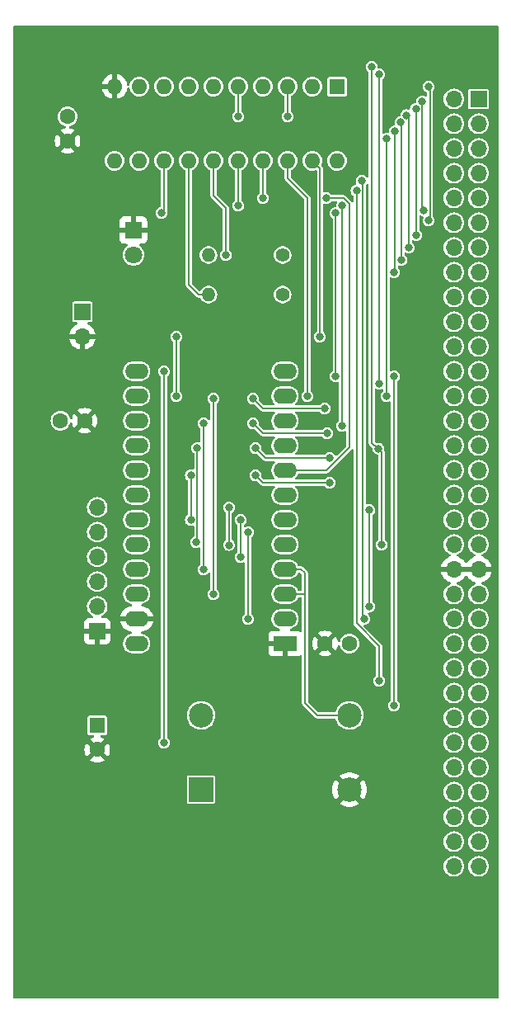
<source format=gbl>
G04 #@! TF.GenerationSoftware,KiCad,Pcbnew,8.0.4*
G04 #@! TF.CreationDate,2024-09-23T08:51:02-04:00*
G04 #@! TF.ProjectId,LB-68B50-01,4c422d36-3842-4353-902d-30312e6b6963,1*
G04 #@! TF.SameCoordinates,Original*
G04 #@! TF.FileFunction,Copper,L2,Bot*
G04 #@! TF.FilePolarity,Positive*
%FSLAX46Y46*%
G04 Gerber Fmt 4.6, Leading zero omitted, Abs format (unit mm)*
G04 Created by KiCad (PCBNEW 8.0.4) date 2024-09-23 08:51:02*
%MOMM*%
%LPD*%
G01*
G04 APERTURE LIST*
G04 #@! TA.AperFunction,ComponentPad*
%ADD10C,1.400000*%
G04 #@! TD*
G04 #@! TA.AperFunction,ComponentPad*
%ADD11O,1.400000X1.400000*%
G04 #@! TD*
G04 #@! TA.AperFunction,ComponentPad*
%ADD12R,1.700000X1.700000*%
G04 #@! TD*
G04 #@! TA.AperFunction,ComponentPad*
%ADD13O,1.700000X1.700000*%
G04 #@! TD*
G04 #@! TA.AperFunction,ComponentPad*
%ADD14R,1.800000X1.800000*%
G04 #@! TD*
G04 #@! TA.AperFunction,ComponentPad*
%ADD15C,1.800000*%
G04 #@! TD*
G04 #@! TA.AperFunction,ComponentPad*
%ADD16R,1.600000X1.600000*%
G04 #@! TD*
G04 #@! TA.AperFunction,ComponentPad*
%ADD17C,1.600000*%
G04 #@! TD*
G04 #@! TA.AperFunction,ComponentPad*
%ADD18R,2.400000X1.600000*%
G04 #@! TD*
G04 #@! TA.AperFunction,ComponentPad*
%ADD19O,2.400000X1.600000*%
G04 #@! TD*
G04 #@! TA.AperFunction,ComponentPad*
%ADD20O,1.600000X1.600000*%
G04 #@! TD*
G04 #@! TA.AperFunction,ComponentPad*
%ADD21R,2.500000X2.500000*%
G04 #@! TD*
G04 #@! TA.AperFunction,ComponentPad*
%ADD22C,2.500000*%
G04 #@! TD*
G04 #@! TA.AperFunction,ViaPad*
%ADD23C,0.800000*%
G04 #@! TD*
G04 #@! TA.AperFunction,Conductor*
%ADD24C,0.203200*%
G04 #@! TD*
G04 APERTURE END LIST*
D10*
X159766000Y-74676000D03*
D11*
X152146000Y-74676000D03*
D10*
X159766000Y-70612000D03*
D11*
X152146000Y-70612000D03*
D12*
X139192000Y-76449000D03*
D13*
X139192000Y-78989000D03*
D14*
X144434000Y-68067000D03*
D15*
X144434000Y-70607000D03*
D16*
X140716000Y-118872000D03*
D17*
X140716000Y-121372000D03*
D12*
X179890000Y-54615000D03*
D13*
X177350000Y-54615000D03*
X179890000Y-57155000D03*
X177350000Y-57155000D03*
X179890000Y-59695000D03*
X177350000Y-59695000D03*
X179890000Y-62235000D03*
X177350000Y-62235000D03*
X179890000Y-64775000D03*
X177350000Y-64775000D03*
X179890000Y-67315000D03*
X177350000Y-67315000D03*
X179890000Y-69855000D03*
X177350000Y-69855000D03*
X179890000Y-72395000D03*
X177350000Y-72395000D03*
X179890000Y-74935000D03*
X177350000Y-74935000D03*
X179890000Y-77475000D03*
X177350000Y-77475000D03*
X179890000Y-80015000D03*
X177350000Y-80015000D03*
X179890000Y-82555000D03*
X177350000Y-82555000D03*
X179890000Y-85095000D03*
X177350000Y-85095000D03*
X179890000Y-87635000D03*
X177350000Y-87635000D03*
X179890000Y-90175000D03*
X177350000Y-90175000D03*
X179890000Y-92715000D03*
X177350000Y-92715000D03*
X179890000Y-95255000D03*
X177350000Y-95255000D03*
X179890000Y-97795000D03*
X177350000Y-97795000D03*
X179890000Y-100335000D03*
X177350000Y-100335000D03*
X179890000Y-102875000D03*
X177350000Y-102875000D03*
X179890000Y-105415000D03*
X177350000Y-105415000D03*
X179890000Y-107955000D03*
X177350000Y-107955000D03*
X179890000Y-110495000D03*
X177350000Y-110495000D03*
X179890000Y-113035000D03*
X177350000Y-113035000D03*
X179890000Y-115575000D03*
X177350000Y-115575000D03*
X179890000Y-118115000D03*
X177350000Y-118115000D03*
X179890000Y-120655000D03*
X177350000Y-120655000D03*
X179890000Y-123195000D03*
X177350000Y-123195000D03*
X179890000Y-125735000D03*
X177350000Y-125735000D03*
X179890000Y-128275000D03*
X177350000Y-128275000D03*
X179890000Y-130815000D03*
X177350000Y-130815000D03*
X179890000Y-133355000D03*
X177350000Y-133355000D03*
D18*
X160000000Y-110495000D03*
D19*
X160000000Y-107955000D03*
X160000000Y-105415000D03*
X160000000Y-102875000D03*
X160000000Y-100335000D03*
X160000000Y-97795000D03*
X160000000Y-95255000D03*
X160000000Y-92715000D03*
X160000000Y-90175000D03*
X160000000Y-87635000D03*
X160000000Y-85095000D03*
X160000000Y-82555000D03*
X144760000Y-82555000D03*
X144760000Y-85095000D03*
X144760000Y-87635000D03*
X144760000Y-90175000D03*
X144760000Y-92715000D03*
X144760000Y-95255000D03*
X144760000Y-97795000D03*
X144760000Y-100335000D03*
X144760000Y-102875000D03*
X144760000Y-105415000D03*
X144760000Y-107955000D03*
X144760000Y-110495000D03*
D16*
X165354000Y-53340000D03*
D20*
X162814000Y-53340000D03*
X160274000Y-53340000D03*
X157734000Y-53340000D03*
X155194000Y-53340000D03*
X152654000Y-53340000D03*
X150114000Y-53340000D03*
X147574000Y-53340000D03*
X145034000Y-53340000D03*
X142494000Y-53340000D03*
X142494000Y-60960000D03*
X145034000Y-60960000D03*
X147574000Y-60960000D03*
X150114000Y-60960000D03*
X152654000Y-60960000D03*
X155194000Y-60960000D03*
X157734000Y-60960000D03*
X160274000Y-60960000D03*
X162814000Y-60960000D03*
X165354000Y-60960000D03*
D17*
X164124000Y-110490000D03*
X166624000Y-110490000D03*
X139426000Y-87630000D03*
X136926000Y-87630000D03*
D12*
X140716000Y-109220000D03*
D13*
X140716000Y-106680000D03*
X140716000Y-104140000D03*
X140716000Y-101600000D03*
X140716000Y-99060000D03*
X140716000Y-96520000D03*
D21*
X151384000Y-125476000D03*
D22*
X166624000Y-125476000D03*
X166624000Y-117856000D03*
X151384000Y-117856000D03*
D17*
X137668000Y-58908000D03*
X137668000Y-56408000D03*
D23*
X153924000Y-70612000D03*
X155194000Y-56388000D03*
X171196000Y-72390000D03*
X171304500Y-57904239D03*
X173445000Y-55626000D03*
X173482000Y-68580000D03*
X172466000Y-56279500D03*
X160274000Y-56388000D03*
X172720000Y-69850000D03*
X174244000Y-66040000D03*
X174098500Y-54864000D03*
X174752000Y-67056000D03*
X174752000Y-53340000D03*
X150331000Y-93218000D03*
X156972000Y-93218000D03*
X150331000Y-97790000D03*
X164592000Y-93980000D03*
X169672000Y-52070000D03*
X169672000Y-83820000D03*
X170434000Y-58674000D03*
X170434000Y-85090000D03*
X150984500Y-90424000D03*
X156972000Y-90424000D03*
X150876000Y-100076000D03*
X164592000Y-91440000D03*
X156718000Y-85344000D03*
X152654000Y-105410000D03*
X164084000Y-86360000D03*
X152654000Y-85344000D03*
X151638000Y-87884000D03*
X164338000Y-88900000D03*
X151638000Y-102870000D03*
X156718000Y-87884000D03*
X171958000Y-71120000D03*
X171860660Y-57014130D03*
X165208000Y-66324446D03*
X171196000Y-116840000D03*
X171196000Y-83058000D03*
X147320000Y-66294000D03*
X165208000Y-83058000D03*
X168656000Y-106680000D03*
X168656000Y-96774000D03*
X168148000Y-107950000D03*
X167894000Y-62992000D03*
X167348500Y-64008000D03*
X169672000Y-114300000D03*
X147574000Y-120650000D03*
X147574000Y-82550000D03*
X157734000Y-64770000D03*
X164267499Y-64770000D03*
X165862000Y-88138000D03*
X155194000Y-65532000D03*
X165862000Y-65532000D03*
X162306000Y-85090000D03*
X148844000Y-85090000D03*
X148844000Y-78994000D03*
X163576000Y-78994000D03*
X168910000Y-51308000D03*
X169926000Y-100330000D03*
X169608500Y-90487500D03*
X155448000Y-101600000D03*
X155448000Y-97790000D03*
X156210000Y-107950000D03*
X156210000Y-99060000D03*
X154254200Y-100380800D03*
X154254200Y-96520000D03*
D24*
X163322000Y-117856000D02*
X166624000Y-117856000D01*
X162047000Y-116581000D02*
X163322000Y-117856000D01*
X162047000Y-105415000D02*
X162047000Y-116581000D01*
X153924000Y-65786000D02*
X152654000Y-64516000D01*
X152654000Y-64516000D02*
X152654000Y-60960000D01*
X153924000Y-70612000D02*
X153924000Y-65786000D01*
X150114000Y-73660000D02*
X151130000Y-74676000D01*
X151130000Y-74676000D02*
X152146000Y-74676000D01*
X150114000Y-60960000D02*
X150114000Y-73660000D01*
X155194000Y-56388000D02*
X155194000Y-53340000D01*
X171196000Y-72390000D02*
X171304500Y-72281500D01*
X171304500Y-72281500D02*
X171304500Y-57904239D01*
X173482000Y-55663000D02*
X173445000Y-55626000D01*
X173482000Y-68580000D02*
X173482000Y-55663000D01*
X172720000Y-56533500D02*
X172466000Y-56279500D01*
X160274000Y-56388000D02*
X160274000Y-53340000D01*
X172720000Y-69850000D02*
X172720000Y-56533500D01*
X174098500Y-54864000D02*
X174098500Y-65894500D01*
X174098500Y-65894500D02*
X174244000Y-66040000D01*
X174898000Y-53486000D02*
X174752000Y-53340000D01*
X174752000Y-67056000D02*
X174898000Y-66910000D01*
X174898000Y-66910000D02*
X174898000Y-53486000D01*
X150331000Y-93218000D02*
X150331000Y-97790000D01*
X157734000Y-93980000D02*
X156972000Y-93218000D01*
X164592000Y-93980000D02*
X157734000Y-93980000D01*
X169672000Y-52070000D02*
X169672000Y-83820000D01*
X170434000Y-85090000D02*
X170434000Y-58674000D01*
X150984500Y-99967500D02*
X150876000Y-100076000D01*
X157988000Y-91440000D02*
X156972000Y-90424000D01*
X150984500Y-90424000D02*
X150984500Y-99967500D01*
X164592000Y-91440000D02*
X157988000Y-91440000D01*
X157734000Y-86360000D02*
X156718000Y-85344000D01*
X152654000Y-85344000D02*
X152654000Y-105410000D01*
X164084000Y-86360000D02*
X157734000Y-86360000D01*
X157734000Y-88900000D02*
X156718000Y-87884000D01*
X151638000Y-87884000D02*
X151638000Y-102870000D01*
X164338000Y-88900000D02*
X157734000Y-88900000D01*
X171958000Y-71120000D02*
X171958000Y-57111470D01*
X171958000Y-57111470D02*
X171860660Y-57014130D01*
X147574000Y-66040000D02*
X147320000Y-66294000D01*
X171196000Y-83058000D02*
X171196000Y-116840000D01*
X147574000Y-60960000D02*
X147574000Y-66040000D01*
X165208000Y-66324446D02*
X165208000Y-83058000D01*
X168656000Y-106680000D02*
X168656000Y-96774000D01*
X168002000Y-107804000D02*
X168002000Y-63100000D01*
X168148000Y-107950000D02*
X168002000Y-107804000D01*
X168002000Y-63100000D02*
X167894000Y-62992000D01*
X169672000Y-110744000D02*
X169672000Y-114300000D01*
X167348500Y-108420500D02*
X169672000Y-110744000D01*
X167348500Y-64008000D02*
X167348500Y-108420500D01*
X147574000Y-120650000D02*
X147574000Y-82550000D01*
X166624000Y-65369104D02*
X166624000Y-90332896D01*
X164267499Y-64770000D02*
X166024896Y-64770000D01*
X164241896Y-92715000D02*
X160000000Y-92715000D01*
X157734000Y-60960000D02*
X157734000Y-64770000D01*
X166624000Y-90332896D02*
X164241896Y-92715000D01*
X166024896Y-64770000D02*
X166624000Y-65369104D01*
X155194000Y-60960000D02*
X155194000Y-65532000D01*
X165862000Y-88138000D02*
X165862000Y-65532000D01*
X160274000Y-62738000D02*
X160274000Y-60960000D01*
X162306000Y-85090000D02*
X162306000Y-64770000D01*
X162306000Y-64770000D02*
X160274000Y-62738000D01*
X148844000Y-78994000D02*
X148844000Y-85090000D01*
X163613999Y-78956001D02*
X163576000Y-78994000D01*
X162814000Y-60960000D02*
X163613999Y-61759999D01*
X163613999Y-61759999D02*
X163613999Y-78956001D01*
X160000000Y-102875000D02*
X161666000Y-102875000D01*
X162047000Y-105415000D02*
X160000000Y-105415000D01*
X162047000Y-105415000D02*
X162047000Y-103256000D01*
X161666000Y-102875000D02*
X162047000Y-103256000D01*
X169926000Y-100330000D02*
X169926000Y-90805000D01*
X169608500Y-90487500D02*
X169291000Y-90170000D01*
X168910000Y-89921000D02*
X169164000Y-90175000D01*
X169286000Y-90175000D02*
X169164000Y-90175000D01*
X168910000Y-51308000D02*
X168910000Y-89921000D01*
X169291000Y-90170000D02*
X169286000Y-90175000D01*
X169926000Y-90805000D02*
X169608500Y-90487500D01*
X155448000Y-101600000D02*
X155448000Y-97790000D01*
X156210000Y-99060000D02*
X156210000Y-107950000D01*
X154254200Y-100380800D02*
X154254200Y-96520000D01*
G04 #@! TA.AperFunction,Conductor*
G36*
X179424075Y-102682007D02*
G01*
X179390000Y-102809174D01*
X179390000Y-102940826D01*
X179424075Y-103067993D01*
X179459297Y-103129000D01*
X177780703Y-103129000D01*
X177815925Y-103067993D01*
X177850000Y-102940826D01*
X177850000Y-102809174D01*
X177815925Y-102682007D01*
X177780703Y-102621000D01*
X179459297Y-102621000D01*
X179424075Y-102682007D01*
G37*
G04 #@! TD.AperFunction*
G04 #@! TA.AperFunction,Conductor*
G36*
X181866621Y-47095502D02*
G01*
X181913114Y-47149158D01*
X181924500Y-47201500D01*
X181924500Y-146798500D01*
X181904498Y-146866621D01*
X181850842Y-146913114D01*
X181798500Y-146924500D01*
X132206000Y-146924500D01*
X132137879Y-146904498D01*
X132091386Y-146850842D01*
X132080000Y-146798500D01*
X132080000Y-133354997D01*
X176291202Y-133354997D01*
X176291202Y-133355002D01*
X176311545Y-133561554D01*
X176311546Y-133561560D01*
X176311547Y-133561561D01*
X176371798Y-133760184D01*
X176469642Y-133943237D01*
X176601317Y-134103683D01*
X176761763Y-134235358D01*
X176944816Y-134333202D01*
X177143439Y-134393453D01*
X177143443Y-134393453D01*
X177143445Y-134393454D01*
X177349997Y-134413798D01*
X177350000Y-134413798D01*
X177350003Y-134413798D01*
X177556554Y-134393454D01*
X177556555Y-134393453D01*
X177556561Y-134393453D01*
X177755184Y-134333202D01*
X177938237Y-134235358D01*
X178098683Y-134103683D01*
X178230358Y-133943237D01*
X178328202Y-133760184D01*
X178388453Y-133561561D01*
X178408798Y-133355000D01*
X178408798Y-133354997D01*
X178831202Y-133354997D01*
X178831202Y-133355002D01*
X178851545Y-133561554D01*
X178851546Y-133561560D01*
X178851547Y-133561561D01*
X178911798Y-133760184D01*
X179009642Y-133943237D01*
X179141317Y-134103683D01*
X179301763Y-134235358D01*
X179484816Y-134333202D01*
X179683439Y-134393453D01*
X179683443Y-134393453D01*
X179683445Y-134393454D01*
X179889997Y-134413798D01*
X179890000Y-134413798D01*
X179890003Y-134413798D01*
X180096554Y-134393454D01*
X180096555Y-134393453D01*
X180096561Y-134393453D01*
X180295184Y-134333202D01*
X180478237Y-134235358D01*
X180638683Y-134103683D01*
X180770358Y-133943237D01*
X180868202Y-133760184D01*
X180928453Y-133561561D01*
X180948798Y-133355000D01*
X180928453Y-133148439D01*
X180868202Y-132949816D01*
X180770358Y-132766763D01*
X180638683Y-132606317D01*
X180478237Y-132474642D01*
X180295184Y-132376798D01*
X180096561Y-132316547D01*
X180096560Y-132316546D01*
X180096554Y-132316545D01*
X179890003Y-132296202D01*
X179889997Y-132296202D01*
X179683445Y-132316545D01*
X179484815Y-132376798D01*
X179301762Y-132474642D01*
X179141317Y-132606317D01*
X179009642Y-132766762D01*
X178911798Y-132949815D01*
X178851545Y-133148445D01*
X178831202Y-133354997D01*
X178408798Y-133354997D01*
X178388453Y-133148439D01*
X178328202Y-132949816D01*
X178230358Y-132766763D01*
X178098683Y-132606317D01*
X177938237Y-132474642D01*
X177755184Y-132376798D01*
X177556561Y-132316547D01*
X177556560Y-132316546D01*
X177556554Y-132316545D01*
X177350003Y-132296202D01*
X177349997Y-132296202D01*
X177143445Y-132316545D01*
X176944815Y-132376798D01*
X176761762Y-132474642D01*
X176601317Y-132606317D01*
X176469642Y-132766762D01*
X176371798Y-132949815D01*
X176311545Y-133148445D01*
X176291202Y-133354997D01*
X132080000Y-133354997D01*
X132080000Y-130814997D01*
X176291202Y-130814997D01*
X176291202Y-130815002D01*
X176311545Y-131021554D01*
X176311546Y-131021560D01*
X176311547Y-131021561D01*
X176371798Y-131220184D01*
X176469642Y-131403237D01*
X176601317Y-131563683D01*
X176761763Y-131695358D01*
X176944816Y-131793202D01*
X177143439Y-131853453D01*
X177143443Y-131853453D01*
X177143445Y-131853454D01*
X177349997Y-131873798D01*
X177350000Y-131873798D01*
X177350003Y-131873798D01*
X177556554Y-131853454D01*
X177556555Y-131853453D01*
X177556561Y-131853453D01*
X177755184Y-131793202D01*
X177938237Y-131695358D01*
X178098683Y-131563683D01*
X178230358Y-131403237D01*
X178328202Y-131220184D01*
X178388453Y-131021561D01*
X178408798Y-130815000D01*
X178408798Y-130814997D01*
X178831202Y-130814997D01*
X178831202Y-130815002D01*
X178851545Y-131021554D01*
X178851546Y-131021560D01*
X178851547Y-131021561D01*
X178911798Y-131220184D01*
X179009642Y-131403237D01*
X179141317Y-131563683D01*
X179301763Y-131695358D01*
X179484816Y-131793202D01*
X179683439Y-131853453D01*
X179683443Y-131853453D01*
X179683445Y-131853454D01*
X179889997Y-131873798D01*
X179890000Y-131873798D01*
X179890003Y-131873798D01*
X180096554Y-131853454D01*
X180096555Y-131853453D01*
X180096561Y-131853453D01*
X180295184Y-131793202D01*
X180478237Y-131695358D01*
X180638683Y-131563683D01*
X180770358Y-131403237D01*
X180868202Y-131220184D01*
X180928453Y-131021561D01*
X180948798Y-130815000D01*
X180928453Y-130608439D01*
X180868202Y-130409816D01*
X180770358Y-130226763D01*
X180638683Y-130066317D01*
X180478237Y-129934642D01*
X180295184Y-129836798D01*
X180096561Y-129776547D01*
X180096560Y-129776546D01*
X180096554Y-129776545D01*
X179890003Y-129756202D01*
X179889997Y-129756202D01*
X179683445Y-129776545D01*
X179484815Y-129836798D01*
X179301762Y-129934642D01*
X179141317Y-130066317D01*
X179009642Y-130226762D01*
X178911798Y-130409815D01*
X178851545Y-130608445D01*
X178831202Y-130814997D01*
X178408798Y-130814997D01*
X178388453Y-130608439D01*
X178328202Y-130409816D01*
X178230358Y-130226763D01*
X178098683Y-130066317D01*
X177938237Y-129934642D01*
X177755184Y-129836798D01*
X177556561Y-129776547D01*
X177556560Y-129776546D01*
X177556554Y-129776545D01*
X177350003Y-129756202D01*
X177349997Y-129756202D01*
X177143445Y-129776545D01*
X176944815Y-129836798D01*
X176761762Y-129934642D01*
X176601317Y-130066317D01*
X176469642Y-130226762D01*
X176371798Y-130409815D01*
X176311545Y-130608445D01*
X176291202Y-130814997D01*
X132080000Y-130814997D01*
X132080000Y-128274997D01*
X176291202Y-128274997D01*
X176291202Y-128275002D01*
X176311545Y-128481554D01*
X176311546Y-128481560D01*
X176311547Y-128481561D01*
X176371798Y-128680184D01*
X176469642Y-128863237D01*
X176601317Y-129023683D01*
X176761763Y-129155358D01*
X176944816Y-129253202D01*
X177143439Y-129313453D01*
X177143443Y-129313453D01*
X177143445Y-129313454D01*
X177349997Y-129333798D01*
X177350000Y-129333798D01*
X177350003Y-129333798D01*
X177556554Y-129313454D01*
X177556555Y-129313453D01*
X177556561Y-129313453D01*
X177755184Y-129253202D01*
X177938237Y-129155358D01*
X178098683Y-129023683D01*
X178230358Y-128863237D01*
X178328202Y-128680184D01*
X178388453Y-128481561D01*
X178408798Y-128275000D01*
X178408798Y-128274997D01*
X178831202Y-128274997D01*
X178831202Y-128275002D01*
X178851545Y-128481554D01*
X178851546Y-128481560D01*
X178851547Y-128481561D01*
X178911798Y-128680184D01*
X179009642Y-128863237D01*
X179141317Y-129023683D01*
X179301763Y-129155358D01*
X179484816Y-129253202D01*
X179683439Y-129313453D01*
X179683443Y-129313453D01*
X179683445Y-129313454D01*
X179889997Y-129333798D01*
X179890000Y-129333798D01*
X179890003Y-129333798D01*
X180096554Y-129313454D01*
X180096555Y-129313453D01*
X180096561Y-129313453D01*
X180295184Y-129253202D01*
X180478237Y-129155358D01*
X180638683Y-129023683D01*
X180770358Y-128863237D01*
X180868202Y-128680184D01*
X180928453Y-128481561D01*
X180948798Y-128275000D01*
X180928453Y-128068439D01*
X180868202Y-127869816D01*
X180770358Y-127686763D01*
X180638683Y-127526317D01*
X180478237Y-127394642D01*
X180295184Y-127296798D01*
X180096561Y-127236547D01*
X180096560Y-127236546D01*
X180096554Y-127236545D01*
X179890003Y-127216202D01*
X179889997Y-127216202D01*
X179683445Y-127236545D01*
X179484815Y-127296798D01*
X179301762Y-127394642D01*
X179141317Y-127526317D01*
X179009642Y-127686762D01*
X178911798Y-127869815D01*
X178851545Y-128068445D01*
X178831202Y-128274997D01*
X178408798Y-128274997D01*
X178388453Y-128068439D01*
X178328202Y-127869816D01*
X178230358Y-127686763D01*
X178098683Y-127526317D01*
X177938237Y-127394642D01*
X177755184Y-127296798D01*
X177556561Y-127236547D01*
X177556560Y-127236546D01*
X177556554Y-127236545D01*
X177350003Y-127216202D01*
X177349997Y-127216202D01*
X177143445Y-127236545D01*
X176944815Y-127296798D01*
X176761762Y-127394642D01*
X176601317Y-127526317D01*
X176469642Y-127686762D01*
X176371798Y-127869815D01*
X176311545Y-128068445D01*
X176291202Y-128274997D01*
X132080000Y-128274997D01*
X132080000Y-124205935D01*
X149930300Y-124205935D01*
X149930300Y-126746064D01*
X149942118Y-126805479D01*
X149942119Y-126805480D01*
X149987140Y-126872860D01*
X150054520Y-126917881D01*
X150113936Y-126929700D01*
X150113941Y-126929700D01*
X152654059Y-126929700D01*
X152654064Y-126929700D01*
X152713480Y-126917881D01*
X152780860Y-126872860D01*
X152825881Y-126805480D01*
X152837700Y-126746064D01*
X152837700Y-125476000D01*
X164861070Y-125476000D01*
X164880760Y-125738754D01*
X164939392Y-125995634D01*
X164939393Y-125995636D01*
X165035651Y-126240900D01*
X165035653Y-126240904D01*
X165167397Y-126469092D01*
X165167400Y-126469097D01*
X165213670Y-126527117D01*
X165213672Y-126527117D01*
X166139841Y-125600947D01*
X166158075Y-125668993D01*
X166223901Y-125783007D01*
X166316993Y-125876099D01*
X166431007Y-125941925D01*
X166499051Y-125960157D01*
X165572437Y-126886770D01*
X165742532Y-127002739D01*
X165742532Y-127002740D01*
X165979923Y-127117062D01*
X166231704Y-127194728D01*
X166231712Y-127194729D01*
X166492260Y-127234000D01*
X166755740Y-127234000D01*
X167016287Y-127194729D01*
X167016295Y-127194728D01*
X167268076Y-127117062D01*
X167505467Y-127002740D01*
X167675561Y-126886770D01*
X166748948Y-125960157D01*
X166816993Y-125941925D01*
X166931007Y-125876099D01*
X167024099Y-125783007D01*
X167089925Y-125668993D01*
X167108157Y-125600948D01*
X168034327Y-126527118D01*
X168080603Y-126469090D01*
X168212346Y-126240904D01*
X168212348Y-126240900D01*
X168308606Y-125995636D01*
X168308607Y-125995634D01*
X168367239Y-125738754D01*
X168367521Y-125734997D01*
X176291202Y-125734997D01*
X176291202Y-125735002D01*
X176311545Y-125941554D01*
X176311546Y-125941560D01*
X176311547Y-125941561D01*
X176371798Y-126140184D01*
X176469642Y-126323237D01*
X176601317Y-126483683D01*
X176761763Y-126615358D01*
X176944816Y-126713202D01*
X177143439Y-126773453D01*
X177143443Y-126773453D01*
X177143445Y-126773454D01*
X177349997Y-126793798D01*
X177350000Y-126793798D01*
X177350003Y-126793798D01*
X177556554Y-126773454D01*
X177556555Y-126773453D01*
X177556561Y-126773453D01*
X177755184Y-126713202D01*
X177938237Y-126615358D01*
X178098683Y-126483683D01*
X178230358Y-126323237D01*
X178328202Y-126140184D01*
X178388453Y-125941561D01*
X178408798Y-125735000D01*
X178408798Y-125734997D01*
X178831202Y-125734997D01*
X178831202Y-125735002D01*
X178851545Y-125941554D01*
X178851546Y-125941560D01*
X178851547Y-125941561D01*
X178911798Y-126140184D01*
X179009642Y-126323237D01*
X179141317Y-126483683D01*
X179301763Y-126615358D01*
X179484816Y-126713202D01*
X179683439Y-126773453D01*
X179683443Y-126773453D01*
X179683445Y-126773454D01*
X179889997Y-126793798D01*
X179890000Y-126793798D01*
X179890003Y-126793798D01*
X180096554Y-126773454D01*
X180096555Y-126773453D01*
X180096561Y-126773453D01*
X180295184Y-126713202D01*
X180478237Y-126615358D01*
X180638683Y-126483683D01*
X180770358Y-126323237D01*
X180868202Y-126140184D01*
X180928453Y-125941561D01*
X180948798Y-125735000D01*
X180928453Y-125528439D01*
X180868202Y-125329816D01*
X180770358Y-125146763D01*
X180638683Y-124986317D01*
X180478237Y-124854642D01*
X180295184Y-124756798D01*
X180096561Y-124696547D01*
X180096560Y-124696546D01*
X180096554Y-124696545D01*
X179890003Y-124676202D01*
X179889997Y-124676202D01*
X179683445Y-124696545D01*
X179484815Y-124756798D01*
X179301762Y-124854642D01*
X179141317Y-124986317D01*
X179009642Y-125146762D01*
X178911798Y-125329815D01*
X178851545Y-125528445D01*
X178831202Y-125734997D01*
X178408798Y-125734997D01*
X178388453Y-125528439D01*
X178328202Y-125329816D01*
X178230358Y-125146763D01*
X178098683Y-124986317D01*
X177938237Y-124854642D01*
X177755184Y-124756798D01*
X177556561Y-124696547D01*
X177556560Y-124696546D01*
X177556554Y-124696545D01*
X177350003Y-124676202D01*
X177349997Y-124676202D01*
X177143445Y-124696545D01*
X176944815Y-124756798D01*
X176761762Y-124854642D01*
X176601317Y-124986317D01*
X176469642Y-125146762D01*
X176371798Y-125329815D01*
X176311545Y-125528445D01*
X176291202Y-125734997D01*
X168367521Y-125734997D01*
X168386929Y-125476000D01*
X168367239Y-125213245D01*
X168308607Y-124956365D01*
X168308606Y-124956363D01*
X168212348Y-124711099D01*
X168212346Y-124711095D01*
X168080605Y-124482913D01*
X168080600Y-124482905D01*
X168034328Y-124424881D01*
X168034326Y-124424881D01*
X167108157Y-125351050D01*
X167089925Y-125283007D01*
X167024099Y-125168993D01*
X166931007Y-125075901D01*
X166816993Y-125010075D01*
X166748948Y-124991842D01*
X167675560Y-124065229D01*
X167675560Y-124065228D01*
X167505467Y-123949259D01*
X167268076Y-123834937D01*
X167016295Y-123757271D01*
X167016287Y-123757270D01*
X166755740Y-123718000D01*
X166492260Y-123718000D01*
X166231712Y-123757270D01*
X166231704Y-123757271D01*
X165979923Y-123834937D01*
X165742532Y-123949259D01*
X165742525Y-123949263D01*
X165572438Y-124065227D01*
X165572438Y-124065229D01*
X166499051Y-124991842D01*
X166431007Y-125010075D01*
X166316993Y-125075901D01*
X166223901Y-125168993D01*
X166158075Y-125283007D01*
X166139842Y-125351051D01*
X165213671Y-124424880D01*
X165213670Y-124424881D01*
X165167400Y-124482904D01*
X165167397Y-124482907D01*
X165035653Y-124711095D01*
X165035651Y-124711099D01*
X164939393Y-124956363D01*
X164939392Y-124956365D01*
X164880760Y-125213245D01*
X164861070Y-125476000D01*
X152837700Y-125476000D01*
X152837700Y-124205936D01*
X152825881Y-124146520D01*
X152780860Y-124079140D01*
X152713480Y-124034119D01*
X152713479Y-124034118D01*
X152654064Y-124022300D01*
X150113936Y-124022300D01*
X150113935Y-124022300D01*
X150054520Y-124034118D01*
X149987140Y-124079140D01*
X149942118Y-124146520D01*
X149930300Y-124205935D01*
X132080000Y-124205935D01*
X132080000Y-123194997D01*
X176291202Y-123194997D01*
X176291202Y-123195002D01*
X176311545Y-123401554D01*
X176311546Y-123401560D01*
X176311547Y-123401561D01*
X176371798Y-123600184D01*
X176469642Y-123783237D01*
X176601317Y-123943683D01*
X176761763Y-124075358D01*
X176944816Y-124173202D01*
X177143439Y-124233453D01*
X177143443Y-124233453D01*
X177143445Y-124233454D01*
X177349997Y-124253798D01*
X177350000Y-124253798D01*
X177350003Y-124253798D01*
X177556554Y-124233454D01*
X177556555Y-124233453D01*
X177556561Y-124233453D01*
X177755184Y-124173202D01*
X177938237Y-124075358D01*
X178098683Y-123943683D01*
X178230358Y-123783237D01*
X178328202Y-123600184D01*
X178388453Y-123401561D01*
X178408798Y-123195000D01*
X178408798Y-123194997D01*
X178831202Y-123194997D01*
X178831202Y-123195002D01*
X178851545Y-123401554D01*
X178851546Y-123401560D01*
X178851547Y-123401561D01*
X178911798Y-123600184D01*
X179009642Y-123783237D01*
X179141317Y-123943683D01*
X179301763Y-124075358D01*
X179484816Y-124173202D01*
X179683439Y-124233453D01*
X179683443Y-124233453D01*
X179683445Y-124233454D01*
X179889997Y-124253798D01*
X179890000Y-124253798D01*
X179890003Y-124253798D01*
X180096554Y-124233454D01*
X180096555Y-124233453D01*
X180096561Y-124233453D01*
X180295184Y-124173202D01*
X180478237Y-124075358D01*
X180638683Y-123943683D01*
X180770358Y-123783237D01*
X180868202Y-123600184D01*
X180928453Y-123401561D01*
X180948798Y-123195000D01*
X180928453Y-122988439D01*
X180868202Y-122789816D01*
X180770358Y-122606763D01*
X180638683Y-122446317D01*
X180478237Y-122314642D01*
X180295184Y-122216798D01*
X180096561Y-122156547D01*
X180096560Y-122156546D01*
X180096554Y-122156545D01*
X179890003Y-122136202D01*
X179889997Y-122136202D01*
X179683445Y-122156545D01*
X179484815Y-122216798D01*
X179301762Y-122314642D01*
X179141317Y-122446317D01*
X179009642Y-122606762D01*
X178911798Y-122789815D01*
X178851545Y-122988445D01*
X178831202Y-123194997D01*
X178408798Y-123194997D01*
X178388453Y-122988439D01*
X178328202Y-122789816D01*
X178230358Y-122606763D01*
X178098683Y-122446317D01*
X177938237Y-122314642D01*
X177755184Y-122216798D01*
X177556561Y-122156547D01*
X177556560Y-122156546D01*
X177556554Y-122156545D01*
X177350003Y-122136202D01*
X177349997Y-122136202D01*
X177143445Y-122156545D01*
X176944815Y-122216798D01*
X176761762Y-122314642D01*
X176601317Y-122446317D01*
X176469642Y-122606762D01*
X176371798Y-122789815D01*
X176311545Y-122988445D01*
X176291202Y-123194997D01*
X132080000Y-123194997D01*
X132080000Y-121372000D01*
X139403004Y-121372000D01*
X139422951Y-121600002D01*
X139482186Y-121821068D01*
X139482188Y-121821073D01*
X139578913Y-122028501D01*
X139628899Y-122099888D01*
X140316000Y-121412788D01*
X140316000Y-121424661D01*
X140343259Y-121526394D01*
X140395920Y-121617606D01*
X140470394Y-121692080D01*
X140561606Y-121744741D01*
X140663339Y-121772000D01*
X140675210Y-121772000D01*
X139988110Y-122459098D01*
X139988110Y-122459100D01*
X140059498Y-122509086D01*
X140266926Y-122605811D01*
X140266931Y-122605813D01*
X140487999Y-122665048D01*
X140487995Y-122665048D01*
X140716000Y-122684995D01*
X140944002Y-122665048D01*
X141165068Y-122605813D01*
X141165073Y-122605811D01*
X141372497Y-122509088D01*
X141443888Y-122459099D01*
X141443888Y-122459097D01*
X140756791Y-121772000D01*
X140768661Y-121772000D01*
X140870394Y-121744741D01*
X140961606Y-121692080D01*
X141036080Y-121617606D01*
X141088741Y-121526394D01*
X141116000Y-121424661D01*
X141116000Y-121412791D01*
X141803097Y-122099888D01*
X141803099Y-122099888D01*
X141853088Y-122028497D01*
X141949811Y-121821073D01*
X141949813Y-121821068D01*
X142009048Y-121600002D01*
X142028995Y-121372000D01*
X142009048Y-121143997D01*
X141949813Y-120922931D01*
X141949811Y-120922926D01*
X141853086Y-120715498D01*
X141803100Y-120644110D01*
X141803098Y-120644110D01*
X141116000Y-121331208D01*
X141116000Y-121319339D01*
X141088741Y-121217606D01*
X141036080Y-121126394D01*
X140961606Y-121051920D01*
X140870394Y-120999259D01*
X140768661Y-120972000D01*
X140756790Y-120972000D01*
X141443888Y-120284899D01*
X141443888Y-120284898D01*
X141372501Y-120234913D01*
X141165073Y-120138188D01*
X141165068Y-120138186D01*
X141109911Y-120123407D01*
X141049288Y-120086455D01*
X141018267Y-120022595D01*
X141026695Y-119952100D01*
X141071898Y-119897353D01*
X141139524Y-119875736D01*
X141142522Y-119875700D01*
X141536059Y-119875700D01*
X141536064Y-119875700D01*
X141595480Y-119863881D01*
X141662860Y-119818860D01*
X141707881Y-119751480D01*
X141719700Y-119692064D01*
X141719700Y-118051936D01*
X141707881Y-117992520D01*
X141662860Y-117925140D01*
X141595480Y-117880119D01*
X141595479Y-117880118D01*
X141536064Y-117868300D01*
X139895936Y-117868300D01*
X139895935Y-117868300D01*
X139836520Y-117880118D01*
X139769140Y-117925140D01*
X139724118Y-117992520D01*
X139712300Y-118051935D01*
X139712300Y-119692064D01*
X139724118Y-119751479D01*
X139724119Y-119751480D01*
X139769140Y-119818860D01*
X139836520Y-119863881D01*
X139895936Y-119875700D01*
X139895941Y-119875700D01*
X140289478Y-119875700D01*
X140357599Y-119895702D01*
X140404092Y-119949358D01*
X140414196Y-120019632D01*
X140384702Y-120084212D01*
X140324976Y-120122596D01*
X140322089Y-120123407D01*
X140266931Y-120138186D01*
X140266926Y-120138188D01*
X140059500Y-120234913D01*
X139988109Y-120284900D01*
X140675209Y-120972000D01*
X140663339Y-120972000D01*
X140561606Y-120999259D01*
X140470394Y-121051920D01*
X140395920Y-121126394D01*
X140343259Y-121217606D01*
X140316000Y-121319339D01*
X140316000Y-121331209D01*
X139628900Y-120644109D01*
X139578913Y-120715500D01*
X139482188Y-120922926D01*
X139482186Y-120922931D01*
X139422951Y-121143997D01*
X139403004Y-121372000D01*
X132080000Y-121372000D01*
X132080000Y-108321402D01*
X139358000Y-108321402D01*
X139358000Y-108966000D01*
X140285297Y-108966000D01*
X140250075Y-109027007D01*
X140216000Y-109154174D01*
X140216000Y-109285826D01*
X140250075Y-109412993D01*
X140285297Y-109474000D01*
X139358000Y-109474000D01*
X139358000Y-110118597D01*
X139364505Y-110179093D01*
X139415555Y-110315964D01*
X139415555Y-110315965D01*
X139503095Y-110432904D01*
X139620034Y-110520444D01*
X139756906Y-110571494D01*
X139817402Y-110577999D01*
X139817415Y-110578000D01*
X140462000Y-110578000D01*
X140462000Y-109650702D01*
X140523007Y-109685925D01*
X140650174Y-109720000D01*
X140781826Y-109720000D01*
X140908993Y-109685925D01*
X140970000Y-109650702D01*
X140970000Y-110578000D01*
X141614585Y-110578000D01*
X141614597Y-110577999D01*
X141675093Y-110571494D01*
X141811964Y-110520444D01*
X141811965Y-110520444D01*
X141928904Y-110432904D01*
X142016444Y-110315965D01*
X142016444Y-110315964D01*
X142067494Y-110179093D01*
X142073999Y-110118597D01*
X142074000Y-110118585D01*
X142074000Y-109474000D01*
X141146703Y-109474000D01*
X141181925Y-109412993D01*
X141216000Y-109285826D01*
X141216000Y-109154174D01*
X141181925Y-109027007D01*
X141146703Y-108966000D01*
X142074000Y-108966000D01*
X142074000Y-108321414D01*
X142073999Y-108321402D01*
X142067494Y-108260906D01*
X142016444Y-108124035D01*
X142016444Y-108124034D01*
X141928904Y-108007095D01*
X141811965Y-107919555D01*
X141675093Y-107868505D01*
X141614597Y-107862000D01*
X141242925Y-107862000D01*
X141174804Y-107841998D01*
X141128311Y-107788342D01*
X141118207Y-107718068D01*
X141126002Y-107701000D01*
X143075926Y-107701000D01*
X144448314Y-107701000D01*
X144439920Y-107709394D01*
X144387259Y-107800606D01*
X144360000Y-107902339D01*
X144360000Y-108007661D01*
X144387259Y-108109394D01*
X144439920Y-108200606D01*
X144448314Y-108209000D01*
X143075926Y-108209000D01*
X143084208Y-108261295D01*
X143147826Y-108457093D01*
X143147829Y-108457099D01*
X143241300Y-108640545D01*
X143362315Y-108807107D01*
X143362317Y-108807110D01*
X143507889Y-108952682D01*
X143507892Y-108952684D01*
X143674454Y-109073699D01*
X143857900Y-109167170D01*
X143857906Y-109167173D01*
X144053705Y-109230791D01*
X144053703Y-109230791D01*
X144201406Y-109254185D01*
X144265560Y-109284597D01*
X144303087Y-109344865D01*
X144302073Y-109415855D01*
X144262841Y-109475027D01*
X144206279Y-109502213D01*
X144132959Y-109516798D01*
X144067232Y-109529872D01*
X144067230Y-109529872D01*
X144067229Y-109529873D01*
X144067228Y-109529873D01*
X143884570Y-109605533D01*
X143720179Y-109715375D01*
X143720173Y-109715380D01*
X143580380Y-109855173D01*
X143580375Y-109855179D01*
X143470533Y-110019570D01*
X143394873Y-110202228D01*
X143394872Y-110202231D01*
X143356300Y-110396140D01*
X143356300Y-110593859D01*
X143380994Y-110718002D01*
X143394872Y-110787768D01*
X143470533Y-110970430D01*
X143523917Y-111050324D01*
X143580375Y-111134820D01*
X143580380Y-111134826D01*
X143720173Y-111274619D01*
X143720179Y-111274624D01*
X143884570Y-111384467D01*
X144067232Y-111460128D01*
X144261144Y-111498700D01*
X145258856Y-111498700D01*
X145452768Y-111460128D01*
X145635430Y-111384467D01*
X145799821Y-111274624D01*
X145939624Y-111134821D01*
X146049467Y-110970430D01*
X146125128Y-110787768D01*
X146163700Y-110593856D01*
X146163700Y-110396144D01*
X146125128Y-110202232D01*
X146049467Y-110019570D01*
X145939624Y-109855179D01*
X145939619Y-109855173D01*
X145799826Y-109715380D01*
X145799820Y-109715375D01*
X145704098Y-109651416D01*
X145635430Y-109605533D01*
X145520244Y-109557821D01*
X145452771Y-109529873D01*
X145452768Y-109529872D01*
X145313721Y-109502213D01*
X145250811Y-109469305D01*
X145215680Y-109407610D01*
X145219481Y-109336715D01*
X145261006Y-109279129D01*
X145318593Y-109254185D01*
X145466295Y-109230791D01*
X145662093Y-109167173D01*
X145662099Y-109167170D01*
X145845545Y-109073699D01*
X146012107Y-108952684D01*
X146012110Y-108952682D01*
X146157682Y-108807110D01*
X146157684Y-108807107D01*
X146278699Y-108640545D01*
X146372170Y-108457099D01*
X146372173Y-108457093D01*
X146435791Y-108261295D01*
X146444074Y-108209000D01*
X145071686Y-108209000D01*
X145080080Y-108200606D01*
X145132741Y-108109394D01*
X145160000Y-108007661D01*
X145160000Y-107902339D01*
X145132741Y-107800606D01*
X145080080Y-107709394D01*
X145071686Y-107701000D01*
X146444074Y-107701000D01*
X146435791Y-107648704D01*
X146372173Y-107452906D01*
X146372170Y-107452900D01*
X146278699Y-107269454D01*
X146157684Y-107102892D01*
X146157682Y-107102889D01*
X146012110Y-106957317D01*
X146012107Y-106957315D01*
X145845545Y-106836300D01*
X145662099Y-106742829D01*
X145662093Y-106742826D01*
X145466294Y-106679208D01*
X145466298Y-106679208D01*
X145318592Y-106655814D01*
X145254439Y-106625401D01*
X145216912Y-106565133D01*
X145217926Y-106494144D01*
X145257159Y-106434972D01*
X145313719Y-106407786D01*
X145452768Y-106380128D01*
X145635430Y-106304467D01*
X145799821Y-106194624D01*
X145939624Y-106054821D01*
X146049467Y-105890430D01*
X146125128Y-105707768D01*
X146163700Y-105513856D01*
X146163700Y-105316144D01*
X146125128Y-105122232D01*
X146049467Y-104939570D01*
X145939624Y-104775179D01*
X145939619Y-104775173D01*
X145799826Y-104635380D01*
X145799820Y-104635375D01*
X145745272Y-104598927D01*
X145635430Y-104525533D01*
X145520244Y-104477821D01*
X145452771Y-104449873D01*
X145452768Y-104449872D01*
X145258859Y-104411300D01*
X145258856Y-104411300D01*
X144261144Y-104411300D01*
X144261140Y-104411300D01*
X144067231Y-104449872D01*
X144067228Y-104449873D01*
X143884570Y-104525533D01*
X143720179Y-104635375D01*
X143720173Y-104635380D01*
X143580380Y-104775173D01*
X143580375Y-104775179D01*
X143470533Y-104939570D01*
X143394873Y-105122228D01*
X143394872Y-105122231D01*
X143356300Y-105316140D01*
X143356300Y-105513859D01*
X143393684Y-105701798D01*
X143394872Y-105707768D01*
X143470533Y-105890430D01*
X143501872Y-105937332D01*
X143580375Y-106054820D01*
X143580380Y-106054826D01*
X143720173Y-106194619D01*
X143720179Y-106194624D01*
X143884570Y-106304467D01*
X144067232Y-106380128D01*
X144206279Y-106407786D01*
X144269187Y-106440694D01*
X144304319Y-106502389D01*
X144300519Y-106573284D01*
X144258993Y-106630870D01*
X144201407Y-106655814D01*
X144053703Y-106679208D01*
X143857906Y-106742826D01*
X143857900Y-106742829D01*
X143674454Y-106836300D01*
X143507892Y-106957315D01*
X143507889Y-106957317D01*
X143362317Y-107102889D01*
X143362315Y-107102892D01*
X143241300Y-107269454D01*
X143147829Y-107452900D01*
X143147826Y-107452906D01*
X143084208Y-107648704D01*
X143075926Y-107701000D01*
X141126002Y-107701000D01*
X141147701Y-107653488D01*
X141183529Y-107624878D01*
X141198545Y-107616851D01*
X141304237Y-107560358D01*
X141464683Y-107428683D01*
X141596358Y-107268237D01*
X141694202Y-107085184D01*
X141754453Y-106886561D01*
X141759404Y-106836300D01*
X141774798Y-106680002D01*
X141774798Y-106679997D01*
X141754454Y-106473445D01*
X141754453Y-106473443D01*
X141754453Y-106473439D01*
X141694202Y-106274816D01*
X141596358Y-106091763D01*
X141464683Y-105931317D01*
X141304237Y-105799642D01*
X141121184Y-105701798D01*
X140922561Y-105641547D01*
X140922560Y-105641546D01*
X140922554Y-105641545D01*
X140716003Y-105621202D01*
X140715997Y-105621202D01*
X140509445Y-105641545D01*
X140310815Y-105701798D01*
X140127762Y-105799642D01*
X139967317Y-105931317D01*
X139835642Y-106091762D01*
X139737798Y-106274815D01*
X139677545Y-106473445D01*
X139657202Y-106679997D01*
X139657202Y-106680002D01*
X139677545Y-106886554D01*
X139677546Y-106886560D01*
X139677547Y-106886561D01*
X139737798Y-107085184D01*
X139835642Y-107268237D01*
X139967317Y-107428683D01*
X140127763Y-107560358D01*
X140168737Y-107582259D01*
X140248471Y-107624878D01*
X140299119Y-107674630D01*
X140314829Y-107743867D01*
X140290613Y-107810606D01*
X140234159Y-107853658D01*
X140189075Y-107862000D01*
X139817402Y-107862000D01*
X139756906Y-107868505D01*
X139620035Y-107919555D01*
X139620034Y-107919555D01*
X139503095Y-108007095D01*
X139415555Y-108124034D01*
X139415555Y-108124035D01*
X139364505Y-108260906D01*
X139358000Y-108321402D01*
X132080000Y-108321402D01*
X132080000Y-104139997D01*
X139657202Y-104139997D01*
X139657202Y-104140002D01*
X139677545Y-104346554D01*
X139677546Y-104346560D01*
X139677547Y-104346561D01*
X139737798Y-104545184D01*
X139835642Y-104728237D01*
X139967317Y-104888683D01*
X140127763Y-105020358D01*
X140310816Y-105118202D01*
X140509439Y-105178453D01*
X140509443Y-105178453D01*
X140509445Y-105178454D01*
X140715997Y-105198798D01*
X140716000Y-105198798D01*
X140716003Y-105198798D01*
X140922554Y-105178454D01*
X140922555Y-105178453D01*
X140922561Y-105178453D01*
X141121184Y-105118202D01*
X141304237Y-105020358D01*
X141464683Y-104888683D01*
X141596358Y-104728237D01*
X141694202Y-104545184D01*
X141754453Y-104346561D01*
X141756888Y-104321845D01*
X141774798Y-104140002D01*
X141774798Y-104139997D01*
X141754454Y-103933445D01*
X141754453Y-103933443D01*
X141754453Y-103933439D01*
X141694202Y-103734816D01*
X141596358Y-103551763D01*
X141464683Y-103391317D01*
X141304237Y-103259642D01*
X141121184Y-103161798D01*
X140922561Y-103101547D01*
X140922560Y-103101546D01*
X140922554Y-103101545D01*
X140716003Y-103081202D01*
X140715997Y-103081202D01*
X140509445Y-103101545D01*
X140310815Y-103161798D01*
X140127762Y-103259642D01*
X139967317Y-103391317D01*
X139835642Y-103551762D01*
X139737798Y-103734815D01*
X139677545Y-103933445D01*
X139657202Y-104139997D01*
X132080000Y-104139997D01*
X132080000Y-102776140D01*
X143356300Y-102776140D01*
X143356300Y-102973859D01*
X143387160Y-103129000D01*
X143394872Y-103167768D01*
X143470533Y-103350430D01*
X143501872Y-103397332D01*
X143580375Y-103514820D01*
X143580380Y-103514826D01*
X143720173Y-103654619D01*
X143720179Y-103654624D01*
X143884570Y-103764467D01*
X144067232Y-103840128D01*
X144261144Y-103878700D01*
X145258856Y-103878700D01*
X145452768Y-103840128D01*
X145635430Y-103764467D01*
X145799821Y-103654624D01*
X145939624Y-103514821D01*
X146049467Y-103350430D01*
X146125128Y-103167768D01*
X146163700Y-102973856D01*
X146163700Y-102776144D01*
X146125128Y-102582232D01*
X146049467Y-102399570D01*
X145939624Y-102235179D01*
X145939619Y-102235173D01*
X145799826Y-102095380D01*
X145799820Y-102095375D01*
X145702823Y-102030564D01*
X145635430Y-101985533D01*
X145520244Y-101937821D01*
X145452771Y-101909873D01*
X145452768Y-101909872D01*
X145258859Y-101871300D01*
X145258856Y-101871300D01*
X144261144Y-101871300D01*
X144261140Y-101871300D01*
X144067231Y-101909872D01*
X144067228Y-101909873D01*
X143884570Y-101985533D01*
X143720179Y-102095375D01*
X143720173Y-102095380D01*
X143580380Y-102235173D01*
X143580375Y-102235179D01*
X143470533Y-102399570D01*
X143394873Y-102582228D01*
X143394872Y-102582231D01*
X143356300Y-102776140D01*
X132080000Y-102776140D01*
X132080000Y-101599997D01*
X139657202Y-101599997D01*
X139657202Y-101600002D01*
X139677545Y-101806554D01*
X139677546Y-101806560D01*
X139677547Y-101806561D01*
X139737798Y-102005184D01*
X139835642Y-102188237D01*
X139967317Y-102348683D01*
X140127763Y-102480358D01*
X140310816Y-102578202D01*
X140509439Y-102638453D01*
X140509443Y-102638453D01*
X140509445Y-102638454D01*
X140715997Y-102658798D01*
X140716000Y-102658798D01*
X140716003Y-102658798D01*
X140922554Y-102638454D01*
X140922555Y-102638453D01*
X140922561Y-102638453D01*
X141121184Y-102578202D01*
X141304237Y-102480358D01*
X141464683Y-102348683D01*
X141596358Y-102188237D01*
X141694202Y-102005184D01*
X141754453Y-101806561D01*
X141774798Y-101600000D01*
X141771267Y-101564145D01*
X141754454Y-101393445D01*
X141754453Y-101393443D01*
X141754453Y-101393439D01*
X141694202Y-101194816D01*
X141596358Y-101011763D01*
X141464683Y-100851317D01*
X141304237Y-100719642D01*
X141121184Y-100621798D01*
X140922561Y-100561547D01*
X140922560Y-100561546D01*
X140922554Y-100561545D01*
X140716003Y-100541202D01*
X140715997Y-100541202D01*
X140509445Y-100561545D01*
X140310815Y-100621798D01*
X140127762Y-100719642D01*
X139967317Y-100851317D01*
X139835642Y-101011762D01*
X139737798Y-101194815D01*
X139677545Y-101393445D01*
X139657202Y-101599997D01*
X132080000Y-101599997D01*
X132080000Y-100236140D01*
X143356300Y-100236140D01*
X143356300Y-100433859D01*
X143390011Y-100603331D01*
X143394872Y-100627768D01*
X143470533Y-100810430D01*
X143501872Y-100857332D01*
X143580375Y-100974820D01*
X143580380Y-100974826D01*
X143720173Y-101114619D01*
X143720179Y-101114624D01*
X143884570Y-101224467D01*
X144067232Y-101300128D01*
X144261144Y-101338700D01*
X145258856Y-101338700D01*
X145452768Y-101300128D01*
X145635430Y-101224467D01*
X145799821Y-101114624D01*
X145939624Y-100974821D01*
X146049467Y-100810430D01*
X146125128Y-100627768D01*
X146163700Y-100433856D01*
X146163700Y-100236144D01*
X146125128Y-100042232D01*
X146049467Y-99859570D01*
X145939624Y-99695179D01*
X145939619Y-99695173D01*
X145799826Y-99555380D01*
X145799820Y-99555375D01*
X145702823Y-99490564D01*
X145635430Y-99445533D01*
X145520244Y-99397821D01*
X145452771Y-99369873D01*
X145452768Y-99369872D01*
X145258859Y-99331300D01*
X145258856Y-99331300D01*
X144261144Y-99331300D01*
X144261140Y-99331300D01*
X144067231Y-99369872D01*
X144067228Y-99369873D01*
X143884570Y-99445533D01*
X143720179Y-99555375D01*
X143720173Y-99555380D01*
X143580380Y-99695173D01*
X143580375Y-99695179D01*
X143470533Y-99859570D01*
X143394873Y-100042228D01*
X143394872Y-100042231D01*
X143356300Y-100236140D01*
X132080000Y-100236140D01*
X132080000Y-99059997D01*
X139657202Y-99059997D01*
X139657202Y-99060002D01*
X139677545Y-99266554D01*
X139677546Y-99266560D01*
X139677547Y-99266561D01*
X139737798Y-99465184D01*
X139835642Y-99648237D01*
X139967317Y-99808683D01*
X140127763Y-99940358D01*
X140310816Y-100038202D01*
X140509439Y-100098453D01*
X140509443Y-100098453D01*
X140509445Y-100098454D01*
X140715997Y-100118798D01*
X140716000Y-100118798D01*
X140716003Y-100118798D01*
X140922554Y-100098454D01*
X140922555Y-100098453D01*
X140922561Y-100098453D01*
X141121184Y-100038202D01*
X141304237Y-99940358D01*
X141464683Y-99808683D01*
X141596358Y-99648237D01*
X141694202Y-99465184D01*
X141754453Y-99266561D01*
X141774798Y-99060000D01*
X141759276Y-98902402D01*
X141754454Y-98853445D01*
X141754453Y-98853443D01*
X141754453Y-98853439D01*
X141694202Y-98654816D01*
X141596358Y-98471763D01*
X141464683Y-98311317D01*
X141304237Y-98179642D01*
X141121184Y-98081798D01*
X140922561Y-98021547D01*
X140922560Y-98021546D01*
X140922554Y-98021545D01*
X140716003Y-98001202D01*
X140715997Y-98001202D01*
X140509445Y-98021545D01*
X140310815Y-98081798D01*
X140127762Y-98179642D01*
X139967317Y-98311317D01*
X139835642Y-98471762D01*
X139737798Y-98654815D01*
X139677545Y-98853445D01*
X139657202Y-99059997D01*
X132080000Y-99059997D01*
X132080000Y-97696140D01*
X143356300Y-97696140D01*
X143356300Y-97893859D01*
X143393684Y-98081798D01*
X143394872Y-98087768D01*
X143470533Y-98270430D01*
X143501872Y-98317332D01*
X143580375Y-98434820D01*
X143580380Y-98434826D01*
X143720173Y-98574619D01*
X143720179Y-98574624D01*
X143884570Y-98684467D01*
X144067232Y-98760128D01*
X144261144Y-98798700D01*
X145258856Y-98798700D01*
X145452768Y-98760128D01*
X145635430Y-98684467D01*
X145799821Y-98574624D01*
X145939624Y-98434821D01*
X146049467Y-98270430D01*
X146125128Y-98087768D01*
X146163700Y-97893856D01*
X146163700Y-97696144D01*
X146125128Y-97502232D01*
X146049467Y-97319570D01*
X145939624Y-97155179D01*
X145939619Y-97155173D01*
X145799826Y-97015380D01*
X145799820Y-97015375D01*
X145702823Y-96950564D01*
X145635430Y-96905533D01*
X145520244Y-96857821D01*
X145452771Y-96829873D01*
X145452768Y-96829872D01*
X145258859Y-96791300D01*
X145258856Y-96791300D01*
X144261144Y-96791300D01*
X144261140Y-96791300D01*
X144067231Y-96829872D01*
X144067228Y-96829873D01*
X143884570Y-96905533D01*
X143720179Y-97015375D01*
X143720173Y-97015380D01*
X143580380Y-97155173D01*
X143580375Y-97155179D01*
X143470533Y-97319570D01*
X143394873Y-97502228D01*
X143394872Y-97502231D01*
X143356300Y-97696140D01*
X132080000Y-97696140D01*
X132080000Y-96519997D01*
X139657202Y-96519997D01*
X139657202Y-96520002D01*
X139677545Y-96726554D01*
X139677546Y-96726560D01*
X139677547Y-96726561D01*
X139737798Y-96925184D01*
X139835642Y-97108237D01*
X139967317Y-97268683D01*
X140127763Y-97400358D01*
X140310816Y-97498202D01*
X140509439Y-97558453D01*
X140509443Y-97558453D01*
X140509445Y-97558454D01*
X140715997Y-97578798D01*
X140716000Y-97578798D01*
X140716003Y-97578798D01*
X140922554Y-97558454D01*
X140922555Y-97558453D01*
X140922561Y-97558453D01*
X141121184Y-97498202D01*
X141304237Y-97400358D01*
X141464683Y-97268683D01*
X141596358Y-97108237D01*
X141694202Y-96925184D01*
X141754453Y-96726561D01*
X141774798Y-96520000D01*
X141757408Y-96343436D01*
X141754454Y-96313445D01*
X141754453Y-96313443D01*
X141754453Y-96313439D01*
X141694202Y-96114816D01*
X141596358Y-95931763D01*
X141464683Y-95771317D01*
X141304237Y-95639642D01*
X141121184Y-95541798D01*
X140922561Y-95481547D01*
X140922560Y-95481546D01*
X140922554Y-95481545D01*
X140716003Y-95461202D01*
X140715997Y-95461202D01*
X140509445Y-95481545D01*
X140310815Y-95541798D01*
X140127762Y-95639642D01*
X139967317Y-95771317D01*
X139835642Y-95931762D01*
X139737798Y-96114815D01*
X139677545Y-96313445D01*
X139657202Y-96519997D01*
X132080000Y-96519997D01*
X132080000Y-95156140D01*
X143356300Y-95156140D01*
X143356300Y-95353859D01*
X143393684Y-95541798D01*
X143394872Y-95547768D01*
X143470533Y-95730430D01*
X143497853Y-95771317D01*
X143580375Y-95894820D01*
X143580380Y-95894826D01*
X143720173Y-96034619D01*
X143720179Y-96034624D01*
X143884570Y-96144467D01*
X144067232Y-96220128D01*
X144261144Y-96258700D01*
X145258856Y-96258700D01*
X145452768Y-96220128D01*
X145635430Y-96144467D01*
X145799821Y-96034624D01*
X145939624Y-95894821D01*
X146049467Y-95730430D01*
X146125128Y-95547768D01*
X146163700Y-95353856D01*
X146163700Y-95156144D01*
X146125128Y-94962232D01*
X146049467Y-94779570D01*
X145939624Y-94615179D01*
X145939619Y-94615173D01*
X145799826Y-94475380D01*
X145799820Y-94475375D01*
X145702823Y-94410564D01*
X145635430Y-94365533D01*
X145502404Y-94310432D01*
X145452771Y-94289873D01*
X145452768Y-94289872D01*
X145258859Y-94251300D01*
X145258856Y-94251300D01*
X144261144Y-94251300D01*
X144261140Y-94251300D01*
X144067231Y-94289872D01*
X144067228Y-94289873D01*
X143884570Y-94365533D01*
X143720179Y-94475375D01*
X143720173Y-94475380D01*
X143580380Y-94615173D01*
X143580375Y-94615179D01*
X143470533Y-94779570D01*
X143394873Y-94962228D01*
X143394872Y-94962231D01*
X143356300Y-95156140D01*
X132080000Y-95156140D01*
X132080000Y-92616140D01*
X143356300Y-92616140D01*
X143356300Y-92813859D01*
X143385230Y-92959296D01*
X143394872Y-93007768D01*
X143470533Y-93190430D01*
X143488955Y-93218000D01*
X143580375Y-93354820D01*
X143580380Y-93354826D01*
X143720173Y-93494619D01*
X143720179Y-93494624D01*
X143884570Y-93604467D01*
X144067232Y-93680128D01*
X144261144Y-93718700D01*
X145258856Y-93718700D01*
X145452768Y-93680128D01*
X145635430Y-93604467D01*
X145799821Y-93494624D01*
X145939624Y-93354821D01*
X146049467Y-93190430D01*
X146125128Y-93007768D01*
X146163700Y-92813856D01*
X146163700Y-92616144D01*
X146125128Y-92422232D01*
X146049467Y-92239570D01*
X145939624Y-92075179D01*
X145939619Y-92075173D01*
X145799826Y-91935380D01*
X145799820Y-91935375D01*
X145702823Y-91870564D01*
X145635430Y-91825533D01*
X145502404Y-91770432D01*
X145452771Y-91749873D01*
X145452768Y-91749872D01*
X145258859Y-91711300D01*
X145258856Y-91711300D01*
X144261144Y-91711300D01*
X144261140Y-91711300D01*
X144067231Y-91749872D01*
X144067228Y-91749873D01*
X143884570Y-91825533D01*
X143720179Y-91935375D01*
X143720173Y-91935380D01*
X143580380Y-92075173D01*
X143580375Y-92075179D01*
X143470533Y-92239570D01*
X143394873Y-92422228D01*
X143394872Y-92422231D01*
X143356300Y-92616140D01*
X132080000Y-92616140D01*
X132080000Y-90076140D01*
X143356300Y-90076140D01*
X143356300Y-90273859D01*
X143377724Y-90381561D01*
X143394872Y-90467768D01*
X143470533Y-90650430D01*
X143495075Y-90687159D01*
X143580375Y-90814820D01*
X143580380Y-90814826D01*
X143720173Y-90954619D01*
X143720179Y-90954624D01*
X143884570Y-91064467D01*
X144067232Y-91140128D01*
X144261144Y-91178700D01*
X145258856Y-91178700D01*
X145452768Y-91140128D01*
X145635430Y-91064467D01*
X145799821Y-90954624D01*
X145939624Y-90814821D01*
X146049467Y-90650430D01*
X146125128Y-90467768D01*
X146163700Y-90273856D01*
X146163700Y-90076144D01*
X146125128Y-89882232D01*
X146049467Y-89699570D01*
X145939624Y-89535179D01*
X145939619Y-89535173D01*
X145799826Y-89395380D01*
X145799820Y-89395375D01*
X145702823Y-89330564D01*
X145635430Y-89285533D01*
X145502404Y-89230432D01*
X145452771Y-89209873D01*
X145452768Y-89209872D01*
X145258859Y-89171300D01*
X145258856Y-89171300D01*
X144261144Y-89171300D01*
X144261140Y-89171300D01*
X144067231Y-89209872D01*
X144067228Y-89209873D01*
X143884570Y-89285533D01*
X143720179Y-89395375D01*
X143720173Y-89395380D01*
X143580380Y-89535173D01*
X143580375Y-89535179D01*
X143470533Y-89699570D01*
X143394873Y-89882228D01*
X143394872Y-89882231D01*
X143356300Y-90076140D01*
X132080000Y-90076140D01*
X132080000Y-87629996D01*
X135917444Y-87629996D01*
X135917444Y-87630003D01*
X135936821Y-87826752D01*
X135936823Y-87826763D01*
X135994213Y-88015953D01*
X135994215Y-88015957D01*
X136027950Y-88079071D01*
X136087416Y-88190324D01*
X136212843Y-88343157D01*
X136365676Y-88468584D01*
X136489001Y-88534502D01*
X136540042Y-88561784D01*
X136540046Y-88561786D01*
X136729236Y-88619176D01*
X136729237Y-88619176D01*
X136729240Y-88619177D01*
X136729243Y-88619177D01*
X136729247Y-88619178D01*
X136925997Y-88638556D01*
X136926000Y-88638556D01*
X136926003Y-88638556D01*
X137122752Y-88619178D01*
X137122754Y-88619177D01*
X137122760Y-88619177D01*
X137185559Y-88600127D01*
X137311953Y-88561786D01*
X137311955Y-88561784D01*
X137311958Y-88561784D01*
X137486324Y-88468584D01*
X137639157Y-88343157D01*
X137764584Y-88190324D01*
X137857784Y-88015958D01*
X137898284Y-87882445D01*
X137937197Y-87823069D01*
X138002038Y-87794153D01*
X138072219Y-87804883D01*
X138125458Y-87851852D01*
X138140564Y-87886413D01*
X138192187Y-88079071D01*
X138192188Y-88079073D01*
X138288913Y-88286501D01*
X138338899Y-88357888D01*
X139026000Y-87670788D01*
X139026000Y-87682661D01*
X139053259Y-87784394D01*
X139105920Y-87875606D01*
X139180394Y-87950080D01*
X139271606Y-88002741D01*
X139373339Y-88030000D01*
X139385210Y-88030000D01*
X138698110Y-88717098D01*
X138698110Y-88717100D01*
X138769498Y-88767086D01*
X138976926Y-88863811D01*
X138976931Y-88863813D01*
X139197999Y-88923048D01*
X139197995Y-88923048D01*
X139426000Y-88942995D01*
X139654002Y-88923048D01*
X139875068Y-88863813D01*
X139875073Y-88863811D01*
X140082497Y-88767088D01*
X140153888Y-88717099D01*
X140153888Y-88717097D01*
X139466791Y-88030000D01*
X139478661Y-88030000D01*
X139580394Y-88002741D01*
X139671606Y-87950080D01*
X139746080Y-87875606D01*
X139798741Y-87784394D01*
X139826000Y-87682661D01*
X139826000Y-87670791D01*
X140513097Y-88357888D01*
X140513099Y-88357888D01*
X140563088Y-88286497D01*
X140659811Y-88079073D01*
X140659813Y-88079068D01*
X140719048Y-87858002D01*
X140738995Y-87630000D01*
X140730784Y-87536140D01*
X143356300Y-87536140D01*
X143356300Y-87733859D01*
X143386166Y-87883999D01*
X143394872Y-87927768D01*
X143470533Y-88110430D01*
X143531783Y-88202096D01*
X143580375Y-88274820D01*
X143580380Y-88274826D01*
X143720173Y-88414619D01*
X143720179Y-88414624D01*
X143884570Y-88524467D01*
X144067232Y-88600128D01*
X144261144Y-88638700D01*
X145258856Y-88638700D01*
X145452768Y-88600128D01*
X145635430Y-88524467D01*
X145799821Y-88414624D01*
X145939624Y-88274821D01*
X146049467Y-88110430D01*
X146125128Y-87927768D01*
X146163700Y-87733856D01*
X146163700Y-87536144D01*
X146125128Y-87342232D01*
X146049467Y-87159570D01*
X145939624Y-86995179D01*
X145939619Y-86995173D01*
X145799826Y-86855380D01*
X145799820Y-86855375D01*
X145702823Y-86790564D01*
X145635430Y-86745533D01*
X145502404Y-86690432D01*
X145452771Y-86669873D01*
X145452768Y-86669872D01*
X145258859Y-86631300D01*
X145258856Y-86631300D01*
X144261144Y-86631300D01*
X144261140Y-86631300D01*
X144067231Y-86669872D01*
X144067228Y-86669873D01*
X143884570Y-86745533D01*
X143720179Y-86855375D01*
X143720173Y-86855380D01*
X143580380Y-86995173D01*
X143580375Y-86995179D01*
X143470533Y-87159570D01*
X143394873Y-87342228D01*
X143394872Y-87342231D01*
X143356300Y-87536140D01*
X140730784Y-87536140D01*
X140719048Y-87401997D01*
X140659813Y-87180931D01*
X140659811Y-87180926D01*
X140563086Y-86973498D01*
X140513100Y-86902110D01*
X140513098Y-86902110D01*
X139826000Y-87589208D01*
X139826000Y-87577339D01*
X139798741Y-87475606D01*
X139746080Y-87384394D01*
X139671606Y-87309920D01*
X139580394Y-87257259D01*
X139478661Y-87230000D01*
X139466790Y-87230000D01*
X140153888Y-86542899D01*
X140153888Y-86542898D01*
X140082501Y-86492913D01*
X139875073Y-86396188D01*
X139875068Y-86396186D01*
X139654000Y-86336951D01*
X139654004Y-86336951D01*
X139426000Y-86317004D01*
X139197997Y-86336951D01*
X138976931Y-86396186D01*
X138976926Y-86396188D01*
X138769500Y-86492913D01*
X138698109Y-86542900D01*
X139385209Y-87230000D01*
X139373339Y-87230000D01*
X139271606Y-87257259D01*
X139180394Y-87309920D01*
X139105920Y-87384394D01*
X139053259Y-87475606D01*
X139026000Y-87577339D01*
X139026000Y-87589209D01*
X138338900Y-86902109D01*
X138288913Y-86973500D01*
X138192188Y-87180926D01*
X138192183Y-87180939D01*
X138140563Y-87373586D01*
X138103612Y-87434208D01*
X138039751Y-87465230D01*
X137969256Y-87456801D01*
X137914510Y-87411597D01*
X137898285Y-87377555D01*
X137857784Y-87244042D01*
X137764584Y-87069676D01*
X137639157Y-86916843D01*
X137486324Y-86791416D01*
X137484730Y-86790564D01*
X137311957Y-86698215D01*
X137311953Y-86698213D01*
X137122763Y-86640823D01*
X137122752Y-86640821D01*
X136926003Y-86621444D01*
X136925997Y-86621444D01*
X136729247Y-86640821D01*
X136729236Y-86640823D01*
X136540046Y-86698213D01*
X136540042Y-86698215D01*
X136365675Y-86791416D01*
X136212843Y-86916843D01*
X136087416Y-87069675D01*
X135994215Y-87244042D01*
X135994213Y-87244046D01*
X135936823Y-87433236D01*
X135936821Y-87433247D01*
X135917444Y-87629996D01*
X132080000Y-87629996D01*
X132080000Y-84996140D01*
X143356300Y-84996140D01*
X143356300Y-85193859D01*
X143377724Y-85301561D01*
X143394872Y-85387768D01*
X143470533Y-85570430D01*
X143542516Y-85678160D01*
X143580375Y-85734820D01*
X143580380Y-85734826D01*
X143720173Y-85874619D01*
X143720179Y-85874624D01*
X143884570Y-85984467D01*
X144067232Y-86060128D01*
X144261144Y-86098700D01*
X145258856Y-86098700D01*
X145452768Y-86060128D01*
X145635430Y-85984467D01*
X145799821Y-85874624D01*
X145939624Y-85734821D01*
X146049467Y-85570430D01*
X146125128Y-85387768D01*
X146163700Y-85193856D01*
X146163700Y-84996144D01*
X146125128Y-84802232D01*
X146049467Y-84619570D01*
X145939624Y-84455179D01*
X145939619Y-84455173D01*
X145799826Y-84315380D01*
X145799820Y-84315375D01*
X145702823Y-84250564D01*
X145635430Y-84205533D01*
X145520244Y-84157821D01*
X145452771Y-84129873D01*
X145452768Y-84129872D01*
X145258859Y-84091300D01*
X145258856Y-84091300D01*
X144261144Y-84091300D01*
X144261140Y-84091300D01*
X144067231Y-84129872D01*
X144067228Y-84129873D01*
X143884570Y-84205533D01*
X143720179Y-84315375D01*
X143720173Y-84315380D01*
X143580380Y-84455173D01*
X143580375Y-84455179D01*
X143470533Y-84619570D01*
X143394873Y-84802228D01*
X143394872Y-84802231D01*
X143356300Y-84996140D01*
X132080000Y-84996140D01*
X132080000Y-82456140D01*
X143356300Y-82456140D01*
X143356300Y-82653859D01*
X143377724Y-82761561D01*
X143394872Y-82847768D01*
X143470533Y-83030430D01*
X143488955Y-83058000D01*
X143580375Y-83194820D01*
X143580380Y-83194826D01*
X143720173Y-83334619D01*
X143720179Y-83334624D01*
X143884570Y-83444467D01*
X144067232Y-83520128D01*
X144261144Y-83558700D01*
X145258856Y-83558700D01*
X145452768Y-83520128D01*
X145635430Y-83444467D01*
X145799821Y-83334624D01*
X145939624Y-83194821D01*
X146049467Y-83030430D01*
X146125128Y-82847768D01*
X146163700Y-82653856D01*
X146163700Y-82549999D01*
X146965091Y-82549999D01*
X146965091Y-82550000D01*
X146985839Y-82707597D01*
X147046667Y-82854454D01*
X147143435Y-82980563D01*
X147219403Y-83038855D01*
X147261271Y-83096193D01*
X147268700Y-83138818D01*
X147268700Y-120061181D01*
X147248698Y-120129302D01*
X147219404Y-120161143D01*
X147143438Y-120219433D01*
X147046666Y-120345549D01*
X146985839Y-120492402D01*
X146965091Y-120649999D01*
X146965091Y-120650000D01*
X146985839Y-120807597D01*
X147046667Y-120954454D01*
X147143435Y-121080564D01*
X147269545Y-121177332D01*
X147362153Y-121215690D01*
X147416403Y-121238161D01*
X147574000Y-121258909D01*
X147731597Y-121238161D01*
X147824205Y-121199801D01*
X147878454Y-121177332D01*
X148004564Y-121080564D01*
X148101332Y-120954454D01*
X148123801Y-120900205D01*
X148162161Y-120807597D01*
X148182251Y-120654997D01*
X176291202Y-120654997D01*
X176291202Y-120655002D01*
X176311545Y-120861554D01*
X176311546Y-120861560D01*
X176311547Y-120861561D01*
X176371798Y-121060184D01*
X176469642Y-121243237D01*
X176601317Y-121403683D01*
X176761763Y-121535358D01*
X176944816Y-121633202D01*
X177143439Y-121693453D01*
X177143443Y-121693453D01*
X177143445Y-121693454D01*
X177349997Y-121713798D01*
X177350000Y-121713798D01*
X177350003Y-121713798D01*
X177556554Y-121693454D01*
X177556555Y-121693453D01*
X177556561Y-121693453D01*
X177755184Y-121633202D01*
X177938237Y-121535358D01*
X178098683Y-121403683D01*
X178230358Y-121243237D01*
X178328202Y-121060184D01*
X178388453Y-120861561D01*
X178402840Y-120715498D01*
X178408798Y-120655002D01*
X178408798Y-120654997D01*
X178831202Y-120654997D01*
X178831202Y-120655002D01*
X178851545Y-120861554D01*
X178851546Y-120861560D01*
X178851547Y-120861561D01*
X178911798Y-121060184D01*
X179009642Y-121243237D01*
X179141317Y-121403683D01*
X179301763Y-121535358D01*
X179484816Y-121633202D01*
X179683439Y-121693453D01*
X179683443Y-121693453D01*
X179683445Y-121693454D01*
X179889997Y-121713798D01*
X179890000Y-121713798D01*
X179890003Y-121713798D01*
X180096554Y-121693454D01*
X180096555Y-121693453D01*
X180096561Y-121693453D01*
X180295184Y-121633202D01*
X180478237Y-121535358D01*
X180638683Y-121403683D01*
X180770358Y-121243237D01*
X180868202Y-121060184D01*
X180928453Y-120861561D01*
X180942840Y-120715498D01*
X180948798Y-120655002D01*
X180948798Y-120654997D01*
X180928454Y-120448445D01*
X180928453Y-120448443D01*
X180928453Y-120448439D01*
X180868202Y-120249816D01*
X180770358Y-120066763D01*
X180638683Y-119906317D01*
X180478237Y-119774642D01*
X180295184Y-119676798D01*
X180096561Y-119616547D01*
X180096560Y-119616546D01*
X180096554Y-119616545D01*
X179890003Y-119596202D01*
X179889997Y-119596202D01*
X179683445Y-119616545D01*
X179484815Y-119676798D01*
X179301762Y-119774642D01*
X179141317Y-119906317D01*
X179009642Y-120066762D01*
X178911798Y-120249815D01*
X178851545Y-120448445D01*
X178831202Y-120654997D01*
X178408798Y-120654997D01*
X178388454Y-120448445D01*
X178388453Y-120448443D01*
X178388453Y-120448439D01*
X178328202Y-120249816D01*
X178230358Y-120066763D01*
X178098683Y-119906317D01*
X177938237Y-119774642D01*
X177755184Y-119676798D01*
X177556561Y-119616547D01*
X177556560Y-119616546D01*
X177556554Y-119616545D01*
X177350003Y-119596202D01*
X177349997Y-119596202D01*
X177143445Y-119616545D01*
X176944815Y-119676798D01*
X176761762Y-119774642D01*
X176601317Y-119906317D01*
X176469642Y-120066762D01*
X176371798Y-120249815D01*
X176311545Y-120448445D01*
X176291202Y-120654997D01*
X148182251Y-120654997D01*
X148182909Y-120650000D01*
X148182133Y-120644109D01*
X148180177Y-120629251D01*
X148162161Y-120492403D01*
X148135631Y-120428355D01*
X148101333Y-120345549D01*
X148101331Y-120345546D01*
X148004564Y-120219436D01*
X148004562Y-120219434D01*
X148004561Y-120219433D01*
X147928596Y-120161143D01*
X147886729Y-120103805D01*
X147879300Y-120061181D01*
X147879300Y-117856000D01*
X149925318Y-117856000D01*
X149941554Y-118051940D01*
X149945214Y-118096098D01*
X150004351Y-118329629D01*
X150004353Y-118329633D01*
X150101127Y-118550256D01*
X150232895Y-118751941D01*
X150232898Y-118751945D01*
X150232900Y-118751947D01*
X150396058Y-118929184D01*
X150586176Y-119077159D01*
X150586177Y-119077160D01*
X150798054Y-119191822D01*
X150798056Y-119191823D01*
X150917690Y-119232893D01*
X151025915Y-119270047D01*
X151263543Y-119309700D01*
X151263547Y-119309700D01*
X151504453Y-119309700D01*
X151504457Y-119309700D01*
X151742085Y-119270047D01*
X151969946Y-119191822D01*
X152181823Y-119077160D01*
X152371938Y-118929187D01*
X152535105Y-118751941D01*
X152666873Y-118550256D01*
X152763647Y-118329633D01*
X152822787Y-118096091D01*
X152842682Y-117856000D01*
X152822787Y-117615909D01*
X152806274Y-117550700D01*
X152763648Y-117382370D01*
X152763645Y-117382363D01*
X152757052Y-117367332D01*
X152666873Y-117161744D01*
X152535105Y-116960059D01*
X152424583Y-116840000D01*
X152371941Y-116782815D01*
X152181823Y-116634840D01*
X152181822Y-116634839D01*
X151969945Y-116520177D01*
X151969943Y-116520176D01*
X151742089Y-116441954D01*
X151742082Y-116441952D01*
X151640383Y-116424981D01*
X151504457Y-116402300D01*
X151263543Y-116402300D01*
X151144623Y-116422144D01*
X151025917Y-116441952D01*
X151025910Y-116441954D01*
X150798056Y-116520176D01*
X150798054Y-116520177D01*
X150586177Y-116634839D01*
X150586176Y-116634840D01*
X150396058Y-116782815D01*
X150232900Y-116960052D01*
X150232896Y-116960057D01*
X150232895Y-116960059D01*
X150156791Y-117076545D01*
X150101125Y-117161747D01*
X150004354Y-117382363D01*
X150004351Y-117382370D01*
X149945214Y-117615901D01*
X149945213Y-117615907D01*
X149945213Y-117615909D01*
X149925318Y-117856000D01*
X147879300Y-117856000D01*
X147879300Y-109646402D01*
X158292000Y-109646402D01*
X158292000Y-110241000D01*
X159688314Y-110241000D01*
X159679920Y-110249394D01*
X159627259Y-110340606D01*
X159600000Y-110442339D01*
X159600000Y-110547661D01*
X159627259Y-110649394D01*
X159679920Y-110740606D01*
X159688314Y-110749000D01*
X158292000Y-110749000D01*
X158292000Y-111343597D01*
X158298505Y-111404093D01*
X158349555Y-111540964D01*
X158349555Y-111540965D01*
X158437095Y-111657904D01*
X158554034Y-111745444D01*
X158690906Y-111796494D01*
X158751402Y-111802999D01*
X158751415Y-111803000D01*
X159746000Y-111803000D01*
X159746000Y-110806686D01*
X159754394Y-110815080D01*
X159845606Y-110867741D01*
X159947339Y-110895000D01*
X160052661Y-110895000D01*
X160154394Y-110867741D01*
X160245606Y-110815080D01*
X160254000Y-110806686D01*
X160254000Y-111803000D01*
X161248585Y-111803000D01*
X161248597Y-111802999D01*
X161309093Y-111796494D01*
X161445964Y-111745444D01*
X161445965Y-111745444D01*
X161540191Y-111674907D01*
X161606711Y-111650096D01*
X161676085Y-111665187D01*
X161726287Y-111715389D01*
X161741700Y-111775775D01*
X161741700Y-116621191D01*
X161741699Y-116621191D01*
X161762506Y-116698841D01*
X161802697Y-116768455D01*
X161802705Y-116768465D01*
X163134539Y-118100299D01*
X163134542Y-118100301D01*
X163160002Y-118115000D01*
X163204158Y-118140494D01*
X163224964Y-118146068D01*
X163281807Y-118161300D01*
X165103656Y-118161300D01*
X165171777Y-118181302D01*
X165218270Y-118234958D01*
X165225798Y-118256362D01*
X165244353Y-118329633D01*
X165341127Y-118550256D01*
X165472895Y-118751941D01*
X165472898Y-118751945D01*
X165472900Y-118751947D01*
X165636058Y-118929184D01*
X165826176Y-119077159D01*
X165826177Y-119077160D01*
X166038054Y-119191822D01*
X166038056Y-119191823D01*
X166157690Y-119232893D01*
X166265915Y-119270047D01*
X166503543Y-119309700D01*
X166503547Y-119309700D01*
X166744453Y-119309700D01*
X166744457Y-119309700D01*
X166982085Y-119270047D01*
X167209946Y-119191822D01*
X167421823Y-119077160D01*
X167611938Y-118929187D01*
X167775105Y-118751941D01*
X167906873Y-118550256D01*
X168003647Y-118329633D01*
X168057999Y-118114997D01*
X176291202Y-118114997D01*
X176291202Y-118115002D01*
X176311545Y-118321554D01*
X176311546Y-118321560D01*
X176311547Y-118321561D01*
X176371798Y-118520184D01*
X176469642Y-118703237D01*
X176601317Y-118863683D01*
X176761763Y-118995358D01*
X176944816Y-119093202D01*
X177143439Y-119153453D01*
X177143443Y-119153453D01*
X177143445Y-119153454D01*
X177349997Y-119173798D01*
X177350000Y-119173798D01*
X177350003Y-119173798D01*
X177556554Y-119153454D01*
X177556555Y-119153453D01*
X177556561Y-119153453D01*
X177755184Y-119093202D01*
X177938237Y-118995358D01*
X178098683Y-118863683D01*
X178230358Y-118703237D01*
X178328202Y-118520184D01*
X178388453Y-118321561D01*
X178408798Y-118115000D01*
X178408798Y-118114997D01*
X178831202Y-118114997D01*
X178831202Y-118115002D01*
X178851545Y-118321554D01*
X178851546Y-118321560D01*
X178851547Y-118321561D01*
X178911798Y-118520184D01*
X179009642Y-118703237D01*
X179141317Y-118863683D01*
X179301763Y-118995358D01*
X179484816Y-119093202D01*
X179683439Y-119153453D01*
X179683443Y-119153453D01*
X179683445Y-119153454D01*
X179889997Y-119173798D01*
X179890000Y-119173798D01*
X179890003Y-119173798D01*
X180096554Y-119153454D01*
X180096555Y-119153453D01*
X180096561Y-119153453D01*
X180295184Y-119093202D01*
X180478237Y-118995358D01*
X180638683Y-118863683D01*
X180770358Y-118703237D01*
X180868202Y-118520184D01*
X180928453Y-118321561D01*
X180948798Y-118115000D01*
X180948798Y-118114997D01*
X180928454Y-117908445D01*
X180928453Y-117908443D01*
X180928453Y-117908439D01*
X180868202Y-117709816D01*
X180770358Y-117526763D01*
X180638683Y-117366317D01*
X180478237Y-117234642D01*
X180295184Y-117136798D01*
X180096561Y-117076547D01*
X180096560Y-117076546D01*
X180096554Y-117076545D01*
X179890003Y-117056202D01*
X179889997Y-117056202D01*
X179683445Y-117076545D01*
X179484815Y-117136798D01*
X179301762Y-117234642D01*
X179141317Y-117366317D01*
X179009642Y-117526762D01*
X178911798Y-117709815D01*
X178851545Y-117908445D01*
X178831202Y-118114997D01*
X178408798Y-118114997D01*
X178388454Y-117908445D01*
X178388453Y-117908443D01*
X178388453Y-117908439D01*
X178328202Y-117709816D01*
X178230358Y-117526763D01*
X178098683Y-117366317D01*
X177938237Y-117234642D01*
X177755184Y-117136798D01*
X177556561Y-117076547D01*
X177556560Y-117076546D01*
X177556554Y-117076545D01*
X177350003Y-117056202D01*
X177349997Y-117056202D01*
X177143445Y-117076545D01*
X176944815Y-117136798D01*
X176761762Y-117234642D01*
X176601317Y-117366317D01*
X176469642Y-117526762D01*
X176371798Y-117709815D01*
X176311545Y-117908445D01*
X176291202Y-118114997D01*
X168057999Y-118114997D01*
X168062787Y-118096091D01*
X168082682Y-117856000D01*
X168062787Y-117615909D01*
X168046274Y-117550700D01*
X168003648Y-117382370D01*
X168003645Y-117382363D01*
X167997052Y-117367332D01*
X167906873Y-117161744D01*
X167775105Y-116960059D01*
X167664583Y-116840000D01*
X167611941Y-116782815D01*
X167421823Y-116634840D01*
X167421822Y-116634839D01*
X167209945Y-116520177D01*
X167209943Y-116520176D01*
X166982089Y-116441954D01*
X166982082Y-116441952D01*
X166880383Y-116424981D01*
X166744457Y-116402300D01*
X166503543Y-116402300D01*
X166384623Y-116422144D01*
X166265917Y-116441952D01*
X166265910Y-116441954D01*
X166038056Y-116520176D01*
X166038054Y-116520177D01*
X165826177Y-116634839D01*
X165826176Y-116634840D01*
X165636058Y-116782815D01*
X165472900Y-116960052D01*
X165472896Y-116960057D01*
X165472895Y-116960059D01*
X165396791Y-117076545D01*
X165341125Y-117161747D01*
X165244355Y-117382361D01*
X165244354Y-117382364D01*
X165244353Y-117382367D01*
X165225799Y-117455632D01*
X165189688Y-117516757D01*
X165126261Y-117548656D01*
X165103656Y-117550700D01*
X163500649Y-117550700D01*
X163432528Y-117530698D01*
X163411554Y-117513795D01*
X162389205Y-116491446D01*
X162355179Y-116429134D01*
X162352300Y-116402351D01*
X162352300Y-110490000D01*
X162811004Y-110490000D01*
X162830951Y-110718002D01*
X162890186Y-110939068D01*
X162890188Y-110939073D01*
X162986913Y-111146501D01*
X163036899Y-111217888D01*
X163724000Y-110530788D01*
X163724000Y-110542661D01*
X163751259Y-110644394D01*
X163803920Y-110735606D01*
X163878394Y-110810080D01*
X163969606Y-110862741D01*
X164071339Y-110890000D01*
X164083210Y-110890000D01*
X163396110Y-111577098D01*
X163396110Y-111577100D01*
X163467498Y-111627086D01*
X163674926Y-111723811D01*
X163674931Y-111723813D01*
X163895999Y-111783048D01*
X163895995Y-111783048D01*
X164124000Y-111802995D01*
X164352002Y-111783048D01*
X164573068Y-111723813D01*
X164573073Y-111723811D01*
X164780497Y-111627088D01*
X164851888Y-111577099D01*
X164851888Y-111577097D01*
X164164791Y-110890000D01*
X164176661Y-110890000D01*
X164278394Y-110862741D01*
X164369606Y-110810080D01*
X164444080Y-110735606D01*
X164496741Y-110644394D01*
X164524000Y-110542661D01*
X164524000Y-110530791D01*
X165211097Y-111217888D01*
X165211099Y-111217888D01*
X165261088Y-111146497D01*
X165357811Y-110939073D01*
X165357813Y-110939068D01*
X165409435Y-110746414D01*
X165446387Y-110685791D01*
X165510247Y-110654770D01*
X165580742Y-110663198D01*
X165635489Y-110708401D01*
X165651714Y-110742444D01*
X165665464Y-110787768D01*
X165692216Y-110875959D01*
X165725951Y-110939073D01*
X165785416Y-111050324D01*
X165910843Y-111203157D01*
X166063676Y-111328584D01*
X166204944Y-111404093D01*
X166238042Y-111421784D01*
X166238046Y-111421786D01*
X166427236Y-111479176D01*
X166427237Y-111479176D01*
X166427240Y-111479177D01*
X166427243Y-111479177D01*
X166427247Y-111479178D01*
X166623997Y-111498556D01*
X166624000Y-111498556D01*
X166624003Y-111498556D01*
X166820752Y-111479178D01*
X166820754Y-111479177D01*
X166820760Y-111479177D01*
X166883559Y-111460127D01*
X167009953Y-111421786D01*
X167009955Y-111421784D01*
X167009958Y-111421784D01*
X167184324Y-111328584D01*
X167337157Y-111203157D01*
X167462584Y-111050324D01*
X167555784Y-110875958D01*
X167557453Y-110870459D01*
X167606612Y-110708401D01*
X167613177Y-110686760D01*
X167613178Y-110686752D01*
X167632556Y-110490003D01*
X167632556Y-110489996D01*
X167613178Y-110293247D01*
X167613176Y-110293236D01*
X167555786Y-110104046D01*
X167555784Y-110104042D01*
X167462583Y-109929675D01*
X167337157Y-109776843D01*
X167184324Y-109651416D01*
X167125734Y-109620099D01*
X167009957Y-109558215D01*
X167009953Y-109558213D01*
X166820763Y-109500823D01*
X166820752Y-109500821D01*
X166624003Y-109481444D01*
X166623997Y-109481444D01*
X166427247Y-109500821D01*
X166427236Y-109500823D01*
X166238046Y-109558213D01*
X166238042Y-109558215D01*
X166063675Y-109651416D01*
X165910843Y-109776843D01*
X165785416Y-109929675D01*
X165692215Y-110104042D01*
X165692213Y-110104046D01*
X165651716Y-110237550D01*
X165612801Y-110296931D01*
X165547960Y-110325847D01*
X165477779Y-110315116D01*
X165424540Y-110268146D01*
X165409435Y-110233585D01*
X165357813Y-110040931D01*
X165357811Y-110040926D01*
X165261086Y-109833498D01*
X165211100Y-109762110D01*
X165211098Y-109762110D01*
X164524000Y-110449208D01*
X164524000Y-110437339D01*
X164496741Y-110335606D01*
X164444080Y-110244394D01*
X164369606Y-110169920D01*
X164278394Y-110117259D01*
X164176661Y-110090000D01*
X164164790Y-110090000D01*
X164851888Y-109402899D01*
X164851888Y-109402898D01*
X164780501Y-109352913D01*
X164573073Y-109256188D01*
X164573068Y-109256186D01*
X164352000Y-109196951D01*
X164352004Y-109196951D01*
X164124000Y-109177004D01*
X163895997Y-109196951D01*
X163674931Y-109256186D01*
X163674926Y-109256188D01*
X163467500Y-109352913D01*
X163396109Y-109402900D01*
X164083209Y-110090000D01*
X164071339Y-110090000D01*
X163969606Y-110117259D01*
X163878394Y-110169920D01*
X163803920Y-110244394D01*
X163751259Y-110335606D01*
X163724000Y-110437339D01*
X163724000Y-110449209D01*
X163036900Y-109762109D01*
X162986913Y-109833500D01*
X162890188Y-110040926D01*
X162890186Y-110040931D01*
X162830951Y-110261997D01*
X162811004Y-110490000D01*
X162352300Y-110490000D01*
X162352300Y-103215808D01*
X162331494Y-103138158D01*
X162331494Y-103138157D01*
X162291301Y-103068542D01*
X162291299Y-103068539D01*
X161853465Y-102630705D01*
X161853455Y-102630697D01*
X161783841Y-102590506D01*
X161752962Y-102582232D01*
X161706193Y-102569700D01*
X161706191Y-102569700D01*
X161444128Y-102569700D01*
X161376007Y-102549698D01*
X161329514Y-102496042D01*
X161327719Y-102491918D01*
X161305980Y-102439436D01*
X161289467Y-102399570D01*
X161179624Y-102235179D01*
X161179619Y-102235173D01*
X161039826Y-102095380D01*
X161039820Y-102095375D01*
X160942823Y-102030564D01*
X160875430Y-101985533D01*
X160760244Y-101937821D01*
X160692771Y-101909873D01*
X160692768Y-101909872D01*
X160498859Y-101871300D01*
X160498856Y-101871300D01*
X159501144Y-101871300D01*
X159501140Y-101871300D01*
X159307231Y-101909872D01*
X159307228Y-101909873D01*
X159124570Y-101985533D01*
X158960179Y-102095375D01*
X158960173Y-102095380D01*
X158820380Y-102235173D01*
X158820375Y-102235179D01*
X158710533Y-102399570D01*
X158634873Y-102582228D01*
X158634872Y-102582231D01*
X158596300Y-102776140D01*
X158596300Y-102973859D01*
X158627160Y-103129000D01*
X158634872Y-103167768D01*
X158710533Y-103350430D01*
X158741872Y-103397332D01*
X158820375Y-103514820D01*
X158820380Y-103514826D01*
X158960173Y-103654619D01*
X158960179Y-103654624D01*
X159124570Y-103764467D01*
X159307232Y-103840128D01*
X159501144Y-103878700D01*
X160498856Y-103878700D01*
X160692768Y-103840128D01*
X160875430Y-103764467D01*
X161039821Y-103654624D01*
X161179624Y-103514821D01*
X161289467Y-103350430D01*
X161327719Y-103258082D01*
X161372268Y-103202801D01*
X161439631Y-103180380D01*
X161444128Y-103180300D01*
X161487351Y-103180300D01*
X161555472Y-103200302D01*
X161576446Y-103217205D01*
X161704795Y-103345554D01*
X161738821Y-103407866D01*
X161741700Y-103434649D01*
X161741700Y-104983700D01*
X161721698Y-105051821D01*
X161668042Y-105098314D01*
X161615700Y-105109700D01*
X161444128Y-105109700D01*
X161376007Y-105089698D01*
X161329514Y-105036042D01*
X161327719Y-105031918D01*
X161305980Y-104979436D01*
X161289467Y-104939570D01*
X161179624Y-104775179D01*
X161179619Y-104775173D01*
X161039826Y-104635380D01*
X161039820Y-104635375D01*
X160985272Y-104598927D01*
X160875430Y-104525533D01*
X160760244Y-104477821D01*
X160692771Y-104449873D01*
X160692768Y-104449872D01*
X160498859Y-104411300D01*
X160498856Y-104411300D01*
X159501144Y-104411300D01*
X159501140Y-104411300D01*
X159307231Y-104449872D01*
X159307228Y-104449873D01*
X159124570Y-104525533D01*
X158960179Y-104635375D01*
X158960173Y-104635380D01*
X158820380Y-104775173D01*
X158820375Y-104775179D01*
X158710533Y-104939570D01*
X158634873Y-105122228D01*
X158634872Y-105122231D01*
X158596300Y-105316140D01*
X158596300Y-105513859D01*
X158633684Y-105701798D01*
X158634872Y-105707768D01*
X158710533Y-105890430D01*
X158741872Y-105937332D01*
X158820375Y-106054820D01*
X158820380Y-106054826D01*
X158960173Y-106194619D01*
X158960179Y-106194624D01*
X159124570Y-106304467D01*
X159307232Y-106380128D01*
X159501144Y-106418700D01*
X160498856Y-106418700D01*
X160692768Y-106380128D01*
X160875430Y-106304467D01*
X161039821Y-106194624D01*
X161179624Y-106054821D01*
X161289467Y-105890430D01*
X161327719Y-105798082D01*
X161372268Y-105742801D01*
X161439631Y-105720380D01*
X161444128Y-105720300D01*
X161615700Y-105720300D01*
X161683821Y-105740302D01*
X161730314Y-105793958D01*
X161741700Y-105846300D01*
X161741700Y-109214224D01*
X161721698Y-109282345D01*
X161668042Y-109328838D01*
X161597768Y-109338942D01*
X161540191Y-109315092D01*
X161445965Y-109244556D01*
X161445964Y-109244555D01*
X161309093Y-109193505D01*
X161248597Y-109187000D01*
X160630413Y-109187000D01*
X160562292Y-109166998D01*
X160515799Y-109113342D01*
X160505695Y-109043068D01*
X160535189Y-108978488D01*
X160594915Y-108940104D01*
X160605831Y-108937421D01*
X160692768Y-108920128D01*
X160875430Y-108844467D01*
X161039821Y-108734624D01*
X161179624Y-108594821D01*
X161289467Y-108430430D01*
X161365128Y-108247768D01*
X161403700Y-108053856D01*
X161403700Y-107856144D01*
X161365128Y-107662232D01*
X161289467Y-107479570D01*
X161179624Y-107315179D01*
X161179619Y-107315173D01*
X161039826Y-107175380D01*
X161039820Y-107175375D01*
X160931341Y-107102892D01*
X160875430Y-107065533D01*
X160760244Y-107017821D01*
X160692771Y-106989873D01*
X160692768Y-106989872D01*
X160498859Y-106951300D01*
X160498856Y-106951300D01*
X159501144Y-106951300D01*
X159501140Y-106951300D01*
X159307231Y-106989872D01*
X159307228Y-106989873D01*
X159124570Y-107065533D01*
X158960179Y-107175375D01*
X158960173Y-107175380D01*
X158820380Y-107315173D01*
X158820375Y-107315179D01*
X158710533Y-107479570D01*
X158634873Y-107662228D01*
X158634872Y-107662231D01*
X158596300Y-107856140D01*
X158596300Y-108053859D01*
X158617724Y-108161561D01*
X158634872Y-108247768D01*
X158710533Y-108430430D01*
X158741872Y-108477332D01*
X158820375Y-108594820D01*
X158820380Y-108594826D01*
X158960173Y-108734619D01*
X158960179Y-108734624D01*
X159124570Y-108844467D01*
X159307232Y-108920128D01*
X159394169Y-108937421D01*
X159457079Y-108970329D01*
X159492210Y-109032024D01*
X159488410Y-109102919D01*
X159446884Y-109160505D01*
X159380817Y-109186499D01*
X159369587Y-109187000D01*
X158751402Y-109187000D01*
X158690906Y-109193505D01*
X158554035Y-109244555D01*
X158554034Y-109244555D01*
X158437095Y-109332095D01*
X158349555Y-109449034D01*
X158349555Y-109449035D01*
X158298505Y-109585906D01*
X158292000Y-109646402D01*
X147879300Y-109646402D01*
X147879300Y-93217999D01*
X149722091Y-93217999D01*
X149722091Y-93218000D01*
X149742839Y-93375597D01*
X149803667Y-93522454D01*
X149900435Y-93648563D01*
X149900436Y-93648564D01*
X149958608Y-93693201D01*
X149976403Y-93706855D01*
X150018271Y-93764193D01*
X150025700Y-93806818D01*
X150025700Y-97201181D01*
X150005698Y-97269302D01*
X149976404Y-97301143D01*
X149900438Y-97359433D01*
X149803666Y-97485549D01*
X149742839Y-97632402D01*
X149722091Y-97789999D01*
X149722091Y-97790000D01*
X149742839Y-97947597D01*
X149803667Y-98094454D01*
X149900435Y-98220564D01*
X150026545Y-98317332D01*
X150119153Y-98355690D01*
X150173403Y-98378161D01*
X150331000Y-98398909D01*
X150488597Y-98378161D01*
X150504983Y-98371373D01*
X150575569Y-98363783D01*
X150639056Y-98395561D01*
X150675285Y-98456619D01*
X150679200Y-98487782D01*
X150679200Y-99419886D01*
X150659198Y-99488007D01*
X150605542Y-99534500D01*
X150601421Y-99536294D01*
X150571547Y-99548668D01*
X150571544Y-99548670D01*
X150445436Y-99645436D01*
X150348666Y-99771549D01*
X150287839Y-99918402D01*
X150267091Y-100075999D01*
X150267091Y-100076000D01*
X150287839Y-100233597D01*
X150348667Y-100380454D01*
X150445435Y-100506564D01*
X150571545Y-100603332D01*
X150664153Y-100641690D01*
X150718403Y-100664161D01*
X150876000Y-100684909D01*
X151033597Y-100664161D01*
X151158483Y-100612431D01*
X151229072Y-100604843D01*
X151292559Y-100636623D01*
X151328786Y-100697681D01*
X151332700Y-100728841D01*
X151332700Y-102281181D01*
X151312698Y-102349302D01*
X151283404Y-102381143D01*
X151207438Y-102439433D01*
X151110666Y-102565549D01*
X151049839Y-102712402D01*
X151029091Y-102869999D01*
X151029091Y-102870000D01*
X151049839Y-103027597D01*
X151110667Y-103174454D01*
X151207435Y-103300564D01*
X151333545Y-103397332D01*
X151423639Y-103434649D01*
X151480403Y-103458161D01*
X151638000Y-103478909D01*
X151795597Y-103458161D01*
X151888205Y-103419801D01*
X151942454Y-103397332D01*
X152003577Y-103350430D01*
X152068564Y-103300564D01*
X152122737Y-103229963D01*
X152180075Y-103188096D01*
X152250946Y-103183874D01*
X152312849Y-103218638D01*
X152346130Y-103281350D01*
X152348700Y-103306667D01*
X152348700Y-104821181D01*
X152328698Y-104889302D01*
X152299404Y-104921143D01*
X152223438Y-104979433D01*
X152126666Y-105105549D01*
X152065839Y-105252402D01*
X152045091Y-105409999D01*
X152045091Y-105410000D01*
X152065839Y-105567597D01*
X152126667Y-105714454D01*
X152223435Y-105840564D01*
X152349545Y-105937332D01*
X152442153Y-105975690D01*
X152496403Y-105998161D01*
X152654000Y-106018909D01*
X152811597Y-105998161D01*
X152904205Y-105959801D01*
X152958454Y-105937332D01*
X153084564Y-105840564D01*
X153181332Y-105714454D01*
X153211531Y-105641545D01*
X153242161Y-105567597D01*
X153262909Y-105410000D01*
X153242161Y-105252403D01*
X153188243Y-105122232D01*
X153181333Y-105105549D01*
X153181331Y-105105546D01*
X153084564Y-104979436D01*
X153084562Y-104979434D01*
X153084561Y-104979433D01*
X153008596Y-104921143D01*
X152966729Y-104863805D01*
X152959300Y-104821181D01*
X152959300Y-96519999D01*
X153645291Y-96519999D01*
X153645291Y-96520000D01*
X153666039Y-96677597D01*
X153726867Y-96824454D01*
X153823635Y-96950563D01*
X153899603Y-97008855D01*
X153941471Y-97066193D01*
X153948900Y-97108818D01*
X153948900Y-99791981D01*
X153928898Y-99860102D01*
X153899604Y-99891943D01*
X153823638Y-99950233D01*
X153726866Y-100076349D01*
X153666039Y-100223202D01*
X153645291Y-100380799D01*
X153645291Y-100380800D01*
X153666039Y-100538397D01*
X153726867Y-100685254D01*
X153823635Y-100811364D01*
X153949745Y-100908132D01*
X154024050Y-100938909D01*
X154096603Y-100968961D01*
X154254200Y-100989709D01*
X154411797Y-100968961D01*
X154522186Y-100923237D01*
X154558654Y-100908132D01*
X154684764Y-100811364D01*
X154781532Y-100685254D01*
X154805343Y-100627768D01*
X154842361Y-100538397D01*
X154863109Y-100380800D01*
X154863063Y-100380454D01*
X154860377Y-100360051D01*
X154842361Y-100223203D01*
X154803109Y-100128439D01*
X154781533Y-100076349D01*
X154781531Y-100076346D01*
X154684764Y-99950236D01*
X154684762Y-99950234D01*
X154684761Y-99950233D01*
X154608796Y-99891943D01*
X154566929Y-99834605D01*
X154559500Y-99791981D01*
X154559500Y-97789999D01*
X154839091Y-97789999D01*
X154839091Y-97790000D01*
X154859839Y-97947597D01*
X154920667Y-98094454D01*
X155017435Y-98220563D01*
X155093403Y-98278855D01*
X155135271Y-98336193D01*
X155142700Y-98378818D01*
X155142700Y-101011181D01*
X155122698Y-101079302D01*
X155093404Y-101111143D01*
X155017438Y-101169433D01*
X154920666Y-101295549D01*
X154859839Y-101442402D01*
X154839091Y-101599999D01*
X154839091Y-101600000D01*
X154859839Y-101757597D01*
X154920667Y-101904454D01*
X155017435Y-102030564D01*
X155143545Y-102127332D01*
X155236153Y-102165690D01*
X155290403Y-102188161D01*
X155448000Y-102208909D01*
X155605597Y-102188161D01*
X155730483Y-102136431D01*
X155801072Y-102128843D01*
X155864559Y-102160623D01*
X155900786Y-102221681D01*
X155904700Y-102252841D01*
X155904700Y-107361181D01*
X155884698Y-107429302D01*
X155855404Y-107461143D01*
X155779438Y-107519433D01*
X155682666Y-107645549D01*
X155621839Y-107792402D01*
X155601091Y-107949999D01*
X155601091Y-107950000D01*
X155621839Y-108107597D01*
X155682667Y-108254454D01*
X155779435Y-108380564D01*
X155905545Y-108477332D01*
X155998153Y-108515690D01*
X156052403Y-108538161D01*
X156210000Y-108558909D01*
X156367597Y-108538161D01*
X156460205Y-108499801D01*
X156514454Y-108477332D01*
X156640564Y-108380564D01*
X156737332Y-108254454D01*
X156759801Y-108200205D01*
X156798161Y-108107597D01*
X156818909Y-107950000D01*
X156798161Y-107792403D01*
X156744243Y-107662232D01*
X156737333Y-107645549D01*
X156721472Y-107624878D01*
X156640564Y-107519436D01*
X156640562Y-107519434D01*
X156640561Y-107519433D01*
X156564596Y-107461143D01*
X156522729Y-107403805D01*
X156515300Y-107361181D01*
X156515300Y-100236140D01*
X158596300Y-100236140D01*
X158596300Y-100433859D01*
X158630011Y-100603331D01*
X158634872Y-100627768D01*
X158710533Y-100810430D01*
X158741872Y-100857332D01*
X158820375Y-100974820D01*
X158820380Y-100974826D01*
X158960173Y-101114619D01*
X158960179Y-101114624D01*
X159124570Y-101224467D01*
X159307232Y-101300128D01*
X159501144Y-101338700D01*
X160498856Y-101338700D01*
X160692768Y-101300128D01*
X160875430Y-101224467D01*
X161039821Y-101114624D01*
X161179624Y-100974821D01*
X161289467Y-100810430D01*
X161365128Y-100627768D01*
X161403700Y-100433856D01*
X161403700Y-100236144D01*
X161365128Y-100042232D01*
X161289467Y-99859570D01*
X161179624Y-99695179D01*
X161179619Y-99695173D01*
X161039826Y-99555380D01*
X161039820Y-99555375D01*
X160942823Y-99490564D01*
X160875430Y-99445533D01*
X160760244Y-99397821D01*
X160692771Y-99369873D01*
X160692768Y-99369872D01*
X160498859Y-99331300D01*
X160498856Y-99331300D01*
X159501144Y-99331300D01*
X159501140Y-99331300D01*
X159307231Y-99369872D01*
X159307228Y-99369873D01*
X159124570Y-99445533D01*
X158960179Y-99555375D01*
X158960173Y-99555380D01*
X158820380Y-99695173D01*
X158820375Y-99695179D01*
X158710533Y-99859570D01*
X158634873Y-100042228D01*
X158634872Y-100042231D01*
X158596300Y-100236140D01*
X156515300Y-100236140D01*
X156515300Y-99648818D01*
X156535302Y-99580697D01*
X156564597Y-99548855D01*
X156564838Y-99548670D01*
X156640564Y-99490564D01*
X156733174Y-99369873D01*
X156737332Y-99364454D01*
X156773886Y-99276202D01*
X156798161Y-99217597D01*
X156818909Y-99060000D01*
X156798161Y-98902403D01*
X156771631Y-98838355D01*
X156737333Y-98755549D01*
X156737331Y-98755546D01*
X156640564Y-98629436D01*
X156640562Y-98629434D01*
X156640561Y-98629433D01*
X156514454Y-98532667D01*
X156367597Y-98471839D01*
X156210000Y-98451091D01*
X156052402Y-98471839D01*
X155927517Y-98523567D01*
X155856927Y-98531156D01*
X155793440Y-98499376D01*
X155757214Y-98438317D01*
X155753300Y-98407158D01*
X155753300Y-98378818D01*
X155773302Y-98310697D01*
X155802597Y-98278855D01*
X155813578Y-98270429D01*
X155878564Y-98220564D01*
X155975331Y-98094455D01*
X155975330Y-98094455D01*
X155975332Y-98094454D01*
X156005531Y-98021545D01*
X156036161Y-97947597D01*
X156056909Y-97790000D01*
X156044552Y-97696140D01*
X158596300Y-97696140D01*
X158596300Y-97893859D01*
X158633684Y-98081798D01*
X158634872Y-98087768D01*
X158710533Y-98270430D01*
X158741872Y-98317332D01*
X158820375Y-98434820D01*
X158820380Y-98434826D01*
X158960173Y-98574619D01*
X158960179Y-98574624D01*
X159124570Y-98684467D01*
X159307232Y-98760128D01*
X159501144Y-98798700D01*
X160498856Y-98798700D01*
X160692768Y-98760128D01*
X160875430Y-98684467D01*
X161039821Y-98574624D01*
X161179624Y-98434821D01*
X161289467Y-98270430D01*
X161365128Y-98087768D01*
X161403700Y-97893856D01*
X161403700Y-97696144D01*
X161365128Y-97502232D01*
X161289467Y-97319570D01*
X161179624Y-97155179D01*
X161179619Y-97155173D01*
X161039826Y-97015380D01*
X161039820Y-97015375D01*
X160942823Y-96950564D01*
X160875430Y-96905533D01*
X160760244Y-96857821D01*
X160692771Y-96829873D01*
X160692768Y-96829872D01*
X160498859Y-96791300D01*
X160498856Y-96791300D01*
X159501144Y-96791300D01*
X159501140Y-96791300D01*
X159307231Y-96829872D01*
X159307228Y-96829873D01*
X159124570Y-96905533D01*
X158960179Y-97015375D01*
X158960173Y-97015380D01*
X158820380Y-97155173D01*
X158820375Y-97155179D01*
X158710533Y-97319570D01*
X158634873Y-97502228D01*
X158634872Y-97502231D01*
X158596300Y-97696140D01*
X156044552Y-97696140D01*
X156036161Y-97632403D01*
X155982243Y-97502232D01*
X155975333Y-97485549D01*
X155909964Y-97400358D01*
X155878564Y-97359436D01*
X155878562Y-97359434D01*
X155878561Y-97359433D01*
X155752454Y-97262667D01*
X155605597Y-97201839D01*
X155448000Y-97181091D01*
X155290402Y-97201839D01*
X155143549Y-97262666D01*
X155017436Y-97359436D01*
X154920666Y-97485549D01*
X154859839Y-97632402D01*
X154839091Y-97789999D01*
X154559500Y-97789999D01*
X154559500Y-97108818D01*
X154579502Y-97040697D01*
X154608797Y-97008855D01*
X154684764Y-96950564D01*
X154777374Y-96829873D01*
X154781532Y-96824454D01*
X154818086Y-96736202D01*
X154842361Y-96677597D01*
X154863109Y-96520000D01*
X154842361Y-96362403D01*
X154815831Y-96298355D01*
X154781533Y-96215549D01*
X154769926Y-96200422D01*
X154684764Y-96089436D01*
X154684762Y-96089434D01*
X154684761Y-96089433D01*
X154558654Y-95992667D01*
X154411797Y-95931839D01*
X154254200Y-95911091D01*
X154096602Y-95931839D01*
X153949749Y-95992666D01*
X153823636Y-96089436D01*
X153726866Y-96215549D01*
X153666039Y-96362402D01*
X153645291Y-96519999D01*
X152959300Y-96519999D01*
X152959300Y-85932818D01*
X152979302Y-85864697D01*
X153008597Y-85832855D01*
X153084564Y-85774564D01*
X153158816Y-85677796D01*
X153181332Y-85648454D01*
X153203801Y-85594205D01*
X153242161Y-85501597D01*
X153262909Y-85344000D01*
X153262909Y-85343999D01*
X156109091Y-85343999D01*
X156109091Y-85344000D01*
X156129839Y-85501597D01*
X156190667Y-85648454D01*
X156287435Y-85774564D01*
X156413545Y-85871332D01*
X156506153Y-85909690D01*
X156560403Y-85932161D01*
X156718000Y-85952909D01*
X156812937Y-85940410D01*
X156883085Y-85951349D01*
X156918475Y-85976234D01*
X157546541Y-86604300D01*
X157609798Y-86640821D01*
X157609800Y-86640823D01*
X157616152Y-86644490D01*
X157616159Y-86644494D01*
X157693807Y-86665300D01*
X158846064Y-86665300D01*
X158914185Y-86685302D01*
X158960678Y-86738958D01*
X158970782Y-86809232D01*
X158941288Y-86873812D01*
X158935159Y-86880395D01*
X158820380Y-86995173D01*
X158820375Y-86995179D01*
X158710533Y-87159570D01*
X158634873Y-87342228D01*
X158634872Y-87342231D01*
X158596300Y-87536140D01*
X158596300Y-87733859D01*
X158626166Y-87883999D01*
X158634872Y-87927768D01*
X158710533Y-88110430D01*
X158771783Y-88202096D01*
X158820375Y-88274820D01*
X158820380Y-88274826D01*
X158925159Y-88379605D01*
X158959185Y-88441917D01*
X158954120Y-88512732D01*
X158911573Y-88569568D01*
X158845053Y-88594379D01*
X158836064Y-88594700D01*
X157912649Y-88594700D01*
X157844528Y-88574698D01*
X157823554Y-88557795D01*
X157350237Y-88084478D01*
X157316211Y-88022166D01*
X157314410Y-87978936D01*
X157326909Y-87883999D01*
X157320267Y-87833549D01*
X157306161Y-87726403D01*
X157268301Y-87635000D01*
X157245333Y-87579549D01*
X157245331Y-87579546D01*
X157148564Y-87453436D01*
X157148562Y-87453434D01*
X157148561Y-87453433D01*
X157022454Y-87356667D01*
X156875597Y-87295839D01*
X156718000Y-87275091D01*
X156560402Y-87295839D01*
X156413549Y-87356666D01*
X156287436Y-87453436D01*
X156190666Y-87579549D01*
X156129839Y-87726402D01*
X156109091Y-87883999D01*
X156109091Y-87884000D01*
X156129839Y-88041597D01*
X156190667Y-88188454D01*
X156287435Y-88314564D01*
X156413545Y-88411332D01*
X156506153Y-88449690D01*
X156560403Y-88472161D01*
X156718000Y-88492909D01*
X156812937Y-88480410D01*
X156883085Y-88491349D01*
X156918475Y-88516234D01*
X157546541Y-89144300D01*
X157616159Y-89184494D01*
X157693807Y-89205300D01*
X158846064Y-89205300D01*
X158914185Y-89225302D01*
X158960678Y-89278958D01*
X158970782Y-89349232D01*
X158941288Y-89413812D01*
X158935159Y-89420395D01*
X158820380Y-89535173D01*
X158820375Y-89535179D01*
X158710533Y-89699570D01*
X158634873Y-89882228D01*
X158634872Y-89882231D01*
X158596300Y-90076140D01*
X158596300Y-90273859D01*
X158617724Y-90381561D01*
X158634872Y-90467768D01*
X158710533Y-90650430D01*
X158735075Y-90687159D01*
X158820375Y-90814820D01*
X158820380Y-90814826D01*
X158925159Y-90919605D01*
X158959185Y-90981917D01*
X158954120Y-91052732D01*
X158911573Y-91109568D01*
X158845053Y-91134379D01*
X158836064Y-91134700D01*
X158166649Y-91134700D01*
X158098528Y-91114698D01*
X158077554Y-91097795D01*
X157604237Y-90624478D01*
X157570211Y-90562166D01*
X157568410Y-90518936D01*
X157580909Y-90423999D01*
X157574206Y-90373089D01*
X157560161Y-90266403D01*
X157525635Y-90183049D01*
X157499333Y-90119549D01*
X157490828Y-90108465D01*
X157402564Y-89993436D01*
X157402562Y-89993434D01*
X157402561Y-89993433D01*
X157276454Y-89896667D01*
X157129597Y-89835839D01*
X156972000Y-89815091D01*
X156814402Y-89835839D01*
X156667549Y-89896666D01*
X156541436Y-89993436D01*
X156444666Y-90119549D01*
X156383839Y-90266402D01*
X156363091Y-90423999D01*
X156363091Y-90424000D01*
X156383839Y-90581597D01*
X156444667Y-90728454D01*
X156541435Y-90854564D01*
X156667545Y-90951332D01*
X156760153Y-90989690D01*
X156814403Y-91012161D01*
X156972000Y-91032909D01*
X157066937Y-91020410D01*
X157137085Y-91031349D01*
X157172475Y-91056234D01*
X157800541Y-91684300D01*
X157870159Y-91724494D01*
X157947807Y-91745300D01*
X158846064Y-91745300D01*
X158914185Y-91765302D01*
X158960678Y-91818958D01*
X158970782Y-91889232D01*
X158941288Y-91953812D01*
X158935159Y-91960395D01*
X158820380Y-92075173D01*
X158820375Y-92075179D01*
X158710533Y-92239570D01*
X158634873Y-92422228D01*
X158634872Y-92422231D01*
X158596300Y-92616140D01*
X158596300Y-92813859D01*
X158625230Y-92959296D01*
X158634872Y-93007768D01*
X158710533Y-93190430D01*
X158728955Y-93218000D01*
X158820375Y-93354820D01*
X158820380Y-93354826D01*
X158925159Y-93459605D01*
X158959185Y-93521917D01*
X158954120Y-93592732D01*
X158911573Y-93649568D01*
X158845053Y-93674379D01*
X158836064Y-93674700D01*
X157912650Y-93674700D01*
X157844529Y-93654698D01*
X157823555Y-93637795D01*
X157604237Y-93418477D01*
X157570211Y-93356165D01*
X157568410Y-93312935D01*
X157580909Y-93217999D01*
X157568031Y-93120184D01*
X157560161Y-93060403D01*
X157524248Y-92973700D01*
X157499333Y-92913549D01*
X157499331Y-92913546D01*
X157402564Y-92787436D01*
X157402562Y-92787434D01*
X157402561Y-92787433D01*
X157276454Y-92690667D01*
X157129597Y-92629839D01*
X156972000Y-92609091D01*
X156814402Y-92629839D01*
X156667549Y-92690666D01*
X156541436Y-92787436D01*
X156444666Y-92913549D01*
X156383839Y-93060402D01*
X156363091Y-93217999D01*
X156363091Y-93218000D01*
X156383839Y-93375597D01*
X156444667Y-93522454D01*
X156541435Y-93648564D01*
X156667545Y-93745332D01*
X156760153Y-93783690D01*
X156814403Y-93806161D01*
X156951251Y-93824177D01*
X156971999Y-93826909D01*
X156971999Y-93826908D01*
X156972000Y-93826909D01*
X157066936Y-93814410D01*
X157137084Y-93825349D01*
X157172474Y-93850234D01*
X157546541Y-94224301D01*
X157616159Y-94264494D01*
X157693807Y-94285300D01*
X158846064Y-94285300D01*
X158914185Y-94305302D01*
X158960678Y-94358958D01*
X158970782Y-94429232D01*
X158941288Y-94493812D01*
X158935159Y-94500395D01*
X158820380Y-94615173D01*
X158820375Y-94615179D01*
X158710533Y-94779570D01*
X158634873Y-94962228D01*
X158634872Y-94962231D01*
X158596300Y-95156140D01*
X158596300Y-95353859D01*
X158633684Y-95541798D01*
X158634872Y-95547768D01*
X158710533Y-95730430D01*
X158737853Y-95771317D01*
X158820375Y-95894820D01*
X158820380Y-95894826D01*
X158960173Y-96034619D01*
X158960179Y-96034624D01*
X159124570Y-96144467D01*
X159307232Y-96220128D01*
X159501144Y-96258700D01*
X160498856Y-96258700D01*
X160692768Y-96220128D01*
X160875430Y-96144467D01*
X161039821Y-96034624D01*
X161179624Y-95894821D01*
X161289467Y-95730430D01*
X161365128Y-95547768D01*
X161403700Y-95353856D01*
X161403700Y-95156144D01*
X161365128Y-94962232D01*
X161289467Y-94779570D01*
X161179624Y-94615179D01*
X161179619Y-94615173D01*
X161064841Y-94500395D01*
X161030815Y-94438083D01*
X161035880Y-94367268D01*
X161078427Y-94310432D01*
X161144947Y-94285621D01*
X161153936Y-94285300D01*
X164003181Y-94285300D01*
X164071302Y-94305302D01*
X164103143Y-94334596D01*
X164161435Y-94410564D01*
X164287545Y-94507332D01*
X164380153Y-94545690D01*
X164434403Y-94568161D01*
X164592000Y-94588909D01*
X164749597Y-94568161D01*
X164842205Y-94529801D01*
X164896454Y-94507332D01*
X165022564Y-94410564D01*
X165119332Y-94284454D01*
X165155886Y-94196202D01*
X165180161Y-94137597D01*
X165200909Y-93980000D01*
X165180161Y-93822403D01*
X165153631Y-93758355D01*
X165119333Y-93675549D01*
X165118682Y-93674700D01*
X165022564Y-93549436D01*
X165022562Y-93549434D01*
X165022561Y-93549433D01*
X164896454Y-93452667D01*
X164749597Y-93391839D01*
X164592000Y-93371091D01*
X164434402Y-93391839D01*
X164287549Y-93452666D01*
X164161433Y-93549438D01*
X164103143Y-93625404D01*
X164045805Y-93667271D01*
X164003181Y-93674700D01*
X161163936Y-93674700D01*
X161095815Y-93654698D01*
X161049322Y-93601042D01*
X161039218Y-93530768D01*
X161068712Y-93466188D01*
X161074841Y-93459605D01*
X161179619Y-93354826D01*
X161179624Y-93354821D01*
X161289467Y-93190430D01*
X161327719Y-93098082D01*
X161372268Y-93042801D01*
X161439631Y-93020380D01*
X161444128Y-93020300D01*
X164282087Y-93020300D01*
X164282089Y-93020300D01*
X164359737Y-92999494D01*
X164404413Y-92973700D01*
X164429355Y-92959300D01*
X165623353Y-91765302D01*
X166828105Y-90560551D01*
X166890417Y-90526525D01*
X166961232Y-90531590D01*
X167018068Y-90574137D01*
X167042879Y-90640657D01*
X167043200Y-90649646D01*
X167043200Y-108460696D01*
X167063918Y-108538013D01*
X167063937Y-108538164D01*
X167063957Y-108538159D01*
X167064004Y-108538338D01*
X167064005Y-108538339D01*
X167104197Y-108607955D01*
X167104205Y-108607965D01*
X169329795Y-110833554D01*
X169363820Y-110895866D01*
X169366700Y-110922649D01*
X169366700Y-113711181D01*
X169346698Y-113779302D01*
X169317404Y-113811143D01*
X169241438Y-113869433D01*
X169144666Y-113995549D01*
X169083839Y-114142402D01*
X169063091Y-114299999D01*
X169063091Y-114300000D01*
X169083839Y-114457597D01*
X169144667Y-114604454D01*
X169241435Y-114730564D01*
X169367545Y-114827332D01*
X169460153Y-114865690D01*
X169514403Y-114888161D01*
X169672000Y-114908909D01*
X169829597Y-114888161D01*
X169922205Y-114849801D01*
X169976454Y-114827332D01*
X170102564Y-114730564D01*
X170199332Y-114604454D01*
X170235886Y-114516202D01*
X170260161Y-114457597D01*
X170280909Y-114300000D01*
X170260161Y-114142403D01*
X170233631Y-114078355D01*
X170199333Y-113995549D01*
X170199331Y-113995546D01*
X170102564Y-113869436D01*
X170102562Y-113869434D01*
X170102561Y-113869433D01*
X170026596Y-113811143D01*
X169984729Y-113753805D01*
X169977300Y-113711181D01*
X169977300Y-110703808D01*
X169972472Y-110685791D01*
X169956494Y-110626159D01*
X169956494Y-110626158D01*
X169956494Y-110626157D01*
X169916301Y-110556542D01*
X169916299Y-110556539D01*
X168126015Y-108766255D01*
X168091989Y-108703943D01*
X168097054Y-108633128D01*
X168139601Y-108576292D01*
X168198661Y-108552239D01*
X168305597Y-108538161D01*
X168305954Y-108538013D01*
X168452454Y-108477332D01*
X168578564Y-108380564D01*
X168675332Y-108254454D01*
X168697801Y-108200205D01*
X168736161Y-108107597D01*
X168756909Y-107950000D01*
X168736161Y-107792403D01*
X168682243Y-107662232D01*
X168675333Y-107645549D01*
X168642199Y-107602368D01*
X168578564Y-107519436D01*
X168572616Y-107514872D01*
X168530748Y-107457536D01*
X168526525Y-107386665D01*
X168561288Y-107324761D01*
X168624001Y-107291479D01*
X168649319Y-107288909D01*
X168656000Y-107288909D01*
X168813597Y-107268161D01*
X168906205Y-107229801D01*
X168960454Y-107207332D01*
X169086564Y-107110564D01*
X169183332Y-106984454D01*
X169219886Y-106896202D01*
X169244161Y-106837597D01*
X169264909Y-106680000D01*
X169244161Y-106522403D01*
X169217631Y-106458355D01*
X169183333Y-106375549D01*
X169183331Y-106375546D01*
X169086564Y-106249436D01*
X169086562Y-106249434D01*
X169086561Y-106249433D01*
X169010596Y-106191143D01*
X168968729Y-106133805D01*
X168961300Y-106091181D01*
X168961300Y-97362818D01*
X168981302Y-97294697D01*
X169010597Y-97262855D01*
X169086564Y-97204564D01*
X169183331Y-97078455D01*
X169183330Y-97078455D01*
X169183332Y-97078454D01*
X169212160Y-97008855D01*
X169244161Y-96931597D01*
X169264909Y-96774000D01*
X169244161Y-96616403D01*
X169204230Y-96520000D01*
X169183333Y-96469549D01*
X169183331Y-96469546D01*
X169086564Y-96343436D01*
X169086562Y-96343434D01*
X169086561Y-96343433D01*
X168960454Y-96246667D01*
X168813597Y-96185839D01*
X168656000Y-96165091D01*
X168498404Y-96185838D01*
X168481516Y-96192834D01*
X168410926Y-96200422D01*
X168347440Y-96168641D01*
X168311213Y-96107583D01*
X168307300Y-96076424D01*
X168307300Y-63487834D01*
X168327302Y-63419713D01*
X168333337Y-63411131D01*
X168378737Y-63351964D01*
X168436075Y-63310096D01*
X168506946Y-63305874D01*
X168568849Y-63340638D01*
X168602130Y-63403350D01*
X168604700Y-63428667D01*
X168604700Y-89961193D01*
X168613339Y-89993432D01*
X168613339Y-89993435D01*
X168625505Y-90038840D01*
X168665699Y-90108458D01*
X168665705Y-90108465D01*
X168962686Y-90405446D01*
X168996712Y-90467758D01*
X168997961Y-90479385D01*
X168998513Y-90479313D01*
X169020339Y-90645097D01*
X169081167Y-90791954D01*
X169177935Y-90918064D01*
X169304045Y-91014832D01*
X169395547Y-91052732D01*
X169450903Y-91075661D01*
X169511146Y-91083592D01*
X169576073Y-91112314D01*
X169615165Y-91171579D01*
X169620700Y-91208514D01*
X169620700Y-99741181D01*
X169600698Y-99809302D01*
X169571404Y-99841143D01*
X169495438Y-99899433D01*
X169398666Y-100025549D01*
X169337839Y-100172402D01*
X169317091Y-100329999D01*
X169317091Y-100330000D01*
X169337839Y-100487597D01*
X169398667Y-100634454D01*
X169495435Y-100760564D01*
X169621545Y-100857332D01*
X169714153Y-100895690D01*
X169768403Y-100918161D01*
X169926000Y-100938909D01*
X170083597Y-100918161D01*
X170176205Y-100879801D01*
X170230454Y-100857332D01*
X170356564Y-100760564D01*
X170453332Y-100634454D01*
X170483531Y-100561545D01*
X170514161Y-100487597D01*
X170534909Y-100330000D01*
X170514161Y-100172403D01*
X170483530Y-100098453D01*
X170453333Y-100025549D01*
X170453331Y-100025546D01*
X170356564Y-99899436D01*
X170356562Y-99899434D01*
X170356561Y-99899433D01*
X170280596Y-99841143D01*
X170238729Y-99783805D01*
X170231300Y-99741181D01*
X170231300Y-90764808D01*
X170210493Y-90687157D01*
X170208713Y-90682859D01*
X170200202Y-90618199D01*
X170217409Y-90487500D01*
X170217409Y-90487499D01*
X170206606Y-90405446D01*
X170196661Y-90329903D01*
X170170131Y-90265855D01*
X170135833Y-90183049D01*
X170135831Y-90183046D01*
X170039064Y-90056936D01*
X170039062Y-90056934D01*
X170039061Y-90056933D01*
X169912954Y-89960167D01*
X169766097Y-89899339D01*
X169608500Y-89878591D01*
X169608498Y-89878591D01*
X169477797Y-89895797D01*
X169413135Y-89887284D01*
X169408841Y-89885505D01*
X169331189Y-89864700D01*
X169324848Y-89863865D01*
X169259923Y-89835140D01*
X169220833Y-89775873D01*
X169215300Y-89738944D01*
X169215300Y-84472841D01*
X169235302Y-84404720D01*
X169288958Y-84358227D01*
X169359232Y-84348123D01*
X169389514Y-84356431D01*
X169514403Y-84408161D01*
X169672000Y-84428909D01*
X169829597Y-84408161D01*
X169954483Y-84356431D01*
X170025072Y-84348843D01*
X170088559Y-84380623D01*
X170124786Y-84441681D01*
X170128700Y-84472841D01*
X170128700Y-84501181D01*
X170108698Y-84569302D01*
X170079404Y-84601143D01*
X170003438Y-84659433D01*
X169906666Y-84785549D01*
X169845839Y-84932402D01*
X169825091Y-85089999D01*
X169825091Y-85090000D01*
X169845839Y-85247597D01*
X169906667Y-85394454D01*
X170003435Y-85520564D01*
X170129545Y-85617332D01*
X170222153Y-85655690D01*
X170276403Y-85678161D01*
X170434000Y-85698909D01*
X170591597Y-85678161D01*
X170716483Y-85626431D01*
X170787072Y-85618843D01*
X170850559Y-85650623D01*
X170886786Y-85711681D01*
X170890700Y-85742841D01*
X170890700Y-116251181D01*
X170870698Y-116319302D01*
X170841404Y-116351143D01*
X170765438Y-116409433D01*
X170668666Y-116535549D01*
X170607839Y-116682402D01*
X170587091Y-116839999D01*
X170587091Y-116840000D01*
X170607839Y-116997597D01*
X170668667Y-117144454D01*
X170765435Y-117270564D01*
X170891545Y-117367332D01*
X170984153Y-117405690D01*
X171038403Y-117428161D01*
X171196000Y-117448909D01*
X171353597Y-117428161D01*
X171446205Y-117389801D01*
X171500454Y-117367332D01*
X171626564Y-117270564D01*
X171723332Y-117144454D01*
X171759886Y-117056202D01*
X171784161Y-116997597D01*
X171804909Y-116840000D01*
X171784161Y-116682403D01*
X171757631Y-116618355D01*
X171723333Y-116535549D01*
X171723331Y-116535546D01*
X171626564Y-116409436D01*
X171626562Y-116409434D01*
X171626561Y-116409433D01*
X171550596Y-116351143D01*
X171508729Y-116293805D01*
X171501300Y-116251181D01*
X171501300Y-115574997D01*
X176291202Y-115574997D01*
X176291202Y-115575002D01*
X176311545Y-115781554D01*
X176311546Y-115781560D01*
X176311547Y-115781561D01*
X176371798Y-115980184D01*
X176469642Y-116163237D01*
X176601317Y-116323683D01*
X176761763Y-116455358D01*
X176944816Y-116553202D01*
X177143439Y-116613453D01*
X177143443Y-116613453D01*
X177143445Y-116613454D01*
X177349997Y-116633798D01*
X177350000Y-116633798D01*
X177350003Y-116633798D01*
X177556554Y-116613454D01*
X177556555Y-116613453D01*
X177556561Y-116613453D01*
X177755184Y-116553202D01*
X177938237Y-116455358D01*
X178098683Y-116323683D01*
X178230358Y-116163237D01*
X178328202Y-115980184D01*
X178388453Y-115781561D01*
X178408798Y-115575000D01*
X178408798Y-115574997D01*
X178831202Y-115574997D01*
X178831202Y-115575002D01*
X178851545Y-115781554D01*
X178851546Y-115781560D01*
X178851547Y-115781561D01*
X178911798Y-115980184D01*
X179009642Y-116163237D01*
X179141317Y-116323683D01*
X179301763Y-116455358D01*
X179484816Y-116553202D01*
X179683439Y-116613453D01*
X179683443Y-116613453D01*
X179683445Y-116613454D01*
X179889997Y-116633798D01*
X179890000Y-116633798D01*
X179890003Y-116633798D01*
X180096554Y-116613454D01*
X180096555Y-116613453D01*
X180096561Y-116613453D01*
X180295184Y-116553202D01*
X180478237Y-116455358D01*
X180638683Y-116323683D01*
X180770358Y-116163237D01*
X180868202Y-115980184D01*
X180928453Y-115781561D01*
X180948798Y-115575000D01*
X180928453Y-115368439D01*
X180868202Y-115169816D01*
X180770358Y-114986763D01*
X180638683Y-114826317D01*
X180478237Y-114694642D01*
X180295184Y-114596798D01*
X180096561Y-114536547D01*
X180096560Y-114536546D01*
X180096554Y-114536545D01*
X179890003Y-114516202D01*
X179889997Y-114516202D01*
X179683445Y-114536545D01*
X179484815Y-114596798D01*
X179301762Y-114694642D01*
X179141317Y-114826317D01*
X179009642Y-114986762D01*
X178911798Y-115169815D01*
X178851545Y-115368445D01*
X178831202Y-115574997D01*
X178408798Y-115574997D01*
X178388453Y-115368439D01*
X178328202Y-115169816D01*
X178230358Y-114986763D01*
X178098683Y-114826317D01*
X177938237Y-114694642D01*
X177755184Y-114596798D01*
X177556561Y-114536547D01*
X177556560Y-114536546D01*
X177556554Y-114536545D01*
X177350003Y-114516202D01*
X177349997Y-114516202D01*
X177143445Y-114536545D01*
X176944815Y-114596798D01*
X176761762Y-114694642D01*
X176601317Y-114826317D01*
X176469642Y-114986762D01*
X176371798Y-115169815D01*
X176311545Y-115368445D01*
X176291202Y-115574997D01*
X171501300Y-115574997D01*
X171501300Y-113034997D01*
X176291202Y-113034997D01*
X176291202Y-113035002D01*
X176311545Y-113241554D01*
X176311546Y-113241560D01*
X176311547Y-113241561D01*
X176371798Y-113440184D01*
X176469642Y-113623237D01*
X176601317Y-113783683D01*
X176761763Y-113915358D01*
X176944816Y-114013202D01*
X177143439Y-114073453D01*
X177143443Y-114073453D01*
X177143445Y-114073454D01*
X177349997Y-114093798D01*
X177350000Y-114093798D01*
X177350003Y-114093798D01*
X177556554Y-114073454D01*
X177556555Y-114073453D01*
X177556561Y-114073453D01*
X177755184Y-114013202D01*
X177938237Y-113915358D01*
X178098683Y-113783683D01*
X178230358Y-113623237D01*
X178328202Y-113440184D01*
X178388453Y-113241561D01*
X178408798Y-113035000D01*
X178408798Y-113034997D01*
X178831202Y-113034997D01*
X178831202Y-113035002D01*
X178851545Y-113241554D01*
X178851546Y-113241560D01*
X178851547Y-113241561D01*
X178911798Y-113440184D01*
X179009642Y-113623237D01*
X179141317Y-113783683D01*
X179301763Y-113915358D01*
X179484816Y-114013202D01*
X179683439Y-114073453D01*
X179683443Y-114073453D01*
X179683445Y-114073454D01*
X179889997Y-114093798D01*
X179890000Y-114093798D01*
X179890003Y-114093798D01*
X180096554Y-114073454D01*
X180096555Y-114073453D01*
X180096561Y-114073453D01*
X180295184Y-114013202D01*
X180478237Y-113915358D01*
X180638683Y-113783683D01*
X180770358Y-113623237D01*
X180868202Y-113440184D01*
X180928453Y-113241561D01*
X180948798Y-113035000D01*
X180928453Y-112828439D01*
X180868202Y-112629816D01*
X180770358Y-112446763D01*
X180638683Y-112286317D01*
X180478237Y-112154642D01*
X180295184Y-112056798D01*
X180096561Y-111996547D01*
X180096560Y-111996546D01*
X180096554Y-111996545D01*
X179890003Y-111976202D01*
X179889997Y-111976202D01*
X179683445Y-111996545D01*
X179484815Y-112056798D01*
X179301762Y-112154642D01*
X179141317Y-112286317D01*
X179009642Y-112446762D01*
X178911798Y-112629815D01*
X178851545Y-112828445D01*
X178831202Y-113034997D01*
X178408798Y-113034997D01*
X178388453Y-112828439D01*
X178328202Y-112629816D01*
X178230358Y-112446763D01*
X178098683Y-112286317D01*
X177938237Y-112154642D01*
X177755184Y-112056798D01*
X177556561Y-111996547D01*
X177556560Y-111996546D01*
X177556554Y-111996545D01*
X177350003Y-111976202D01*
X177349997Y-111976202D01*
X177143445Y-111996545D01*
X176944815Y-112056798D01*
X176761762Y-112154642D01*
X176601317Y-112286317D01*
X176469642Y-112446762D01*
X176371798Y-112629815D01*
X176311545Y-112828445D01*
X176291202Y-113034997D01*
X171501300Y-113034997D01*
X171501300Y-110494997D01*
X176291202Y-110494997D01*
X176291202Y-110495002D01*
X176311545Y-110701554D01*
X176311546Y-110701560D01*
X176311547Y-110701561D01*
X176371798Y-110900184D01*
X176469642Y-111083237D01*
X176601317Y-111243683D01*
X176761763Y-111375358D01*
X176944816Y-111473202D01*
X177143439Y-111533453D01*
X177143443Y-111533453D01*
X177143445Y-111533454D01*
X177349997Y-111553798D01*
X177350000Y-111553798D01*
X177350003Y-111553798D01*
X177556554Y-111533454D01*
X177556555Y-111533453D01*
X177556561Y-111533453D01*
X177755184Y-111473202D01*
X177938237Y-111375358D01*
X178098683Y-111243683D01*
X178230358Y-111083237D01*
X178328202Y-110900184D01*
X178388453Y-110701561D01*
X178390007Y-110685791D01*
X178408798Y-110495002D01*
X178408798Y-110494997D01*
X178831202Y-110494997D01*
X178831202Y-110495002D01*
X178851545Y-110701554D01*
X178851546Y-110701560D01*
X178851547Y-110701561D01*
X178911798Y-110900184D01*
X179009642Y-111083237D01*
X179141317Y-111243683D01*
X179301763Y-111375358D01*
X179484816Y-111473202D01*
X179683439Y-111533453D01*
X179683443Y-111533453D01*
X179683445Y-111533454D01*
X179889997Y-111553798D01*
X179890000Y-111553798D01*
X179890003Y-111553798D01*
X180096554Y-111533454D01*
X180096555Y-111533453D01*
X180096561Y-111533453D01*
X180295184Y-111473202D01*
X180478237Y-111375358D01*
X180638683Y-111243683D01*
X180770358Y-111083237D01*
X180868202Y-110900184D01*
X180928453Y-110701561D01*
X180930007Y-110685791D01*
X180948798Y-110495002D01*
X180948798Y-110494997D01*
X180928454Y-110288445D01*
X180928453Y-110288443D01*
X180928453Y-110288439D01*
X180868202Y-110089816D01*
X180770358Y-109906763D01*
X180638683Y-109746317D01*
X180478237Y-109614642D01*
X180295184Y-109516798D01*
X180096561Y-109456547D01*
X180096560Y-109456546D01*
X180096554Y-109456545D01*
X179890003Y-109436202D01*
X179889997Y-109436202D01*
X179683445Y-109456545D01*
X179484815Y-109516798D01*
X179301762Y-109614642D01*
X179141317Y-109746317D01*
X179009642Y-109906762D01*
X178911798Y-110089815D01*
X178851545Y-110288445D01*
X178831202Y-110494997D01*
X178408798Y-110494997D01*
X178388454Y-110288445D01*
X178388453Y-110288443D01*
X178388453Y-110288439D01*
X178328202Y-110089816D01*
X178230358Y-109906763D01*
X178098683Y-109746317D01*
X177938237Y-109614642D01*
X177755184Y-109516798D01*
X177556561Y-109456547D01*
X177556560Y-109456546D01*
X177556554Y-109456545D01*
X177350003Y-109436202D01*
X177349997Y-109436202D01*
X177143445Y-109456545D01*
X176944815Y-109516798D01*
X176761762Y-109614642D01*
X176601317Y-109746317D01*
X176469642Y-109906762D01*
X176371798Y-110089815D01*
X176311545Y-110288445D01*
X176291202Y-110494997D01*
X171501300Y-110494997D01*
X171501300Y-107954997D01*
X176291202Y-107954997D01*
X176291202Y-107955002D01*
X176311545Y-108161554D01*
X176311546Y-108161560D01*
X176311547Y-108161561D01*
X176371798Y-108360184D01*
X176469642Y-108543237D01*
X176601317Y-108703683D01*
X176761763Y-108835358D01*
X176944816Y-108933202D01*
X177143439Y-108993453D01*
X177143443Y-108993453D01*
X177143445Y-108993454D01*
X177349997Y-109013798D01*
X177350000Y-109013798D01*
X177350003Y-109013798D01*
X177556554Y-108993454D01*
X177556555Y-108993453D01*
X177556561Y-108993453D01*
X177755184Y-108933202D01*
X177938237Y-108835358D01*
X178098683Y-108703683D01*
X178230358Y-108543237D01*
X178328202Y-108360184D01*
X178388453Y-108161561D01*
X178399062Y-108053856D01*
X178408798Y-107955002D01*
X178408798Y-107954997D01*
X178831202Y-107954997D01*
X178831202Y-107955002D01*
X178851545Y-108161554D01*
X178851546Y-108161560D01*
X178851547Y-108161561D01*
X178911798Y-108360184D01*
X179009642Y-108543237D01*
X179141317Y-108703683D01*
X179301763Y-108835358D01*
X179484816Y-108933202D01*
X179683439Y-108993453D01*
X179683443Y-108993453D01*
X179683445Y-108993454D01*
X179889997Y-109013798D01*
X179890000Y-109013798D01*
X179890003Y-109013798D01*
X180096554Y-108993454D01*
X180096555Y-108993453D01*
X180096561Y-108993453D01*
X180295184Y-108933202D01*
X180478237Y-108835358D01*
X180638683Y-108703683D01*
X180770358Y-108543237D01*
X180868202Y-108360184D01*
X180928453Y-108161561D01*
X180939062Y-108053856D01*
X180948798Y-107955002D01*
X180948798Y-107954997D01*
X180928454Y-107748445D01*
X180928453Y-107748443D01*
X180928453Y-107748439D01*
X180868202Y-107549816D01*
X180770358Y-107366763D01*
X180638683Y-107206317D01*
X180478237Y-107074642D01*
X180295184Y-106976798D01*
X180096561Y-106916547D01*
X180096560Y-106916546D01*
X180096554Y-106916545D01*
X179890003Y-106896202D01*
X179889997Y-106896202D01*
X179683445Y-106916545D01*
X179484815Y-106976798D01*
X179301762Y-107074642D01*
X179141317Y-107206317D01*
X179009642Y-107366762D01*
X178911798Y-107549815D01*
X178851545Y-107748445D01*
X178831202Y-107954997D01*
X178408798Y-107954997D01*
X178388454Y-107748445D01*
X178388453Y-107748443D01*
X178388453Y-107748439D01*
X178328202Y-107549816D01*
X178230358Y-107366763D01*
X178098683Y-107206317D01*
X177938237Y-107074642D01*
X177755184Y-106976798D01*
X177556561Y-106916547D01*
X177556560Y-106916546D01*
X177556554Y-106916545D01*
X177350003Y-106896202D01*
X177349997Y-106896202D01*
X177143445Y-106916545D01*
X176944815Y-106976798D01*
X176761762Y-107074642D01*
X176601317Y-107206317D01*
X176469642Y-107366762D01*
X176371798Y-107549815D01*
X176311545Y-107748445D01*
X176291202Y-107954997D01*
X171501300Y-107954997D01*
X171501300Y-102620999D01*
X176013455Y-102620999D01*
X176013456Y-102621000D01*
X176919297Y-102621000D01*
X176884075Y-102682007D01*
X176850000Y-102809174D01*
X176850000Y-102940826D01*
X176884075Y-103067993D01*
X176919297Y-103129000D01*
X176013455Y-103129000D01*
X176061176Y-103317449D01*
X176061179Y-103317456D01*
X176151580Y-103523548D01*
X176274674Y-103711958D01*
X176427097Y-103877534D01*
X176604698Y-104015767D01*
X176604699Y-104015768D01*
X176802628Y-104122882D01*
X176802630Y-104122883D01*
X176986060Y-104185854D01*
X177043995Y-104226891D01*
X177070547Y-104292735D01*
X177057286Y-104362483D01*
X177008421Y-104413988D01*
X176981725Y-104425601D01*
X176944818Y-104436796D01*
X176944816Y-104436797D01*
X176761762Y-104534642D01*
X176601317Y-104666317D01*
X176469642Y-104826762D01*
X176371798Y-105009815D01*
X176311545Y-105208445D01*
X176291202Y-105414997D01*
X176291202Y-105415002D01*
X176311545Y-105621554D01*
X176311546Y-105621560D01*
X176311547Y-105621561D01*
X176371798Y-105820184D01*
X176469642Y-106003237D01*
X176601317Y-106163683D01*
X176761763Y-106295358D01*
X176944816Y-106393202D01*
X177143439Y-106453453D01*
X177143443Y-106453453D01*
X177143445Y-106453454D01*
X177349997Y-106473798D01*
X177350000Y-106473798D01*
X177350003Y-106473798D01*
X177556554Y-106453454D01*
X177556555Y-106453453D01*
X177556561Y-106453453D01*
X177755184Y-106393202D01*
X177938237Y-106295358D01*
X178098683Y-106163683D01*
X178230358Y-106003237D01*
X178328202Y-105820184D01*
X178388453Y-105621561D01*
X178388489Y-105621202D01*
X178408798Y-105415002D01*
X178408798Y-105414997D01*
X178388454Y-105208445D01*
X178388453Y-105208443D01*
X178388453Y-105208439D01*
X178328202Y-105009816D01*
X178230358Y-104826763D01*
X178098683Y-104666317D01*
X177938237Y-104534642D01*
X177779644Y-104449872D01*
X177755183Y-104436797D01*
X177755178Y-104436795D01*
X177718275Y-104425601D01*
X177658894Y-104386686D01*
X177629978Y-104321845D01*
X177640709Y-104251664D01*
X177687679Y-104198425D01*
X177713939Y-104185854D01*
X177897369Y-104122883D01*
X177897371Y-104122882D01*
X178095300Y-104015768D01*
X178095301Y-104015767D01*
X178272902Y-103877534D01*
X178425327Y-103711955D01*
X178514517Y-103575441D01*
X178568521Y-103529352D01*
X178638868Y-103519777D01*
X178703226Y-103549754D01*
X178725483Y-103575441D01*
X178814672Y-103711955D01*
X178967097Y-103877534D01*
X179144698Y-104015767D01*
X179144699Y-104015768D01*
X179342628Y-104122882D01*
X179342630Y-104122883D01*
X179526060Y-104185854D01*
X179583995Y-104226891D01*
X179610547Y-104292735D01*
X179597286Y-104362483D01*
X179548421Y-104413988D01*
X179521725Y-104425601D01*
X179484818Y-104436796D01*
X179484816Y-104436797D01*
X179301762Y-104534642D01*
X179141317Y-104666317D01*
X179009642Y-104826762D01*
X178911798Y-105009815D01*
X178851545Y-105208445D01*
X178831202Y-105414997D01*
X178831202Y-105415002D01*
X178851545Y-105621554D01*
X178851546Y-105621560D01*
X178851547Y-105621561D01*
X178911798Y-105820184D01*
X179009642Y-106003237D01*
X179141317Y-106163683D01*
X179301763Y-106295358D01*
X179484816Y-106393202D01*
X179683439Y-106453453D01*
X179683443Y-106453453D01*
X179683445Y-106453454D01*
X179889997Y-106473798D01*
X179890000Y-106473798D01*
X179890003Y-106473798D01*
X180096554Y-106453454D01*
X180096555Y-106453453D01*
X180096561Y-106453453D01*
X180295184Y-106393202D01*
X180478237Y-106295358D01*
X180638683Y-106163683D01*
X180770358Y-106003237D01*
X180868202Y-105820184D01*
X180928453Y-105621561D01*
X180928489Y-105621202D01*
X180948798Y-105415002D01*
X180948798Y-105414997D01*
X180928454Y-105208445D01*
X180928453Y-105208443D01*
X180928453Y-105208439D01*
X180868202Y-105009816D01*
X180770358Y-104826763D01*
X180638683Y-104666317D01*
X180478237Y-104534642D01*
X180319644Y-104449872D01*
X180295183Y-104436797D01*
X180295178Y-104436795D01*
X180258275Y-104425601D01*
X180198894Y-104386686D01*
X180169978Y-104321845D01*
X180180709Y-104251664D01*
X180227679Y-104198425D01*
X180253939Y-104185854D01*
X180437369Y-104122883D01*
X180437371Y-104122882D01*
X180635300Y-104015768D01*
X180635301Y-104015767D01*
X180812902Y-103877534D01*
X180965325Y-103711958D01*
X181088419Y-103523548D01*
X181178820Y-103317456D01*
X181178823Y-103317449D01*
X181226544Y-103129000D01*
X180320703Y-103129000D01*
X180355925Y-103067993D01*
X180390000Y-102940826D01*
X180390000Y-102809174D01*
X180355925Y-102682007D01*
X180320703Y-102621000D01*
X181226544Y-102621000D01*
X181226544Y-102620999D01*
X181178823Y-102432550D01*
X181178820Y-102432543D01*
X181088419Y-102226451D01*
X180965325Y-102038041D01*
X180812902Y-101872465D01*
X180635301Y-101734232D01*
X180635300Y-101734231D01*
X180437371Y-101627117D01*
X180437368Y-101627116D01*
X180253939Y-101564145D01*
X180196004Y-101523108D01*
X180169452Y-101457263D01*
X180182714Y-101387516D01*
X180231578Y-101336011D01*
X180258276Y-101324397D01*
X180295184Y-101313202D01*
X180478237Y-101215358D01*
X180638683Y-101083683D01*
X180770358Y-100923237D01*
X180868202Y-100740184D01*
X180928453Y-100541561D01*
X180928489Y-100541202D01*
X180948798Y-100335002D01*
X180948798Y-100334997D01*
X180928454Y-100128445D01*
X180928453Y-100128443D01*
X180928453Y-100128439D01*
X180868202Y-99929816D01*
X180770358Y-99746763D01*
X180638683Y-99586317D01*
X180478237Y-99454642D01*
X180295184Y-99356798D01*
X180096561Y-99296547D01*
X180096560Y-99296546D01*
X180096554Y-99296545D01*
X179890003Y-99276202D01*
X179889997Y-99276202D01*
X179683445Y-99296545D01*
X179484815Y-99356798D01*
X179301762Y-99454642D01*
X179141317Y-99586317D01*
X179009642Y-99746762D01*
X178911798Y-99929815D01*
X178851545Y-100128445D01*
X178831202Y-100334997D01*
X178831202Y-100335002D01*
X178851545Y-100541554D01*
X178851546Y-100541560D01*
X178851547Y-100541561D01*
X178911798Y-100740184D01*
X179009642Y-100923237D01*
X179141317Y-101083683D01*
X179301763Y-101215358D01*
X179484816Y-101313202D01*
X179521722Y-101324397D01*
X179581104Y-101363311D01*
X179610020Y-101428152D01*
X179599291Y-101498334D01*
X179552321Y-101551573D01*
X179526060Y-101564145D01*
X179342631Y-101627116D01*
X179342628Y-101627117D01*
X179144699Y-101734231D01*
X179144698Y-101734232D01*
X178967097Y-101872465D01*
X178814674Y-102038042D01*
X178725483Y-102174559D01*
X178671479Y-102220647D01*
X178601131Y-102230222D01*
X178536774Y-102200244D01*
X178514517Y-102174559D01*
X178425325Y-102038042D01*
X178272902Y-101872465D01*
X178095301Y-101734232D01*
X178095300Y-101734231D01*
X177897371Y-101627117D01*
X177897368Y-101627116D01*
X177713939Y-101564145D01*
X177656004Y-101523108D01*
X177629452Y-101457263D01*
X177642714Y-101387516D01*
X177691578Y-101336011D01*
X177718276Y-101324397D01*
X177755184Y-101313202D01*
X177938237Y-101215358D01*
X178098683Y-101083683D01*
X178230358Y-100923237D01*
X178328202Y-100740184D01*
X178388453Y-100541561D01*
X178388489Y-100541202D01*
X178408798Y-100335002D01*
X178408798Y-100334997D01*
X178388454Y-100128445D01*
X178388453Y-100128443D01*
X178388453Y-100128439D01*
X178328202Y-99929816D01*
X178230358Y-99746763D01*
X178098683Y-99586317D01*
X177938237Y-99454642D01*
X177755184Y-99356798D01*
X177556561Y-99296547D01*
X177556560Y-99296546D01*
X177556554Y-99296545D01*
X177350003Y-99276202D01*
X177349997Y-99276202D01*
X177143445Y-99296545D01*
X176944815Y-99356798D01*
X176761762Y-99454642D01*
X176601317Y-99586317D01*
X176469642Y-99746762D01*
X176371798Y-99929815D01*
X176311545Y-100128445D01*
X176291202Y-100334997D01*
X176291202Y-100335002D01*
X176311545Y-100541554D01*
X176311546Y-100541560D01*
X176311547Y-100541561D01*
X176371798Y-100740184D01*
X176469642Y-100923237D01*
X176601317Y-101083683D01*
X176761763Y-101215358D01*
X176944816Y-101313202D01*
X176981722Y-101324397D01*
X177041104Y-101363311D01*
X177070020Y-101428152D01*
X177059291Y-101498334D01*
X177012321Y-101551573D01*
X176986060Y-101564145D01*
X176802631Y-101627116D01*
X176802628Y-101627117D01*
X176604699Y-101734231D01*
X176604698Y-101734232D01*
X176427097Y-101872465D01*
X176274674Y-102038041D01*
X176151580Y-102226451D01*
X176061179Y-102432543D01*
X176061176Y-102432550D01*
X176013455Y-102620999D01*
X171501300Y-102620999D01*
X171501300Y-97794997D01*
X176291202Y-97794997D01*
X176291202Y-97795002D01*
X176311545Y-98001554D01*
X176311546Y-98001560D01*
X176311547Y-98001561D01*
X176371798Y-98200184D01*
X176469642Y-98383237D01*
X176601317Y-98543683D01*
X176761763Y-98675358D01*
X176944816Y-98773202D01*
X177143439Y-98833453D01*
X177143443Y-98833453D01*
X177143445Y-98833454D01*
X177349997Y-98853798D01*
X177350000Y-98853798D01*
X177350003Y-98853798D01*
X177556554Y-98833454D01*
X177556555Y-98833453D01*
X177556561Y-98833453D01*
X177755184Y-98773202D01*
X177938237Y-98675358D01*
X178098683Y-98543683D01*
X178230358Y-98383237D01*
X178328202Y-98200184D01*
X178388453Y-98001561D01*
X178388489Y-98001202D01*
X178408798Y-97795002D01*
X178408798Y-97794997D01*
X178831202Y-97794997D01*
X178831202Y-97795002D01*
X178851545Y-98001554D01*
X178851546Y-98001560D01*
X178851547Y-98001561D01*
X178911798Y-98200184D01*
X179009642Y-98383237D01*
X179141317Y-98543683D01*
X179301763Y-98675358D01*
X179484816Y-98773202D01*
X179683439Y-98833453D01*
X179683443Y-98833453D01*
X179683445Y-98833454D01*
X179889997Y-98853798D01*
X179890000Y-98853798D01*
X179890003Y-98853798D01*
X180096554Y-98833454D01*
X180096555Y-98833453D01*
X180096561Y-98833453D01*
X180295184Y-98773202D01*
X180478237Y-98675358D01*
X180638683Y-98543683D01*
X180770358Y-98383237D01*
X180868202Y-98200184D01*
X180928453Y-98001561D01*
X180928489Y-98001202D01*
X180948798Y-97795002D01*
X180948798Y-97794997D01*
X180928454Y-97588445D01*
X180928453Y-97588443D01*
X180928453Y-97588439D01*
X180868202Y-97389816D01*
X180770358Y-97206763D01*
X180638683Y-97046317D01*
X180478237Y-96914642D01*
X180295184Y-96816798D01*
X180096561Y-96756547D01*
X180096560Y-96756546D01*
X180096554Y-96756545D01*
X179890003Y-96736202D01*
X179889997Y-96736202D01*
X179683445Y-96756545D01*
X179484815Y-96816798D01*
X179301762Y-96914642D01*
X179141317Y-97046317D01*
X179009642Y-97206762D01*
X178911798Y-97389815D01*
X178851545Y-97588445D01*
X178831202Y-97794997D01*
X178408798Y-97794997D01*
X178388454Y-97588445D01*
X178388453Y-97588443D01*
X178388453Y-97588439D01*
X178328202Y-97389816D01*
X178230358Y-97206763D01*
X178098683Y-97046317D01*
X177938237Y-96914642D01*
X177755184Y-96816798D01*
X177556561Y-96756547D01*
X177556560Y-96756546D01*
X177556554Y-96756545D01*
X177350003Y-96736202D01*
X177349997Y-96736202D01*
X177143445Y-96756545D01*
X176944815Y-96816798D01*
X176761762Y-96914642D01*
X176601317Y-97046317D01*
X176469642Y-97206762D01*
X176371798Y-97389815D01*
X176311545Y-97588445D01*
X176291202Y-97794997D01*
X171501300Y-97794997D01*
X171501300Y-95254997D01*
X176291202Y-95254997D01*
X176291202Y-95255002D01*
X176311545Y-95461554D01*
X176311546Y-95461560D01*
X176311547Y-95461561D01*
X176371798Y-95660184D01*
X176469642Y-95843237D01*
X176601317Y-96003683D01*
X176761763Y-96135358D01*
X176944816Y-96233202D01*
X177143439Y-96293453D01*
X177143443Y-96293453D01*
X177143445Y-96293454D01*
X177349997Y-96313798D01*
X177350000Y-96313798D01*
X177350003Y-96313798D01*
X177556554Y-96293454D01*
X177556555Y-96293453D01*
X177556561Y-96293453D01*
X177755184Y-96233202D01*
X177938237Y-96135358D01*
X178098683Y-96003683D01*
X178230358Y-95843237D01*
X178328202Y-95660184D01*
X178388453Y-95461561D01*
X178388489Y-95461202D01*
X178408798Y-95255002D01*
X178408798Y-95254997D01*
X178831202Y-95254997D01*
X178831202Y-95255002D01*
X178851545Y-95461554D01*
X178851546Y-95461560D01*
X178851547Y-95461561D01*
X178911798Y-95660184D01*
X179009642Y-95843237D01*
X179141317Y-96003683D01*
X179301763Y-96135358D01*
X179484816Y-96233202D01*
X179683439Y-96293453D01*
X179683443Y-96293453D01*
X179683445Y-96293454D01*
X179889997Y-96313798D01*
X179890000Y-96313798D01*
X179890003Y-96313798D01*
X180096554Y-96293454D01*
X180096555Y-96293453D01*
X180096561Y-96293453D01*
X180295184Y-96233202D01*
X180478237Y-96135358D01*
X180638683Y-96003683D01*
X180770358Y-95843237D01*
X180868202Y-95660184D01*
X180928453Y-95461561D01*
X180928489Y-95461202D01*
X180948798Y-95255002D01*
X180948798Y-95254997D01*
X180928454Y-95048445D01*
X180928453Y-95048443D01*
X180928453Y-95048439D01*
X180868202Y-94849816D01*
X180770358Y-94666763D01*
X180638683Y-94506317D01*
X180478237Y-94374642D01*
X180295184Y-94276798D01*
X180096561Y-94216547D01*
X180096560Y-94216546D01*
X180096554Y-94216545D01*
X179890003Y-94196202D01*
X179889997Y-94196202D01*
X179683445Y-94216545D01*
X179484815Y-94276798D01*
X179301762Y-94374642D01*
X179141317Y-94506317D01*
X179009642Y-94666762D01*
X178911798Y-94849815D01*
X178851545Y-95048445D01*
X178831202Y-95254997D01*
X178408798Y-95254997D01*
X178388454Y-95048445D01*
X178388453Y-95048443D01*
X178388453Y-95048439D01*
X178328202Y-94849816D01*
X178230358Y-94666763D01*
X178098683Y-94506317D01*
X177938237Y-94374642D01*
X177755184Y-94276798D01*
X177556561Y-94216547D01*
X177556560Y-94216546D01*
X177556554Y-94216545D01*
X177350003Y-94196202D01*
X177349997Y-94196202D01*
X177143445Y-94216545D01*
X176944815Y-94276798D01*
X176761762Y-94374642D01*
X176601317Y-94506317D01*
X176469642Y-94666762D01*
X176371798Y-94849815D01*
X176311545Y-95048445D01*
X176291202Y-95254997D01*
X171501300Y-95254997D01*
X171501300Y-92714997D01*
X176291202Y-92714997D01*
X176291202Y-92715002D01*
X176311545Y-92921554D01*
X176311546Y-92921560D01*
X176311547Y-92921561D01*
X176371798Y-93120184D01*
X176469642Y-93303237D01*
X176601317Y-93463683D01*
X176761763Y-93595358D01*
X176944816Y-93693202D01*
X177143439Y-93753453D01*
X177143443Y-93753453D01*
X177143445Y-93753454D01*
X177349997Y-93773798D01*
X177350000Y-93773798D01*
X177350003Y-93773798D01*
X177556554Y-93753454D01*
X177556555Y-93753453D01*
X177556561Y-93753453D01*
X177755184Y-93693202D01*
X177938237Y-93595358D01*
X178098683Y-93463683D01*
X178230358Y-93303237D01*
X178328202Y-93120184D01*
X178388453Y-92921561D01*
X178389243Y-92913546D01*
X178408798Y-92715002D01*
X178408798Y-92714997D01*
X178831202Y-92714997D01*
X178831202Y-92715002D01*
X178851545Y-92921554D01*
X178851546Y-92921560D01*
X178851547Y-92921561D01*
X178911798Y-93120184D01*
X179009642Y-93303237D01*
X179141317Y-93463683D01*
X179301763Y-93595358D01*
X179484816Y-93693202D01*
X179683439Y-93753453D01*
X179683443Y-93753453D01*
X179683445Y-93753454D01*
X179889997Y-93773798D01*
X179890000Y-93773798D01*
X179890003Y-93773798D01*
X180096554Y-93753454D01*
X180096555Y-93753453D01*
X180096561Y-93753453D01*
X180295184Y-93693202D01*
X180478237Y-93595358D01*
X180638683Y-93463683D01*
X180770358Y-93303237D01*
X180868202Y-93120184D01*
X180928453Y-92921561D01*
X180929243Y-92913546D01*
X180948798Y-92715002D01*
X180948798Y-92714997D01*
X180928454Y-92508445D01*
X180928453Y-92508443D01*
X180928453Y-92508439D01*
X180868202Y-92309816D01*
X180770358Y-92126763D01*
X180638683Y-91966317D01*
X180478237Y-91834642D01*
X180295184Y-91736798D01*
X180096561Y-91676547D01*
X180096560Y-91676546D01*
X180096554Y-91676545D01*
X179890003Y-91656202D01*
X179889997Y-91656202D01*
X179683445Y-91676545D01*
X179484815Y-91736798D01*
X179301762Y-91834642D01*
X179141317Y-91966317D01*
X179009642Y-92126762D01*
X178911798Y-92309815D01*
X178851545Y-92508445D01*
X178831202Y-92714997D01*
X178408798Y-92714997D01*
X178388454Y-92508445D01*
X178388453Y-92508443D01*
X178388453Y-92508439D01*
X178328202Y-92309816D01*
X178230358Y-92126763D01*
X178098683Y-91966317D01*
X177938237Y-91834642D01*
X177755184Y-91736798D01*
X177556561Y-91676547D01*
X177556560Y-91676546D01*
X177556554Y-91676545D01*
X177350003Y-91656202D01*
X177349997Y-91656202D01*
X177143445Y-91676545D01*
X176944815Y-91736798D01*
X176761762Y-91834642D01*
X176601317Y-91966317D01*
X176469642Y-92126762D01*
X176371798Y-92309815D01*
X176311545Y-92508445D01*
X176291202Y-92714997D01*
X171501300Y-92714997D01*
X171501300Y-90174997D01*
X176291202Y-90174997D01*
X176291202Y-90175002D01*
X176311545Y-90381554D01*
X176311546Y-90381560D01*
X176311547Y-90381561D01*
X176371798Y-90580184D01*
X176469642Y-90763237D01*
X176601317Y-90923683D01*
X176761763Y-91055358D01*
X176944816Y-91153202D01*
X177143439Y-91213453D01*
X177143443Y-91213453D01*
X177143445Y-91213454D01*
X177349997Y-91233798D01*
X177350000Y-91233798D01*
X177350003Y-91233798D01*
X177556554Y-91213454D01*
X177556555Y-91213453D01*
X177556561Y-91213453D01*
X177755184Y-91153202D01*
X177938237Y-91055358D01*
X178098683Y-90923683D01*
X178230358Y-90763237D01*
X178328202Y-90580184D01*
X178388453Y-90381561D01*
X178389288Y-90373089D01*
X178408798Y-90175002D01*
X178408798Y-90174997D01*
X178831202Y-90174997D01*
X178831202Y-90175002D01*
X178851545Y-90381554D01*
X178851546Y-90381560D01*
X178851547Y-90381561D01*
X178911798Y-90580184D01*
X179009642Y-90763237D01*
X179141317Y-90923683D01*
X179301763Y-91055358D01*
X179484816Y-91153202D01*
X179683439Y-91213453D01*
X179683443Y-91213453D01*
X179683445Y-91213454D01*
X179889997Y-91233798D01*
X179890000Y-91233798D01*
X179890003Y-91233798D01*
X180096554Y-91213454D01*
X180096555Y-91213453D01*
X180096561Y-91213453D01*
X180295184Y-91153202D01*
X180478237Y-91055358D01*
X180638683Y-90923683D01*
X180770358Y-90763237D01*
X180868202Y-90580184D01*
X180928453Y-90381561D01*
X180929288Y-90373089D01*
X180948798Y-90175002D01*
X180948798Y-90174997D01*
X180928454Y-89968445D01*
X180928453Y-89968443D01*
X180928453Y-89968439D01*
X180868202Y-89769816D01*
X180770358Y-89586763D01*
X180638683Y-89426317D01*
X180478237Y-89294642D01*
X180295184Y-89196798D01*
X180096561Y-89136547D01*
X180096560Y-89136546D01*
X180096554Y-89136545D01*
X179890003Y-89116202D01*
X179889997Y-89116202D01*
X179683445Y-89136545D01*
X179484815Y-89196798D01*
X179301762Y-89294642D01*
X179141317Y-89426317D01*
X179009642Y-89586762D01*
X178911798Y-89769815D01*
X178851545Y-89968445D01*
X178831202Y-90174997D01*
X178408798Y-90174997D01*
X178388454Y-89968445D01*
X178388453Y-89968443D01*
X178388453Y-89968439D01*
X178328202Y-89769816D01*
X178230358Y-89586763D01*
X178098683Y-89426317D01*
X177938237Y-89294642D01*
X177755184Y-89196798D01*
X177556561Y-89136547D01*
X177556560Y-89136546D01*
X177556554Y-89136545D01*
X177350003Y-89116202D01*
X177349997Y-89116202D01*
X177143445Y-89136545D01*
X176944815Y-89196798D01*
X176761762Y-89294642D01*
X176601317Y-89426317D01*
X176469642Y-89586762D01*
X176371798Y-89769815D01*
X176311545Y-89968445D01*
X176291202Y-90174997D01*
X171501300Y-90174997D01*
X171501300Y-87634997D01*
X176291202Y-87634997D01*
X176291202Y-87635002D01*
X176311545Y-87841554D01*
X176311546Y-87841560D01*
X176311547Y-87841561D01*
X176371798Y-88040184D01*
X176469642Y-88223237D01*
X176601317Y-88383683D01*
X176761763Y-88515358D01*
X176944816Y-88613202D01*
X177143439Y-88673453D01*
X177143443Y-88673453D01*
X177143445Y-88673454D01*
X177349997Y-88693798D01*
X177350000Y-88693798D01*
X177350003Y-88693798D01*
X177556554Y-88673454D01*
X177556555Y-88673453D01*
X177556561Y-88673453D01*
X177755184Y-88613202D01*
X177938237Y-88515358D01*
X178098683Y-88383683D01*
X178230358Y-88223237D01*
X178328202Y-88040184D01*
X178388453Y-87841561D01*
X178389243Y-87833546D01*
X178408798Y-87635002D01*
X178408798Y-87634997D01*
X178831202Y-87634997D01*
X178831202Y-87635002D01*
X178851545Y-87841554D01*
X178851546Y-87841560D01*
X178851547Y-87841561D01*
X178911798Y-88040184D01*
X179009642Y-88223237D01*
X179141317Y-88383683D01*
X179301763Y-88515358D01*
X179484816Y-88613202D01*
X179683439Y-88673453D01*
X179683443Y-88673453D01*
X179683445Y-88673454D01*
X179889997Y-88693798D01*
X179890000Y-88693798D01*
X179890003Y-88693798D01*
X180096554Y-88673454D01*
X180096555Y-88673453D01*
X180096561Y-88673453D01*
X180295184Y-88613202D01*
X180478237Y-88515358D01*
X180638683Y-88383683D01*
X180770358Y-88223237D01*
X180868202Y-88040184D01*
X180928453Y-87841561D01*
X180929243Y-87833546D01*
X180948798Y-87635002D01*
X180948798Y-87634997D01*
X180928454Y-87428445D01*
X180928453Y-87428443D01*
X180928453Y-87428439D01*
X180868202Y-87229816D01*
X180770358Y-87046763D01*
X180638683Y-86886317D01*
X180478237Y-86754642D01*
X180295184Y-86656798D01*
X180096561Y-86596547D01*
X180096560Y-86596546D01*
X180096554Y-86596545D01*
X179890003Y-86576202D01*
X179889997Y-86576202D01*
X179683445Y-86596545D01*
X179484815Y-86656798D01*
X179301762Y-86754642D01*
X179141317Y-86886317D01*
X179009642Y-87046762D01*
X178911798Y-87229815D01*
X178851545Y-87428445D01*
X178831202Y-87634997D01*
X178408798Y-87634997D01*
X178388454Y-87428445D01*
X178388453Y-87428443D01*
X178388453Y-87428439D01*
X178328202Y-87229816D01*
X178230358Y-87046763D01*
X178098683Y-86886317D01*
X177938237Y-86754642D01*
X177755184Y-86656798D01*
X177556561Y-86596547D01*
X177556560Y-86596546D01*
X177556554Y-86596545D01*
X177350003Y-86576202D01*
X177349997Y-86576202D01*
X177143445Y-86596545D01*
X176944815Y-86656798D01*
X176761762Y-86754642D01*
X176601317Y-86886317D01*
X176469642Y-87046762D01*
X176371798Y-87229815D01*
X176311545Y-87428445D01*
X176291202Y-87634997D01*
X171501300Y-87634997D01*
X171501300Y-85094997D01*
X176291202Y-85094997D01*
X176291202Y-85095002D01*
X176311545Y-85301554D01*
X176311546Y-85301560D01*
X176311547Y-85301561D01*
X176371798Y-85500184D01*
X176469642Y-85683237D01*
X176601317Y-85843683D01*
X176761763Y-85975358D01*
X176944816Y-86073202D01*
X177143439Y-86133453D01*
X177143443Y-86133453D01*
X177143445Y-86133454D01*
X177349997Y-86153798D01*
X177350000Y-86153798D01*
X177350003Y-86153798D01*
X177556554Y-86133454D01*
X177556555Y-86133453D01*
X177556561Y-86133453D01*
X177755184Y-86073202D01*
X177938237Y-85975358D01*
X178098683Y-85843683D01*
X178230358Y-85683237D01*
X178328202Y-85500184D01*
X178388453Y-85301561D01*
X178399062Y-85193856D01*
X178408798Y-85095002D01*
X178408798Y-85094997D01*
X178831202Y-85094997D01*
X178831202Y-85095002D01*
X178851545Y-85301554D01*
X178851546Y-85301560D01*
X178851547Y-85301561D01*
X178911798Y-85500184D01*
X179009642Y-85683237D01*
X179141317Y-85843683D01*
X179301763Y-85975358D01*
X179484816Y-86073202D01*
X179683439Y-86133453D01*
X179683443Y-86133453D01*
X179683445Y-86133454D01*
X179889997Y-86153798D01*
X179890000Y-86153798D01*
X179890003Y-86153798D01*
X180096554Y-86133454D01*
X180096555Y-86133453D01*
X180096561Y-86133453D01*
X180295184Y-86073202D01*
X180478237Y-85975358D01*
X180638683Y-85843683D01*
X180770358Y-85683237D01*
X180868202Y-85500184D01*
X180928453Y-85301561D01*
X180939062Y-85193856D01*
X180948798Y-85095002D01*
X180948798Y-85094997D01*
X180928454Y-84888445D01*
X180928453Y-84888443D01*
X180928453Y-84888439D01*
X180868202Y-84689816D01*
X180770358Y-84506763D01*
X180638683Y-84346317D01*
X180478237Y-84214642D01*
X180295184Y-84116798D01*
X180096561Y-84056547D01*
X180096560Y-84056546D01*
X180096554Y-84056545D01*
X179890003Y-84036202D01*
X179889997Y-84036202D01*
X179683445Y-84056545D01*
X179484815Y-84116798D01*
X179301762Y-84214642D01*
X179141317Y-84346317D01*
X179009642Y-84506762D01*
X178911798Y-84689815D01*
X178851545Y-84888445D01*
X178831202Y-85094997D01*
X178408798Y-85094997D01*
X178388454Y-84888445D01*
X178388453Y-84888443D01*
X178388453Y-84888439D01*
X178328202Y-84689816D01*
X178230358Y-84506763D01*
X178098683Y-84346317D01*
X177938237Y-84214642D01*
X177755184Y-84116798D01*
X177556561Y-84056547D01*
X177556560Y-84056546D01*
X177556554Y-84056545D01*
X177350003Y-84036202D01*
X177349997Y-84036202D01*
X177143445Y-84056545D01*
X176944815Y-84116798D01*
X176761762Y-84214642D01*
X176601317Y-84346317D01*
X176469642Y-84506762D01*
X176371798Y-84689815D01*
X176311545Y-84888445D01*
X176291202Y-85094997D01*
X171501300Y-85094997D01*
X171501300Y-83646818D01*
X171521302Y-83578697D01*
X171550597Y-83546855D01*
X171568390Y-83533202D01*
X171626564Y-83488564D01*
X171723331Y-83362455D01*
X171723330Y-83362455D01*
X171723332Y-83362454D01*
X171751968Y-83293318D01*
X171784161Y-83215597D01*
X171804909Y-83058000D01*
X171784161Y-82900403D01*
X171757631Y-82836355D01*
X171723333Y-82753549D01*
X171688073Y-82707597D01*
X171626564Y-82627436D01*
X171626562Y-82627434D01*
X171626561Y-82627433D01*
X171532161Y-82554997D01*
X176291202Y-82554997D01*
X176291202Y-82555002D01*
X176311545Y-82761554D01*
X176311546Y-82761560D01*
X176311547Y-82761561D01*
X176371798Y-82960184D01*
X176469642Y-83143237D01*
X176601317Y-83303683D01*
X176761763Y-83435358D01*
X176944816Y-83533202D01*
X177143439Y-83593453D01*
X177143443Y-83593453D01*
X177143445Y-83593454D01*
X177349997Y-83613798D01*
X177350000Y-83613798D01*
X177350003Y-83613798D01*
X177556554Y-83593454D01*
X177556555Y-83593453D01*
X177556561Y-83593453D01*
X177755184Y-83533202D01*
X177938237Y-83435358D01*
X178098683Y-83303683D01*
X178230358Y-83143237D01*
X178328202Y-82960184D01*
X178388453Y-82761561D01*
X178389243Y-82753546D01*
X178408798Y-82555002D01*
X178408798Y-82554997D01*
X178831202Y-82554997D01*
X178831202Y-82555002D01*
X178851545Y-82761554D01*
X178851546Y-82761560D01*
X178851547Y-82761561D01*
X178911798Y-82960184D01*
X179009642Y-83143237D01*
X179141317Y-83303683D01*
X179301763Y-83435358D01*
X179484816Y-83533202D01*
X179683439Y-83593453D01*
X179683443Y-83593453D01*
X179683445Y-83593454D01*
X179889997Y-83613798D01*
X179890000Y-83613798D01*
X179890003Y-83613798D01*
X180096554Y-83593454D01*
X180096555Y-83593453D01*
X180096561Y-83593453D01*
X180295184Y-83533202D01*
X180478237Y-83435358D01*
X180638683Y-83303683D01*
X180770358Y-83143237D01*
X180868202Y-82960184D01*
X180928453Y-82761561D01*
X180929243Y-82753546D01*
X180948798Y-82555002D01*
X180948798Y-82554997D01*
X180928454Y-82348445D01*
X180928453Y-82348443D01*
X180928453Y-82348439D01*
X180868202Y-82149816D01*
X180770358Y-81966763D01*
X180638683Y-81806317D01*
X180478237Y-81674642D01*
X180295184Y-81576798D01*
X180096561Y-81516547D01*
X180096560Y-81516546D01*
X180096554Y-81516545D01*
X179890003Y-81496202D01*
X179889997Y-81496202D01*
X179683445Y-81516545D01*
X179484815Y-81576798D01*
X179301762Y-81674642D01*
X179141317Y-81806317D01*
X179009642Y-81966762D01*
X178911798Y-82149815D01*
X178851545Y-82348445D01*
X178831202Y-82554997D01*
X178408798Y-82554997D01*
X178388454Y-82348445D01*
X178388453Y-82348443D01*
X178388453Y-82348439D01*
X178328202Y-82149816D01*
X178230358Y-81966763D01*
X178098683Y-81806317D01*
X177938237Y-81674642D01*
X177755184Y-81576798D01*
X177556561Y-81516547D01*
X177556560Y-81516546D01*
X177556554Y-81516545D01*
X177350003Y-81496202D01*
X177349997Y-81496202D01*
X177143445Y-81516545D01*
X176944815Y-81576798D01*
X176761762Y-81674642D01*
X176601317Y-81806317D01*
X176469642Y-81966762D01*
X176371798Y-82149815D01*
X176311545Y-82348445D01*
X176291202Y-82554997D01*
X171532161Y-82554997D01*
X171500454Y-82530667D01*
X171353597Y-82469839D01*
X171196000Y-82449091D01*
X171038402Y-82469839D01*
X170913517Y-82521567D01*
X170842927Y-82529156D01*
X170779440Y-82497376D01*
X170743214Y-82436317D01*
X170739300Y-82405158D01*
X170739300Y-80014997D01*
X176291202Y-80014997D01*
X176291202Y-80015002D01*
X176311545Y-80221554D01*
X176311546Y-80221560D01*
X176311547Y-80221561D01*
X176371798Y-80420184D01*
X176469642Y-80603237D01*
X176601317Y-80763683D01*
X176761763Y-80895358D01*
X176944816Y-80993202D01*
X177143439Y-81053453D01*
X177143443Y-81053453D01*
X177143445Y-81053454D01*
X177349997Y-81073798D01*
X177350000Y-81073798D01*
X177350003Y-81073798D01*
X177556554Y-81053454D01*
X177556555Y-81053453D01*
X177556561Y-81053453D01*
X177755184Y-80993202D01*
X177938237Y-80895358D01*
X178098683Y-80763683D01*
X178230358Y-80603237D01*
X178328202Y-80420184D01*
X178388453Y-80221561D01*
X178408798Y-80015000D01*
X178408798Y-80014997D01*
X178831202Y-80014997D01*
X178831202Y-80015002D01*
X178851545Y-80221554D01*
X178851546Y-80221560D01*
X178851547Y-80221561D01*
X178911798Y-80420184D01*
X179009642Y-80603237D01*
X179141317Y-80763683D01*
X179301763Y-80895358D01*
X179484816Y-80993202D01*
X179683439Y-81053453D01*
X179683443Y-81053453D01*
X179683445Y-81053454D01*
X179889997Y-81073798D01*
X179890000Y-81073798D01*
X179890003Y-81073798D01*
X180096554Y-81053454D01*
X180096555Y-81053453D01*
X180096561Y-81053453D01*
X180295184Y-80993202D01*
X180478237Y-80895358D01*
X180638683Y-80763683D01*
X180770358Y-80603237D01*
X180868202Y-80420184D01*
X180928453Y-80221561D01*
X180948798Y-80015000D01*
X180928453Y-79808439D01*
X180868202Y-79609816D01*
X180770358Y-79426763D01*
X180638683Y-79266317D01*
X180478237Y-79134642D01*
X180295184Y-79036798D01*
X180096561Y-78976547D01*
X180096560Y-78976546D01*
X180096554Y-78976545D01*
X179890003Y-78956202D01*
X179889997Y-78956202D01*
X179683445Y-78976545D01*
X179484815Y-79036798D01*
X179301762Y-79134642D01*
X179141317Y-79266317D01*
X179009642Y-79426762D01*
X178911798Y-79609815D01*
X178851545Y-79808445D01*
X178831202Y-80014997D01*
X178408798Y-80014997D01*
X178388453Y-79808439D01*
X178328202Y-79609816D01*
X178230358Y-79426763D01*
X178098683Y-79266317D01*
X177938237Y-79134642D01*
X177755184Y-79036798D01*
X177556561Y-78976547D01*
X177556560Y-78976546D01*
X177556554Y-78976545D01*
X177350003Y-78956202D01*
X177349997Y-78956202D01*
X177143445Y-78976545D01*
X176944815Y-79036798D01*
X176761762Y-79134642D01*
X176601317Y-79266317D01*
X176469642Y-79426762D01*
X176371798Y-79609815D01*
X176311545Y-79808445D01*
X176291202Y-80014997D01*
X170739300Y-80014997D01*
X170739300Y-77474997D01*
X176291202Y-77474997D01*
X176291202Y-77475002D01*
X176311545Y-77681554D01*
X176311546Y-77681560D01*
X176311547Y-77681561D01*
X176371798Y-77880184D01*
X176469642Y-78063237D01*
X176601317Y-78223683D01*
X176761763Y-78355358D01*
X176944816Y-78453202D01*
X177143439Y-78513453D01*
X177143443Y-78513453D01*
X177143445Y-78513454D01*
X177349997Y-78533798D01*
X177350000Y-78533798D01*
X177350003Y-78533798D01*
X177556554Y-78513454D01*
X177556555Y-78513453D01*
X177556561Y-78513453D01*
X177755184Y-78453202D01*
X177938237Y-78355358D01*
X178098683Y-78223683D01*
X178230358Y-78063237D01*
X178328202Y-77880184D01*
X178388453Y-77681561D01*
X178391894Y-77646632D01*
X178408798Y-77475002D01*
X178408798Y-77474997D01*
X178831202Y-77474997D01*
X178831202Y-77475002D01*
X178851545Y-77681554D01*
X178851546Y-77681560D01*
X178851547Y-77681561D01*
X178911798Y-77880184D01*
X179009642Y-78063237D01*
X179141317Y-78223683D01*
X179301763Y-78355358D01*
X179484816Y-78453202D01*
X179683439Y-78513453D01*
X179683443Y-78513453D01*
X179683445Y-78513454D01*
X179889997Y-78533798D01*
X179890000Y-78533798D01*
X179890003Y-78533798D01*
X180096554Y-78513454D01*
X180096555Y-78513453D01*
X180096561Y-78513453D01*
X180295184Y-78453202D01*
X180478237Y-78355358D01*
X180638683Y-78223683D01*
X180770358Y-78063237D01*
X180868202Y-77880184D01*
X180928453Y-77681561D01*
X180931894Y-77646632D01*
X180948798Y-77475002D01*
X180948798Y-77474997D01*
X180928454Y-77268445D01*
X180928453Y-77268443D01*
X180928453Y-77268439D01*
X180868202Y-77069816D01*
X180770358Y-76886763D01*
X180638683Y-76726317D01*
X180478237Y-76594642D01*
X180295184Y-76496798D01*
X180096561Y-76436547D01*
X180096560Y-76436546D01*
X180096554Y-76436545D01*
X179890003Y-76416202D01*
X179889997Y-76416202D01*
X179683445Y-76436545D01*
X179484815Y-76496798D01*
X179301762Y-76594642D01*
X179141317Y-76726317D01*
X179009642Y-76886762D01*
X178911798Y-77069815D01*
X178851545Y-77268445D01*
X178831202Y-77474997D01*
X178408798Y-77474997D01*
X178388454Y-77268445D01*
X178388453Y-77268443D01*
X178388453Y-77268439D01*
X178328202Y-77069816D01*
X178230358Y-76886763D01*
X178098683Y-76726317D01*
X177938237Y-76594642D01*
X177755184Y-76496798D01*
X177556561Y-76436547D01*
X177556560Y-76436546D01*
X177556554Y-76436545D01*
X177350003Y-76416202D01*
X177349997Y-76416202D01*
X177143445Y-76436545D01*
X176944815Y-76496798D01*
X176761762Y-76594642D01*
X176601317Y-76726317D01*
X176469642Y-76886762D01*
X176371798Y-77069815D01*
X176311545Y-77268445D01*
X176291202Y-77474997D01*
X170739300Y-77474997D01*
X170739300Y-74934997D01*
X176291202Y-74934997D01*
X176291202Y-74935002D01*
X176311545Y-75141554D01*
X176311546Y-75141560D01*
X176311547Y-75141561D01*
X176371798Y-75340184D01*
X176469642Y-75523237D01*
X176601317Y-75683683D01*
X176761763Y-75815358D01*
X176944816Y-75913202D01*
X177143439Y-75973453D01*
X177143443Y-75973453D01*
X177143445Y-75973454D01*
X177349997Y-75993798D01*
X177350000Y-75993798D01*
X177350003Y-75993798D01*
X177556554Y-75973454D01*
X177556555Y-75973453D01*
X177556561Y-75973453D01*
X177755184Y-75913202D01*
X177938237Y-75815358D01*
X178098683Y-75683683D01*
X178230358Y-75523237D01*
X178328202Y-75340184D01*
X178388453Y-75141561D01*
X178397906Y-75045593D01*
X178408798Y-74935002D01*
X178408798Y-74934997D01*
X178831202Y-74934997D01*
X178831202Y-74935002D01*
X178851545Y-75141554D01*
X178851546Y-75141560D01*
X178851547Y-75141561D01*
X178911798Y-75340184D01*
X179009642Y-75523237D01*
X179141317Y-75683683D01*
X179301763Y-75815358D01*
X179484816Y-75913202D01*
X179683439Y-75973453D01*
X179683443Y-75973453D01*
X179683445Y-75973454D01*
X179889997Y-75993798D01*
X179890000Y-75993798D01*
X179890003Y-75993798D01*
X180096554Y-75973454D01*
X180096555Y-75973453D01*
X180096561Y-75973453D01*
X180295184Y-75913202D01*
X180478237Y-75815358D01*
X180638683Y-75683683D01*
X180770358Y-75523237D01*
X180868202Y-75340184D01*
X180928453Y-75141561D01*
X180937906Y-75045593D01*
X180948798Y-74935002D01*
X180948798Y-74934997D01*
X180928454Y-74728445D01*
X180928453Y-74728443D01*
X180928453Y-74728439D01*
X180868202Y-74529816D01*
X180770358Y-74346763D01*
X180638683Y-74186317D01*
X180478237Y-74054642D01*
X180295184Y-73956798D01*
X180096561Y-73896547D01*
X180096560Y-73896546D01*
X180096554Y-73896545D01*
X179890003Y-73876202D01*
X179889997Y-73876202D01*
X179683445Y-73896545D01*
X179484815Y-73956798D01*
X179301762Y-74054642D01*
X179141317Y-74186317D01*
X179009642Y-74346762D01*
X178911798Y-74529815D01*
X178851545Y-74728445D01*
X178831202Y-74934997D01*
X178408798Y-74934997D01*
X178388454Y-74728445D01*
X178388453Y-74728443D01*
X178388453Y-74728439D01*
X178328202Y-74529816D01*
X178230358Y-74346763D01*
X178098683Y-74186317D01*
X177938237Y-74054642D01*
X177755184Y-73956798D01*
X177556561Y-73896547D01*
X177556560Y-73896546D01*
X177556554Y-73896545D01*
X177350003Y-73876202D01*
X177349997Y-73876202D01*
X177143445Y-73896545D01*
X176944815Y-73956798D01*
X176761762Y-74054642D01*
X176601317Y-74186317D01*
X176469642Y-74346762D01*
X176371798Y-74529815D01*
X176311545Y-74728445D01*
X176291202Y-74934997D01*
X170739300Y-74934997D01*
X170739300Y-73042841D01*
X170759302Y-72974720D01*
X170812958Y-72928227D01*
X170883232Y-72918123D01*
X170913514Y-72926431D01*
X171038403Y-72978161D01*
X171196000Y-72998909D01*
X171353597Y-72978161D01*
X171446205Y-72939801D01*
X171500454Y-72917332D01*
X171626564Y-72820564D01*
X171723332Y-72694454D01*
X171745801Y-72640205D01*
X171784161Y-72547597D01*
X171804251Y-72394997D01*
X176291202Y-72394997D01*
X176291202Y-72395002D01*
X176311545Y-72601554D01*
X176311546Y-72601560D01*
X176311547Y-72601561D01*
X176371798Y-72800184D01*
X176469642Y-72983237D01*
X176601317Y-73143683D01*
X176761763Y-73275358D01*
X176944816Y-73373202D01*
X177143439Y-73433453D01*
X177143443Y-73433453D01*
X177143445Y-73433454D01*
X177349997Y-73453798D01*
X177350000Y-73453798D01*
X177350003Y-73453798D01*
X177556554Y-73433454D01*
X177556555Y-73433453D01*
X177556561Y-73433453D01*
X177755184Y-73373202D01*
X177938237Y-73275358D01*
X178098683Y-73143683D01*
X178230358Y-72983237D01*
X178328202Y-72800184D01*
X178388453Y-72601561D01*
X178408798Y-72395000D01*
X178408798Y-72394997D01*
X178831202Y-72394997D01*
X178831202Y-72395002D01*
X178851545Y-72601554D01*
X178851546Y-72601560D01*
X178851547Y-72601561D01*
X178911798Y-72800184D01*
X179009642Y-72983237D01*
X179141317Y-73143683D01*
X179301763Y-73275358D01*
X179484816Y-73373202D01*
X179683439Y-73433453D01*
X179683443Y-73433453D01*
X179683445Y-73433454D01*
X179889997Y-73453798D01*
X179890000Y-73453798D01*
X179890003Y-73453798D01*
X180096554Y-73433454D01*
X180096555Y-73433453D01*
X180096561Y-73433453D01*
X180295184Y-73373202D01*
X180478237Y-73275358D01*
X180638683Y-73143683D01*
X180770358Y-72983237D01*
X180868202Y-72800184D01*
X180928453Y-72601561D01*
X180948798Y-72395000D01*
X180948306Y-72390000D01*
X180928454Y-72188445D01*
X180928453Y-72188443D01*
X180928453Y-72188439D01*
X180868202Y-71989816D01*
X180770358Y-71806763D01*
X180638683Y-71646317D01*
X180478237Y-71514642D01*
X180295184Y-71416798D01*
X180096561Y-71356547D01*
X180096560Y-71356546D01*
X180096554Y-71356545D01*
X179890003Y-71336202D01*
X179889997Y-71336202D01*
X179683445Y-71356545D01*
X179484815Y-71416798D01*
X179301762Y-71514642D01*
X179141317Y-71646317D01*
X179009642Y-71806762D01*
X178911798Y-71989815D01*
X178851545Y-72188445D01*
X178831202Y-72394997D01*
X178408798Y-72394997D01*
X178408306Y-72390000D01*
X178388454Y-72188445D01*
X178388453Y-72188443D01*
X178388453Y-72188439D01*
X178328202Y-71989816D01*
X178230358Y-71806763D01*
X178098683Y-71646317D01*
X177938237Y-71514642D01*
X177755184Y-71416798D01*
X177556561Y-71356547D01*
X177556560Y-71356546D01*
X177556554Y-71356545D01*
X177350003Y-71336202D01*
X177349997Y-71336202D01*
X177143445Y-71356545D01*
X176944815Y-71416798D01*
X176761762Y-71514642D01*
X176601317Y-71646317D01*
X176469642Y-71806762D01*
X176371798Y-71989815D01*
X176311545Y-72188445D01*
X176291202Y-72394997D01*
X171804251Y-72394997D01*
X171804909Y-72390000D01*
X171784161Y-72232403D01*
X171753746Y-72158974D01*
X171723332Y-72085547D01*
X171635837Y-71971520D01*
X171610237Y-71905300D01*
X171609800Y-71894817D01*
X171609800Y-71817782D01*
X171629802Y-71749661D01*
X171683458Y-71703168D01*
X171753732Y-71693064D01*
X171784010Y-71701371D01*
X171800403Y-71708161D01*
X171958000Y-71728909D01*
X172115597Y-71708161D01*
X172208205Y-71669801D01*
X172262454Y-71647332D01*
X172388564Y-71550564D01*
X172485332Y-71424454D01*
X172513460Y-71356545D01*
X172546161Y-71277597D01*
X172566909Y-71120000D01*
X172546161Y-70962403D01*
X172519631Y-70898355D01*
X172485333Y-70815549D01*
X172485331Y-70815546D01*
X172388564Y-70689436D01*
X172388562Y-70689434D01*
X172388561Y-70689433D01*
X172312596Y-70631143D01*
X172270729Y-70573805D01*
X172263300Y-70531181D01*
X172263300Y-70502841D01*
X172283302Y-70434720D01*
X172336958Y-70388227D01*
X172407232Y-70378123D01*
X172437514Y-70386431D01*
X172562403Y-70438161D01*
X172720000Y-70458909D01*
X172877597Y-70438161D01*
X172970205Y-70399801D01*
X173024454Y-70377332D01*
X173150564Y-70280564D01*
X173247332Y-70154454D01*
X173269801Y-70100205D01*
X173308161Y-70007597D01*
X173328251Y-69854997D01*
X176291202Y-69854997D01*
X176291202Y-69855002D01*
X176311545Y-70061554D01*
X176311546Y-70061560D01*
X176311547Y-70061561D01*
X176371798Y-70260184D01*
X176469642Y-70443237D01*
X176601317Y-70603683D01*
X176761763Y-70735358D01*
X176944816Y-70833202D01*
X177143439Y-70893453D01*
X177143443Y-70893453D01*
X177143445Y-70893454D01*
X177349997Y-70913798D01*
X177350000Y-70913798D01*
X177350003Y-70913798D01*
X177556554Y-70893454D01*
X177556555Y-70893453D01*
X177556561Y-70893453D01*
X177755184Y-70833202D01*
X177938237Y-70735358D01*
X178098683Y-70603683D01*
X178230358Y-70443237D01*
X178328202Y-70260184D01*
X178388453Y-70061561D01*
X178408798Y-69855000D01*
X178408798Y-69854997D01*
X178831202Y-69854997D01*
X178831202Y-69855002D01*
X178851545Y-70061554D01*
X178851546Y-70061560D01*
X178851547Y-70061561D01*
X178911798Y-70260184D01*
X179009642Y-70443237D01*
X179141317Y-70603683D01*
X179301763Y-70735358D01*
X179484816Y-70833202D01*
X179683439Y-70893453D01*
X179683443Y-70893453D01*
X179683445Y-70893454D01*
X179889997Y-70913798D01*
X179890000Y-70913798D01*
X179890003Y-70913798D01*
X180096554Y-70893454D01*
X180096555Y-70893453D01*
X180096561Y-70893453D01*
X180295184Y-70833202D01*
X180478237Y-70735358D01*
X180638683Y-70603683D01*
X180770358Y-70443237D01*
X180868202Y-70260184D01*
X180928453Y-70061561D01*
X180948798Y-69855000D01*
X180948306Y-69850000D01*
X180928454Y-69648445D01*
X180928453Y-69648443D01*
X180928453Y-69648439D01*
X180868202Y-69449816D01*
X180770358Y-69266763D01*
X180638683Y-69106317D01*
X180478237Y-68974642D01*
X180295184Y-68876798D01*
X180096561Y-68816547D01*
X180096560Y-68816546D01*
X180096554Y-68816545D01*
X179890003Y-68796202D01*
X179889997Y-68796202D01*
X179683445Y-68816545D01*
X179484815Y-68876798D01*
X179301762Y-68974642D01*
X179141317Y-69106317D01*
X179009642Y-69266762D01*
X178911798Y-69449815D01*
X178851545Y-69648445D01*
X178831202Y-69854997D01*
X178408798Y-69854997D01*
X178408306Y-69850000D01*
X178388454Y-69648445D01*
X178388453Y-69648443D01*
X178388453Y-69648439D01*
X178328202Y-69449816D01*
X178230358Y-69266763D01*
X178098683Y-69106317D01*
X177938237Y-68974642D01*
X177755184Y-68876798D01*
X177556561Y-68816547D01*
X177556560Y-68816546D01*
X177556554Y-68816545D01*
X177350003Y-68796202D01*
X177349997Y-68796202D01*
X177143445Y-68816545D01*
X176944815Y-68876798D01*
X176761762Y-68974642D01*
X176601317Y-69106317D01*
X176469642Y-69266762D01*
X176371798Y-69449815D01*
X176311545Y-69648445D01*
X176291202Y-69854997D01*
X173328251Y-69854997D01*
X173328909Y-69850000D01*
X173308161Y-69692403D01*
X173263742Y-69585165D01*
X173247333Y-69545549D01*
X173227804Y-69520098D01*
X173150564Y-69419436D01*
X173150562Y-69419434D01*
X173150561Y-69419433D01*
X173074596Y-69361143D01*
X173032729Y-69303805D01*
X173025300Y-69261181D01*
X173025300Y-69232841D01*
X173045302Y-69164720D01*
X173098958Y-69118227D01*
X173169232Y-69108123D01*
X173199514Y-69116431D01*
X173324403Y-69168161D01*
X173482000Y-69188909D01*
X173639597Y-69168161D01*
X173732205Y-69129801D01*
X173786454Y-69107332D01*
X173912564Y-69010564D01*
X174009332Y-68884454D01*
X174045886Y-68796202D01*
X174070161Y-68737597D01*
X174090909Y-68580000D01*
X174070161Y-68422403D01*
X174043631Y-68358355D01*
X174009333Y-68275549D01*
X173982588Y-68240694D01*
X173912564Y-68149436D01*
X173912562Y-68149434D01*
X173912561Y-68149433D01*
X173836596Y-68091143D01*
X173794729Y-68033805D01*
X173787300Y-67991181D01*
X173787300Y-66692841D01*
X173807302Y-66624720D01*
X173860958Y-66578227D01*
X173931232Y-66568123D01*
X173961514Y-66576431D01*
X174086403Y-66628161D01*
X174103181Y-66630369D01*
X174168105Y-66659089D01*
X174207199Y-66718353D01*
X174208046Y-66789344D01*
X174203145Y-66803507D01*
X174163838Y-66898404D01*
X174143091Y-67055999D01*
X174143091Y-67056000D01*
X174163839Y-67213597D01*
X174224667Y-67360454D01*
X174321435Y-67486564D01*
X174447545Y-67583332D01*
X174528830Y-67617000D01*
X174594403Y-67644161D01*
X174752000Y-67664909D01*
X174909597Y-67644161D01*
X175002205Y-67605801D01*
X175056454Y-67583332D01*
X175182564Y-67486564D01*
X175279332Y-67360454D01*
X175298160Y-67314997D01*
X176291202Y-67314997D01*
X176291202Y-67315002D01*
X176311545Y-67521554D01*
X176311546Y-67521560D01*
X176311547Y-67521561D01*
X176371798Y-67720184D01*
X176469642Y-67903237D01*
X176601317Y-68063683D01*
X176761763Y-68195358D01*
X176944816Y-68293202D01*
X177143439Y-68353453D01*
X177143443Y-68353453D01*
X177143445Y-68353454D01*
X177349997Y-68373798D01*
X177350000Y-68373798D01*
X177350003Y-68373798D01*
X177556554Y-68353454D01*
X177556555Y-68353453D01*
X177556561Y-68353453D01*
X177755184Y-68293202D01*
X177938237Y-68195358D01*
X178098683Y-68063683D01*
X178230358Y-67903237D01*
X178328202Y-67720184D01*
X178388453Y-67521561D01*
X178408798Y-67315000D01*
X178408798Y-67314997D01*
X178831202Y-67314997D01*
X178831202Y-67315002D01*
X178851545Y-67521554D01*
X178851546Y-67521560D01*
X178851547Y-67521561D01*
X178911798Y-67720184D01*
X179009642Y-67903237D01*
X179141317Y-68063683D01*
X179301763Y-68195358D01*
X179484816Y-68293202D01*
X179683439Y-68353453D01*
X179683443Y-68353453D01*
X179683445Y-68353454D01*
X179889997Y-68373798D01*
X179890000Y-68373798D01*
X179890003Y-68373798D01*
X180096554Y-68353454D01*
X180096555Y-68353453D01*
X180096561Y-68353453D01*
X180295184Y-68293202D01*
X180478237Y-68195358D01*
X180638683Y-68063683D01*
X180770358Y-67903237D01*
X180868202Y-67720184D01*
X180928453Y-67521561D01*
X180948798Y-67315000D01*
X180948798Y-67314997D01*
X180928454Y-67108445D01*
X180928453Y-67108443D01*
X180928453Y-67108439D01*
X180868202Y-66909816D01*
X180770358Y-66726763D01*
X180638683Y-66566317D01*
X180478237Y-66434642D01*
X180295184Y-66336798D01*
X180096561Y-66276547D01*
X180096560Y-66276546D01*
X180096554Y-66276545D01*
X179890003Y-66256202D01*
X179889997Y-66256202D01*
X179683445Y-66276545D01*
X179484815Y-66336798D01*
X179301762Y-66434642D01*
X179141317Y-66566317D01*
X179009642Y-66726762D01*
X178911798Y-66909815D01*
X178851545Y-67108445D01*
X178831202Y-67314997D01*
X178408798Y-67314997D01*
X178388454Y-67108445D01*
X178388453Y-67108443D01*
X178388453Y-67108439D01*
X178328202Y-66909816D01*
X178230358Y-66726763D01*
X178098683Y-66566317D01*
X177938237Y-66434642D01*
X177755184Y-66336798D01*
X177556561Y-66276547D01*
X177556560Y-66276546D01*
X177556554Y-66276545D01*
X177350003Y-66256202D01*
X177349997Y-66256202D01*
X177143445Y-66276545D01*
X176944815Y-66336798D01*
X176761762Y-66434642D01*
X176601317Y-66566317D01*
X176469642Y-66726762D01*
X176371798Y-66909815D01*
X176311545Y-67108445D01*
X176291202Y-67314997D01*
X175298160Y-67314997D01*
X175301801Y-67306205D01*
X175340161Y-67213597D01*
X175360909Y-67056000D01*
X175340161Y-66898403D01*
X175300854Y-66803507D01*
X175279333Y-66751550D01*
X175279332Y-66751549D01*
X175279331Y-66751546D01*
X175229336Y-66686390D01*
X175203737Y-66620170D01*
X175203300Y-66609688D01*
X175203300Y-64774997D01*
X176291202Y-64774997D01*
X176291202Y-64775002D01*
X176311545Y-64981554D01*
X176311546Y-64981560D01*
X176311547Y-64981561D01*
X176371798Y-65180184D01*
X176469642Y-65363237D01*
X176601317Y-65523683D01*
X176761763Y-65655358D01*
X176944816Y-65753202D01*
X177143439Y-65813453D01*
X177143443Y-65813453D01*
X177143445Y-65813454D01*
X177349997Y-65833798D01*
X177350000Y-65833798D01*
X177350003Y-65833798D01*
X177556554Y-65813454D01*
X177556555Y-65813453D01*
X177556561Y-65813453D01*
X177755184Y-65753202D01*
X177938237Y-65655358D01*
X178098683Y-65523683D01*
X178230358Y-65363237D01*
X178328202Y-65180184D01*
X178388453Y-64981561D01*
X178408798Y-64775000D01*
X178408798Y-64774997D01*
X178831202Y-64774997D01*
X178831202Y-64775002D01*
X178851545Y-64981554D01*
X178851546Y-64981560D01*
X178851547Y-64981561D01*
X178911798Y-65180184D01*
X179009642Y-65363237D01*
X179141317Y-65523683D01*
X179301763Y-65655358D01*
X179484816Y-65753202D01*
X179683439Y-65813453D01*
X179683443Y-65813453D01*
X179683445Y-65813454D01*
X179889997Y-65833798D01*
X179890000Y-65833798D01*
X179890003Y-65833798D01*
X180096554Y-65813454D01*
X180096555Y-65813453D01*
X180096561Y-65813453D01*
X180295184Y-65753202D01*
X180478237Y-65655358D01*
X180638683Y-65523683D01*
X180770358Y-65363237D01*
X180868202Y-65180184D01*
X180928453Y-64981561D01*
X180948798Y-64775000D01*
X180948306Y-64770000D01*
X180928454Y-64568445D01*
X180928453Y-64568443D01*
X180928453Y-64568439D01*
X180868202Y-64369816D01*
X180770358Y-64186763D01*
X180638683Y-64026317D01*
X180478237Y-63894642D01*
X180295184Y-63796798D01*
X180096561Y-63736547D01*
X180096560Y-63736546D01*
X180096554Y-63736545D01*
X179890003Y-63716202D01*
X179889997Y-63716202D01*
X179683445Y-63736545D01*
X179484815Y-63796798D01*
X179301762Y-63894642D01*
X179141317Y-64026317D01*
X179009642Y-64186762D01*
X178911798Y-64369815D01*
X178851545Y-64568445D01*
X178831202Y-64774997D01*
X178408798Y-64774997D01*
X178408306Y-64770000D01*
X178388454Y-64568445D01*
X178388453Y-64568443D01*
X178388453Y-64568439D01*
X178328202Y-64369816D01*
X178230358Y-64186763D01*
X178098683Y-64026317D01*
X177938237Y-63894642D01*
X177755184Y-63796798D01*
X177556561Y-63736547D01*
X177556560Y-63736546D01*
X177556554Y-63736545D01*
X177350003Y-63716202D01*
X177349997Y-63716202D01*
X177143445Y-63736545D01*
X176944815Y-63796798D01*
X176761762Y-63894642D01*
X176601317Y-64026317D01*
X176469642Y-64186762D01*
X176371798Y-64369815D01*
X176311545Y-64568445D01*
X176291202Y-64774997D01*
X175203300Y-64774997D01*
X175203300Y-62234997D01*
X176291202Y-62234997D01*
X176291202Y-62235002D01*
X176311545Y-62441554D01*
X176311546Y-62441560D01*
X176311547Y-62441561D01*
X176371798Y-62640184D01*
X176469642Y-62823237D01*
X176601317Y-62983683D01*
X176761763Y-63115358D01*
X176944816Y-63213202D01*
X177143439Y-63273453D01*
X177143443Y-63273453D01*
X177143445Y-63273454D01*
X177349997Y-63293798D01*
X177350000Y-63293798D01*
X177350003Y-63293798D01*
X177556554Y-63273454D01*
X177556555Y-63273453D01*
X177556561Y-63273453D01*
X177755184Y-63213202D01*
X177938237Y-63115358D01*
X178098683Y-62983683D01*
X178230358Y-62823237D01*
X178328202Y-62640184D01*
X178388453Y-62441561D01*
X178392169Y-62403839D01*
X178408798Y-62235002D01*
X178408798Y-62234997D01*
X178831202Y-62234997D01*
X178831202Y-62235002D01*
X178851545Y-62441554D01*
X178851546Y-62441560D01*
X178851547Y-62441561D01*
X178911798Y-62640184D01*
X179009642Y-62823237D01*
X179141317Y-62983683D01*
X179301763Y-63115358D01*
X179484816Y-63213202D01*
X179683439Y-63273453D01*
X179683443Y-63273453D01*
X179683445Y-63273454D01*
X179889997Y-63293798D01*
X179890000Y-63293798D01*
X179890003Y-63293798D01*
X180096554Y-63273454D01*
X180096555Y-63273453D01*
X180096561Y-63273453D01*
X180295184Y-63213202D01*
X180478237Y-63115358D01*
X180638683Y-62983683D01*
X180770358Y-62823237D01*
X180868202Y-62640184D01*
X180928453Y-62441561D01*
X180932169Y-62403839D01*
X180948798Y-62235002D01*
X180948798Y-62234997D01*
X180928454Y-62028445D01*
X180928453Y-62028443D01*
X180928453Y-62028439D01*
X180868202Y-61829816D01*
X180770358Y-61646763D01*
X180638683Y-61486317D01*
X180478237Y-61354642D01*
X180295184Y-61256798D01*
X180096561Y-61196547D01*
X180096560Y-61196546D01*
X180096554Y-61196545D01*
X179890003Y-61176202D01*
X179889997Y-61176202D01*
X179683445Y-61196545D01*
X179484815Y-61256798D01*
X179301762Y-61354642D01*
X179141317Y-61486317D01*
X179009642Y-61646762D01*
X178911798Y-61829815D01*
X178851545Y-62028445D01*
X178831202Y-62234997D01*
X178408798Y-62234997D01*
X178388454Y-62028445D01*
X178388453Y-62028443D01*
X178388453Y-62028439D01*
X178328202Y-61829816D01*
X178230358Y-61646763D01*
X178098683Y-61486317D01*
X177938237Y-61354642D01*
X177755184Y-61256798D01*
X177556561Y-61196547D01*
X177556560Y-61196546D01*
X177556554Y-61196545D01*
X177350003Y-61176202D01*
X177349997Y-61176202D01*
X177143445Y-61196545D01*
X176944815Y-61256798D01*
X176761762Y-61354642D01*
X176601317Y-61486317D01*
X176469642Y-61646762D01*
X176371798Y-61829815D01*
X176311545Y-62028445D01*
X176291202Y-62234997D01*
X175203300Y-62234997D01*
X175203300Y-59694997D01*
X176291202Y-59694997D01*
X176291202Y-59695002D01*
X176311545Y-59901554D01*
X176311546Y-59901560D01*
X176311547Y-59901561D01*
X176371798Y-60100184D01*
X176469642Y-60283237D01*
X176601317Y-60443683D01*
X176761763Y-60575358D01*
X176944816Y-60673202D01*
X177143439Y-60733453D01*
X177143443Y-60733453D01*
X177143445Y-60733454D01*
X177349997Y-60753798D01*
X177350000Y-60753798D01*
X177350003Y-60753798D01*
X177556554Y-60733454D01*
X177556555Y-60733453D01*
X177556561Y-60733453D01*
X177755184Y-60673202D01*
X177938237Y-60575358D01*
X178098683Y-60443683D01*
X178230358Y-60283237D01*
X178328202Y-60100184D01*
X178388453Y-59901561D01*
X178408798Y-59695000D01*
X178408798Y-59694997D01*
X178831202Y-59694997D01*
X178831202Y-59695002D01*
X178851545Y-59901554D01*
X178851546Y-59901560D01*
X178851547Y-59901561D01*
X178911798Y-60100184D01*
X179009642Y-60283237D01*
X179141317Y-60443683D01*
X179301763Y-60575358D01*
X179484816Y-60673202D01*
X179683439Y-60733453D01*
X179683443Y-60733453D01*
X179683445Y-60733454D01*
X179889997Y-60753798D01*
X179890000Y-60753798D01*
X179890003Y-60753798D01*
X180096554Y-60733454D01*
X180096555Y-60733453D01*
X180096561Y-60733453D01*
X180295184Y-60673202D01*
X180478237Y-60575358D01*
X180638683Y-60443683D01*
X180770358Y-60283237D01*
X180868202Y-60100184D01*
X180928453Y-59901561D01*
X180948798Y-59695000D01*
X180935945Y-59564501D01*
X180928454Y-59488445D01*
X180928453Y-59488443D01*
X180928453Y-59488439D01*
X180868202Y-59289816D01*
X180770358Y-59106763D01*
X180638683Y-58946317D01*
X180478237Y-58814642D01*
X180295184Y-58716798D01*
X180096561Y-58656547D01*
X180096560Y-58656546D01*
X180096554Y-58656545D01*
X179890003Y-58636202D01*
X179889997Y-58636202D01*
X179683445Y-58656545D01*
X179484815Y-58716798D01*
X179301762Y-58814642D01*
X179141317Y-58946317D01*
X179009642Y-59106762D01*
X178911798Y-59289815D01*
X178851545Y-59488445D01*
X178831202Y-59694997D01*
X178408798Y-59694997D01*
X178395945Y-59564501D01*
X178388454Y-59488445D01*
X178388453Y-59488443D01*
X178388453Y-59488439D01*
X178328202Y-59289816D01*
X178230358Y-59106763D01*
X178098683Y-58946317D01*
X177938237Y-58814642D01*
X177755184Y-58716798D01*
X177556561Y-58656547D01*
X177556560Y-58656546D01*
X177556554Y-58656545D01*
X177350003Y-58636202D01*
X177349997Y-58636202D01*
X177143445Y-58656545D01*
X176944815Y-58716798D01*
X176761762Y-58814642D01*
X176601317Y-58946317D01*
X176469642Y-59106762D01*
X176371798Y-59289815D01*
X176311545Y-59488445D01*
X176291202Y-59694997D01*
X175203300Y-59694997D01*
X175203300Y-57154997D01*
X176291202Y-57154997D01*
X176291202Y-57155002D01*
X176311545Y-57361554D01*
X176311546Y-57361560D01*
X176311547Y-57361561D01*
X176371798Y-57560184D01*
X176469642Y-57743237D01*
X176601317Y-57903683D01*
X176761763Y-58035358D01*
X176944816Y-58133202D01*
X177143439Y-58193453D01*
X177143443Y-58193453D01*
X177143445Y-58193454D01*
X177349997Y-58213798D01*
X177350000Y-58213798D01*
X177350003Y-58213798D01*
X177556554Y-58193454D01*
X177556555Y-58193453D01*
X177556561Y-58193453D01*
X177755184Y-58133202D01*
X177938237Y-58035358D01*
X178098683Y-57903683D01*
X178230358Y-57743237D01*
X178328202Y-57560184D01*
X178388453Y-57361561D01*
X178394977Y-57295330D01*
X178408798Y-57155002D01*
X178408798Y-57154997D01*
X178831202Y-57154997D01*
X178831202Y-57155002D01*
X178851545Y-57361554D01*
X178851546Y-57361560D01*
X178851547Y-57361561D01*
X178911798Y-57560184D01*
X179009642Y-57743237D01*
X179141317Y-57903683D01*
X179301763Y-58035358D01*
X179484816Y-58133202D01*
X179683439Y-58193453D01*
X179683443Y-58193453D01*
X179683445Y-58193454D01*
X179889997Y-58213798D01*
X179890000Y-58213798D01*
X179890003Y-58213798D01*
X180096554Y-58193454D01*
X180096555Y-58193453D01*
X180096561Y-58193453D01*
X180295184Y-58133202D01*
X180478237Y-58035358D01*
X180638683Y-57903683D01*
X180770358Y-57743237D01*
X180868202Y-57560184D01*
X180928453Y-57361561D01*
X180934977Y-57295330D01*
X180948798Y-57155002D01*
X180948798Y-57154997D01*
X180928454Y-56948445D01*
X180928453Y-56948443D01*
X180928453Y-56948439D01*
X180868202Y-56749816D01*
X180770358Y-56566763D01*
X180638683Y-56406317D01*
X180478237Y-56274642D01*
X180295184Y-56176798D01*
X180096561Y-56116547D01*
X180096560Y-56116546D01*
X180096554Y-56116545D01*
X179890003Y-56096202D01*
X179889997Y-56096202D01*
X179683445Y-56116545D01*
X179484815Y-56176798D01*
X179301762Y-56274642D01*
X179141317Y-56406317D01*
X179009642Y-56566762D01*
X178911798Y-56749815D01*
X178851545Y-56948445D01*
X178831202Y-57154997D01*
X178408798Y-57154997D01*
X178388454Y-56948445D01*
X178388453Y-56948443D01*
X178388453Y-56948439D01*
X178328202Y-56749816D01*
X178230358Y-56566763D01*
X178098683Y-56406317D01*
X177938237Y-56274642D01*
X177755184Y-56176798D01*
X177556561Y-56116547D01*
X177556560Y-56116546D01*
X177556554Y-56116545D01*
X177350003Y-56096202D01*
X177349997Y-56096202D01*
X177143445Y-56116545D01*
X176944815Y-56176798D01*
X176761762Y-56274642D01*
X176601317Y-56406317D01*
X176469642Y-56566762D01*
X176371798Y-56749815D01*
X176311545Y-56948445D01*
X176291202Y-57154997D01*
X175203300Y-57154997D01*
X175203300Y-54614997D01*
X176291202Y-54614997D01*
X176291202Y-54615002D01*
X176311545Y-54821554D01*
X176311546Y-54821560D01*
X176311547Y-54821561D01*
X176371798Y-55020184D01*
X176469642Y-55203237D01*
X176601317Y-55363683D01*
X176761763Y-55495358D01*
X176944816Y-55593202D01*
X177143439Y-55653453D01*
X177143443Y-55653453D01*
X177143445Y-55653454D01*
X177349997Y-55673798D01*
X177350000Y-55673798D01*
X177350003Y-55673798D01*
X177556554Y-55653454D01*
X177556555Y-55653453D01*
X177556561Y-55653453D01*
X177755184Y-55593202D01*
X177938237Y-55495358D01*
X178098683Y-55363683D01*
X178230358Y-55203237D01*
X178328202Y-55020184D01*
X178388453Y-54821561D01*
X178399796Y-54706403D01*
X178408798Y-54615002D01*
X178408798Y-54614997D01*
X178388454Y-54408445D01*
X178388453Y-54408443D01*
X178388453Y-54408439D01*
X178328202Y-54209816D01*
X178230358Y-54026763D01*
X178098683Y-53866317D01*
X177950779Y-53744935D01*
X178836300Y-53744935D01*
X178836300Y-55485064D01*
X178848118Y-55544479D01*
X178848119Y-55544480D01*
X178893140Y-55611860D01*
X178960520Y-55656881D01*
X179019936Y-55668700D01*
X179019941Y-55668700D01*
X180760059Y-55668700D01*
X180760064Y-55668700D01*
X180819480Y-55656881D01*
X180886860Y-55611860D01*
X180931881Y-55544480D01*
X180943700Y-55485064D01*
X180943700Y-53744936D01*
X180931881Y-53685520D01*
X180886860Y-53618140D01*
X180841838Y-53588057D01*
X180819479Y-53573118D01*
X180760064Y-53561300D01*
X179019936Y-53561300D01*
X179019935Y-53561300D01*
X178960520Y-53573118D01*
X178893140Y-53618140D01*
X178848118Y-53685520D01*
X178836300Y-53744935D01*
X177950779Y-53744935D01*
X177938237Y-53734642D01*
X177755184Y-53636798D01*
X177556561Y-53576547D01*
X177556560Y-53576546D01*
X177556554Y-53576545D01*
X177350003Y-53556202D01*
X177349997Y-53556202D01*
X177143445Y-53576545D01*
X176944815Y-53636798D01*
X176761762Y-53734642D01*
X176601317Y-53866317D01*
X176469642Y-54026762D01*
X176371798Y-54209815D01*
X176311545Y-54408445D01*
X176291202Y-54614997D01*
X175203300Y-54614997D01*
X175203300Y-53786310D01*
X175223302Y-53718189D01*
X175229322Y-53709626D01*
X175279331Y-53644455D01*
X175340161Y-53497597D01*
X175360909Y-53340000D01*
X175360908Y-53339996D01*
X175346678Y-53231907D01*
X175340161Y-53182403D01*
X175300230Y-53086000D01*
X175279333Y-53035549D01*
X175279331Y-53035546D01*
X175182564Y-52909436D01*
X175182562Y-52909434D01*
X175182561Y-52909433D01*
X175056454Y-52812667D01*
X174909597Y-52751839D01*
X174752000Y-52731091D01*
X174594402Y-52751839D01*
X174447549Y-52812666D01*
X174321436Y-52909436D01*
X174224666Y-53035549D01*
X174163839Y-53182402D01*
X174143091Y-53339999D01*
X174143091Y-53340000D01*
X174163839Y-53497597D01*
X174224667Y-53644454D01*
X174321435Y-53770564D01*
X174447543Y-53867330D01*
X174447545Y-53867331D01*
X174514917Y-53895237D01*
X174570198Y-53939784D01*
X174592620Y-54007148D01*
X174592700Y-54011646D01*
X174592700Y-54227979D01*
X174572698Y-54296100D01*
X174519042Y-54342593D01*
X174448768Y-54352697D01*
X174410711Y-54339525D01*
X174410586Y-54339829D01*
X174405493Y-54337719D01*
X174403703Y-54337100D01*
X174402955Y-54336668D01*
X174256097Y-54275839D01*
X174098500Y-54255091D01*
X173940902Y-54275839D01*
X173794049Y-54336666D01*
X173667936Y-54433436D01*
X173571166Y-54559549D01*
X173510339Y-54706402D01*
X173489591Y-54863999D01*
X173489591Y-54864002D01*
X173492196Y-54883791D01*
X173481256Y-54953940D01*
X173434127Y-55007038D01*
X173383721Y-55025158D01*
X173287402Y-55037839D01*
X173140549Y-55098666D01*
X173014436Y-55195436D01*
X172917666Y-55321549D01*
X172856839Y-55468402D01*
X172838378Y-55608625D01*
X172809655Y-55673552D01*
X172750390Y-55712643D01*
X172679398Y-55713488D01*
X172665239Y-55708587D01*
X172623597Y-55691339D01*
X172466000Y-55670591D01*
X172308402Y-55691339D01*
X172161549Y-55752166D01*
X172035436Y-55848936D01*
X171938666Y-55975049D01*
X171877839Y-56121902D01*
X171857091Y-56279498D01*
X171857091Y-56287758D01*
X171855552Y-56287758D01*
X171846028Y-56348783D01*
X171798892Y-56401875D01*
X171748499Y-56419987D01*
X171703062Y-56425969D01*
X171556209Y-56486796D01*
X171430096Y-56583566D01*
X171333326Y-56709679D01*
X171272499Y-56856532D01*
X171251751Y-57014129D01*
X171251751Y-57014130D01*
X171272593Y-57172443D01*
X171261654Y-57242592D01*
X171214525Y-57295690D01*
X171164121Y-57313811D01*
X171146901Y-57316078D01*
X171000049Y-57376905D01*
X170873936Y-57473675D01*
X170777166Y-57599788D01*
X170716339Y-57746641D01*
X170695591Y-57904238D01*
X170695591Y-57904242D01*
X170700321Y-57940175D01*
X170689381Y-58010323D01*
X170642252Y-58063421D01*
X170573897Y-58082610D01*
X170558953Y-58081541D01*
X170434000Y-58065091D01*
X170276402Y-58085839D01*
X170151517Y-58137567D01*
X170080927Y-58145156D01*
X170017440Y-58113376D01*
X169981214Y-58052317D01*
X169977300Y-58021158D01*
X169977300Y-52658818D01*
X169997302Y-52590697D01*
X170026597Y-52558855D01*
X170102564Y-52500564D01*
X170176816Y-52403796D01*
X170199332Y-52374454D01*
X170221801Y-52320205D01*
X170260161Y-52227597D01*
X170280909Y-52070000D01*
X170260161Y-51912403D01*
X170212300Y-51796855D01*
X170199333Y-51765549D01*
X170178626Y-51738563D01*
X170102564Y-51639436D01*
X170102562Y-51639434D01*
X170102561Y-51639433D01*
X169976454Y-51542667D01*
X169829597Y-51481839D01*
X169672000Y-51461091D01*
X169671997Y-51461091D01*
X169658497Y-51462868D01*
X169588348Y-51451928D01*
X169535251Y-51404799D01*
X169516062Y-51336444D01*
X169517129Y-51321516D01*
X169518909Y-51308000D01*
X169498161Y-51150403D01*
X169471631Y-51086355D01*
X169437333Y-51003549D01*
X169437331Y-51003546D01*
X169340564Y-50877436D01*
X169340562Y-50877434D01*
X169340561Y-50877433D01*
X169214454Y-50780667D01*
X169067597Y-50719839D01*
X168910000Y-50699091D01*
X168752402Y-50719839D01*
X168605549Y-50780666D01*
X168479436Y-50877436D01*
X168382666Y-51003549D01*
X168321839Y-51150402D01*
X168301091Y-51307999D01*
X168301091Y-51308000D01*
X168321839Y-51465597D01*
X168382667Y-51612454D01*
X168479435Y-51738563D01*
X168555403Y-51796855D01*
X168597271Y-51854193D01*
X168604700Y-51896818D01*
X168604700Y-62555332D01*
X168584698Y-62623453D01*
X168531042Y-62669946D01*
X168460768Y-62680050D01*
X168396188Y-62650556D01*
X168378738Y-62632036D01*
X168324564Y-62561435D01*
X168198454Y-62464667D01*
X168051597Y-62403839D01*
X167894000Y-62383091D01*
X167736402Y-62403839D01*
X167589549Y-62464666D01*
X167463436Y-62561436D01*
X167366666Y-62687549D01*
X167305839Y-62834402D01*
X167285091Y-62991999D01*
X167285091Y-62992000D01*
X167305839Y-63149597D01*
X167343205Y-63239809D01*
X167350794Y-63310399D01*
X167319014Y-63373886D01*
X167257955Y-63410112D01*
X167243243Y-63412948D01*
X167190902Y-63419839D01*
X167044049Y-63480666D01*
X166917936Y-63577436D01*
X166821166Y-63703549D01*
X166760339Y-63850402D01*
X166739591Y-64007999D01*
X166739591Y-64008000D01*
X166760339Y-64165597D01*
X166821167Y-64312454D01*
X166917935Y-64438563D01*
X166917936Y-64438564D01*
X166979112Y-64485506D01*
X166993903Y-64496855D01*
X167035771Y-64554193D01*
X167043200Y-64596818D01*
X167043200Y-65052354D01*
X167023198Y-65120475D01*
X166969542Y-65166968D01*
X166899268Y-65177072D01*
X166834688Y-65147578D01*
X166828105Y-65141449D01*
X166212361Y-64525705D01*
X166212351Y-64525697D01*
X166142737Y-64485506D01*
X166065089Y-64464700D01*
X166065087Y-64464700D01*
X164856318Y-64464700D01*
X164788197Y-64444698D01*
X164756356Y-64415404D01*
X164698063Y-64339435D01*
X164571953Y-64242667D01*
X164425096Y-64181839D01*
X164267499Y-64161091D01*
X164109901Y-64181839D01*
X164093516Y-64188626D01*
X164022926Y-64196215D01*
X163959439Y-64164435D01*
X163923213Y-64103376D01*
X163919299Y-64072217D01*
X163919299Y-61719807D01*
X163906799Y-61673157D01*
X163898493Y-61642158D01*
X163865782Y-61585501D01*
X163858299Y-61572540D01*
X163771904Y-61486145D01*
X163737881Y-61423836D01*
X163742945Y-61353020D01*
X163744593Y-61348831D01*
X163745776Y-61345972D01*
X163745784Y-61345958D01*
X163803177Y-61156760D01*
X163822556Y-60960000D01*
X163822556Y-60959996D01*
X164345444Y-60959996D01*
X164345444Y-60960003D01*
X164364821Y-61156752D01*
X164364823Y-61156763D01*
X164422213Y-61345953D01*
X164422215Y-61345957D01*
X164461948Y-61420292D01*
X164515416Y-61520324D01*
X164640843Y-61673157D01*
X164793676Y-61798584D01*
X164958078Y-61886458D01*
X164968042Y-61891784D01*
X164968046Y-61891786D01*
X165157236Y-61949176D01*
X165157237Y-61949176D01*
X165157240Y-61949177D01*
X165157243Y-61949177D01*
X165157247Y-61949178D01*
X165353997Y-61968556D01*
X165354000Y-61968556D01*
X165354003Y-61968556D01*
X165550752Y-61949178D01*
X165550754Y-61949177D01*
X165550760Y-61949177D01*
X165659302Y-61916251D01*
X165739953Y-61891786D01*
X165739955Y-61891784D01*
X165739958Y-61891784D01*
X165914324Y-61798584D01*
X166067157Y-61673157D01*
X166192584Y-61520324D01*
X166285784Y-61345958D01*
X166343177Y-61156760D01*
X166362556Y-60960000D01*
X166343177Y-60763240D01*
X166340313Y-60753798D01*
X166285786Y-60574046D01*
X166285784Y-60574042D01*
X166216106Y-60443683D01*
X166192584Y-60399676D01*
X166067157Y-60246843D01*
X165914324Y-60121416D01*
X165739957Y-60028215D01*
X165739953Y-60028213D01*
X165550763Y-59970823D01*
X165550752Y-59970821D01*
X165354003Y-59951444D01*
X165353997Y-59951444D01*
X165157247Y-59970821D01*
X165157236Y-59970823D01*
X164968046Y-60028213D01*
X164968042Y-60028215D01*
X164793675Y-60121416D01*
X164640843Y-60246843D01*
X164515416Y-60399675D01*
X164422215Y-60574042D01*
X164422213Y-60574046D01*
X164364823Y-60763236D01*
X164364821Y-60763247D01*
X164345444Y-60959996D01*
X163822556Y-60959996D01*
X163803177Y-60763240D01*
X163800313Y-60753798D01*
X163745786Y-60574046D01*
X163745784Y-60574042D01*
X163676106Y-60443683D01*
X163652584Y-60399676D01*
X163527157Y-60246843D01*
X163374324Y-60121416D01*
X163199957Y-60028215D01*
X163199953Y-60028213D01*
X163010763Y-59970823D01*
X163010752Y-59970821D01*
X162814003Y-59951444D01*
X162813997Y-59951444D01*
X162617247Y-59970821D01*
X162617236Y-59970823D01*
X162428046Y-60028213D01*
X162428042Y-60028215D01*
X162253675Y-60121416D01*
X162100843Y-60246843D01*
X161975416Y-60399675D01*
X161882215Y-60574042D01*
X161882213Y-60574046D01*
X161824823Y-60763236D01*
X161824821Y-60763247D01*
X161805444Y-60959996D01*
X161805444Y-60960003D01*
X161824821Y-61156752D01*
X161824823Y-61156763D01*
X161882213Y-61345953D01*
X161882215Y-61345957D01*
X161921948Y-61420292D01*
X161975416Y-61520324D01*
X162100843Y-61673157D01*
X162253676Y-61798584D01*
X162418078Y-61886458D01*
X162428042Y-61891784D01*
X162428046Y-61891786D01*
X162617236Y-61949176D01*
X162617237Y-61949176D01*
X162617240Y-61949177D01*
X162617243Y-61949177D01*
X162617247Y-61949178D01*
X162813997Y-61968556D01*
X162814000Y-61968556D01*
X162814003Y-61968556D01*
X163010752Y-61949178D01*
X163010753Y-61949177D01*
X163010760Y-61949177D01*
X163146125Y-61908113D01*
X163217116Y-61907480D01*
X163277183Y-61945328D01*
X163307251Y-62009643D01*
X163308699Y-62028688D01*
X163308699Y-78376024D01*
X163288697Y-78444145D01*
X163259404Y-78475985D01*
X163145440Y-78563433D01*
X163145436Y-78563436D01*
X163048666Y-78689549D01*
X162987839Y-78836402D01*
X162967091Y-78993999D01*
X162967091Y-78994000D01*
X162987839Y-79151597D01*
X163048667Y-79298454D01*
X163145435Y-79424564D01*
X163271545Y-79521332D01*
X163364153Y-79559690D01*
X163418403Y-79582161D01*
X163576000Y-79602909D01*
X163733597Y-79582161D01*
X163834918Y-79540193D01*
X163880454Y-79521332D01*
X164006564Y-79424564D01*
X164103332Y-79298454D01*
X164126301Y-79243000D01*
X164164161Y-79151597D01*
X164184909Y-78994000D01*
X164164161Y-78836403D01*
X164122159Y-78735000D01*
X164103333Y-78689549D01*
X164097535Y-78681993D01*
X164006564Y-78563436D01*
X163984549Y-78546543D01*
X163968594Y-78534300D01*
X163926727Y-78476961D01*
X163919299Y-78434338D01*
X163919299Y-65467782D01*
X163939301Y-65399661D01*
X163992957Y-65353168D01*
X164063231Y-65343064D01*
X164093509Y-65351371D01*
X164109902Y-65358161D01*
X164267499Y-65378909D01*
X164425096Y-65358161D01*
X164517704Y-65319801D01*
X164571953Y-65297332D01*
X164698063Y-65200564D01*
X164756356Y-65124596D01*
X164813694Y-65082729D01*
X164856318Y-65075300D01*
X165209159Y-65075300D01*
X165277280Y-65095302D01*
X165323773Y-65148958D01*
X165333877Y-65219232D01*
X165325568Y-65249518D01*
X165273838Y-65374404D01*
X165253091Y-65531999D01*
X165253091Y-65532003D01*
X165259627Y-65581655D01*
X165248687Y-65651803D01*
X165201558Y-65704901D01*
X165151152Y-65723021D01*
X165050402Y-65736285D01*
X164903549Y-65797112D01*
X164777436Y-65893882D01*
X164680666Y-66019995D01*
X164619839Y-66166848D01*
X164599091Y-66324445D01*
X164599091Y-66324446D01*
X164619839Y-66482043D01*
X164680667Y-66628900D01*
X164777435Y-66755009D01*
X164853403Y-66813301D01*
X164895271Y-66870639D01*
X164902700Y-66913264D01*
X164902700Y-82469181D01*
X164882698Y-82537302D01*
X164853404Y-82569143D01*
X164777438Y-82627433D01*
X164680666Y-82753549D01*
X164619839Y-82900402D01*
X164599091Y-83057999D01*
X164599091Y-83058000D01*
X164619839Y-83215597D01*
X164680667Y-83362454D01*
X164777435Y-83488564D01*
X164903545Y-83585332D01*
X164996153Y-83623690D01*
X165050403Y-83646161D01*
X165208000Y-83666909D01*
X165365597Y-83646161D01*
X165382482Y-83639166D01*
X165453069Y-83631577D01*
X165516557Y-83663355D01*
X165552785Y-83724412D01*
X165556700Y-83755575D01*
X165556700Y-87549181D01*
X165536698Y-87617302D01*
X165507404Y-87649143D01*
X165431438Y-87707433D01*
X165334666Y-87833549D01*
X165273839Y-87980402D01*
X165253091Y-88137999D01*
X165253091Y-88138000D01*
X165273839Y-88295597D01*
X165334667Y-88442454D01*
X165431435Y-88568564D01*
X165557545Y-88665332D01*
X165650153Y-88703690D01*
X165704403Y-88726161D01*
X165862000Y-88746909D01*
X166019597Y-88726161D01*
X166144483Y-88674431D01*
X166215072Y-88666843D01*
X166278559Y-88698623D01*
X166314786Y-88759681D01*
X166318700Y-88790841D01*
X166318700Y-90154246D01*
X166298698Y-90222367D01*
X166281799Y-90243336D01*
X165796682Y-90728454D01*
X165331828Y-91193308D01*
X165269516Y-91227333D01*
X165198700Y-91222268D01*
X165141865Y-91179721D01*
X165126325Y-91152431D01*
X165119331Y-91135546D01*
X165022564Y-91009436D01*
X165022562Y-91009434D01*
X165022561Y-91009433D01*
X164896454Y-90912667D01*
X164749597Y-90851839D01*
X164592000Y-90831091D01*
X164434402Y-90851839D01*
X164287549Y-90912666D01*
X164161433Y-91009438D01*
X164103143Y-91085404D01*
X164045805Y-91127271D01*
X164003181Y-91134700D01*
X161163936Y-91134700D01*
X161095815Y-91114698D01*
X161049322Y-91061042D01*
X161039218Y-90990768D01*
X161068712Y-90926188D01*
X161074841Y-90919605D01*
X161179619Y-90814826D01*
X161179624Y-90814821D01*
X161289467Y-90650430D01*
X161365128Y-90467768D01*
X161403700Y-90273856D01*
X161403700Y-90076144D01*
X161365128Y-89882232D01*
X161289467Y-89699570D01*
X161179624Y-89535179D01*
X161179619Y-89535173D01*
X161064841Y-89420395D01*
X161030815Y-89358083D01*
X161035880Y-89287268D01*
X161078427Y-89230432D01*
X161144947Y-89205621D01*
X161153936Y-89205300D01*
X163749181Y-89205300D01*
X163817302Y-89225302D01*
X163849143Y-89254596D01*
X163907435Y-89330564D01*
X164033545Y-89427332D01*
X164126153Y-89465690D01*
X164180403Y-89488161D01*
X164338000Y-89508909D01*
X164495597Y-89488161D01*
X164588205Y-89449801D01*
X164642454Y-89427332D01*
X164768564Y-89330564D01*
X164865332Y-89204454D01*
X164901886Y-89116202D01*
X164926161Y-89057597D01*
X164946909Y-88900000D01*
X164926161Y-88742403D01*
X164898007Y-88674432D01*
X164865333Y-88595549D01*
X164864682Y-88594700D01*
X164768564Y-88469436D01*
X164768562Y-88469434D01*
X164768561Y-88469433D01*
X164642454Y-88372667D01*
X164495597Y-88311839D01*
X164338000Y-88291091D01*
X164180402Y-88311839D01*
X164033549Y-88372666D01*
X163907433Y-88469438D01*
X163849143Y-88545404D01*
X163791805Y-88587271D01*
X163749181Y-88594700D01*
X161163936Y-88594700D01*
X161095815Y-88574698D01*
X161049322Y-88521042D01*
X161039218Y-88450768D01*
X161068712Y-88386188D01*
X161074841Y-88379605D01*
X161179619Y-88274826D01*
X161179624Y-88274821D01*
X161289467Y-88110430D01*
X161365128Y-87927768D01*
X161403700Y-87733856D01*
X161403700Y-87536144D01*
X161365128Y-87342232D01*
X161289467Y-87159570D01*
X161179624Y-86995179D01*
X161179619Y-86995173D01*
X161064841Y-86880395D01*
X161030815Y-86818083D01*
X161035880Y-86747268D01*
X161078427Y-86690432D01*
X161144947Y-86665621D01*
X161153936Y-86665300D01*
X163495181Y-86665300D01*
X163563302Y-86685302D01*
X163595143Y-86714596D01*
X163653435Y-86790564D01*
X163779545Y-86887332D01*
X163872153Y-86925690D01*
X163926403Y-86948161D01*
X164084000Y-86968909D01*
X164241597Y-86948161D01*
X164352775Y-86902110D01*
X164388454Y-86887332D01*
X164514564Y-86790564D01*
X164611332Y-86664454D01*
X164661680Y-86542900D01*
X164672161Y-86517597D01*
X164692909Y-86360000D01*
X164672161Y-86202403D01*
X164645631Y-86138355D01*
X164611333Y-86055549D01*
X164610682Y-86054700D01*
X164514564Y-85929436D01*
X164514562Y-85929434D01*
X164514561Y-85929433D01*
X164388454Y-85832667D01*
X164241597Y-85771839D01*
X164084000Y-85751091D01*
X163926402Y-85771839D01*
X163779549Y-85832666D01*
X163653433Y-85929438D01*
X163595143Y-86005404D01*
X163537805Y-86047271D01*
X163495181Y-86054700D01*
X161163936Y-86054700D01*
X161095815Y-86034698D01*
X161049322Y-85981042D01*
X161039218Y-85910768D01*
X161068712Y-85846188D01*
X161074841Y-85839605D01*
X161179619Y-85734826D01*
X161179624Y-85734821D01*
X161289467Y-85570430D01*
X161365128Y-85387768D01*
X161403700Y-85193856D01*
X161403700Y-84996144D01*
X161365128Y-84802232D01*
X161289467Y-84619570D01*
X161179624Y-84455179D01*
X161179619Y-84455173D01*
X161039826Y-84315380D01*
X161039820Y-84315375D01*
X160942823Y-84250564D01*
X160875430Y-84205533D01*
X160760244Y-84157821D01*
X160692771Y-84129873D01*
X160692768Y-84129872D01*
X160498859Y-84091300D01*
X160498856Y-84091300D01*
X159501144Y-84091300D01*
X159501140Y-84091300D01*
X159307231Y-84129872D01*
X159307228Y-84129873D01*
X159124570Y-84205533D01*
X158960179Y-84315375D01*
X158960173Y-84315380D01*
X158820380Y-84455173D01*
X158820375Y-84455179D01*
X158710533Y-84619570D01*
X158634873Y-84802228D01*
X158634872Y-84802231D01*
X158596300Y-84996140D01*
X158596300Y-85193859D01*
X158617724Y-85301561D01*
X158634872Y-85387768D01*
X158710533Y-85570430D01*
X158782516Y-85678160D01*
X158820375Y-85734820D01*
X158820380Y-85734826D01*
X158925159Y-85839605D01*
X158959185Y-85901917D01*
X158954120Y-85972732D01*
X158911573Y-86029568D01*
X158845053Y-86054379D01*
X158836064Y-86054700D01*
X157912649Y-86054700D01*
X157844528Y-86034698D01*
X157823554Y-86017795D01*
X157350237Y-85544478D01*
X157316211Y-85482166D01*
X157314410Y-85438936D01*
X157320267Y-85394454D01*
X157326909Y-85344000D01*
X157306161Y-85186403D01*
X157268301Y-85095000D01*
X157245333Y-85039549D01*
X157245331Y-85039546D01*
X157148564Y-84913436D01*
X157148562Y-84913434D01*
X157148561Y-84913433D01*
X157022454Y-84816667D01*
X156875597Y-84755839D01*
X156718000Y-84735091D01*
X156560402Y-84755839D01*
X156413549Y-84816666D01*
X156287436Y-84913436D01*
X156190666Y-85039549D01*
X156129839Y-85186402D01*
X156109091Y-85343999D01*
X153262909Y-85343999D01*
X153242161Y-85186403D01*
X153204301Y-85095000D01*
X153181333Y-85039549D01*
X153181331Y-85039546D01*
X153084564Y-84913436D01*
X153084562Y-84913434D01*
X153084561Y-84913433D01*
X152958454Y-84816667D01*
X152811597Y-84755839D01*
X152654000Y-84735091D01*
X152496402Y-84755839D01*
X152349549Y-84816666D01*
X152223436Y-84913436D01*
X152126666Y-85039549D01*
X152065839Y-85186402D01*
X152045091Y-85343999D01*
X152045091Y-85344000D01*
X152065839Y-85501597D01*
X152126667Y-85648454D01*
X152221345Y-85771839D01*
X152223436Y-85774564D01*
X152299160Y-85832669D01*
X152299403Y-85832855D01*
X152341271Y-85890193D01*
X152348700Y-85932818D01*
X152348700Y-87447332D01*
X152328698Y-87515453D01*
X152275042Y-87561946D01*
X152204768Y-87572050D01*
X152140188Y-87542556D01*
X152122738Y-87524036D01*
X152068564Y-87453435D01*
X151942454Y-87356667D01*
X151795597Y-87295839D01*
X151638000Y-87275091D01*
X151480402Y-87295839D01*
X151333549Y-87356666D01*
X151207436Y-87453436D01*
X151110666Y-87579549D01*
X151049839Y-87726402D01*
X151029091Y-87883999D01*
X151029091Y-87884000D01*
X151049839Y-88041597D01*
X151110667Y-88188454D01*
X151192882Y-88295597D01*
X151207436Y-88314564D01*
X151283160Y-88372669D01*
X151283403Y-88372855D01*
X151325271Y-88430193D01*
X151332700Y-88472818D01*
X151332700Y-89726217D01*
X151312698Y-89794338D01*
X151259042Y-89840831D01*
X151188768Y-89850935D01*
X151158483Y-89842626D01*
X151142097Y-89835839D01*
X150984500Y-89815091D01*
X150826902Y-89835839D01*
X150680049Y-89896666D01*
X150553936Y-89993436D01*
X150457166Y-90119549D01*
X150396339Y-90266402D01*
X150375591Y-90423999D01*
X150375591Y-90424000D01*
X150396339Y-90581597D01*
X150457167Y-90728454D01*
X150551845Y-90851839D01*
X150553936Y-90854564D01*
X150629660Y-90912669D01*
X150629903Y-90912855D01*
X150671771Y-90970193D01*
X150679200Y-91012818D01*
X150679200Y-92520217D01*
X150659198Y-92588338D01*
X150605542Y-92634831D01*
X150535268Y-92644935D01*
X150504983Y-92636626D01*
X150488597Y-92629839D01*
X150331000Y-92609091D01*
X150173402Y-92629839D01*
X150026549Y-92690666D01*
X149900436Y-92787436D01*
X149803666Y-92913549D01*
X149742839Y-93060402D01*
X149722091Y-93217999D01*
X147879300Y-93217999D01*
X147879300Y-83138818D01*
X147899302Y-83070697D01*
X147928597Y-83038855D01*
X147939578Y-83030429D01*
X148004564Y-82980564D01*
X148101331Y-82854455D01*
X148101330Y-82854455D01*
X148101332Y-82854454D01*
X148123801Y-82800205D01*
X148162161Y-82707597D01*
X148182909Y-82550000D01*
X148162161Y-82392403D01*
X148108243Y-82262232D01*
X148101333Y-82245549D01*
X148027874Y-82149815D01*
X148004564Y-82119436D01*
X148004562Y-82119434D01*
X148004561Y-82119433D01*
X147878454Y-82022667D01*
X147731597Y-81961839D01*
X147574000Y-81941091D01*
X147416402Y-81961839D01*
X147269549Y-82022666D01*
X147143436Y-82119436D01*
X147046666Y-82245549D01*
X146985839Y-82392402D01*
X146965091Y-82549999D01*
X146163700Y-82549999D01*
X146163700Y-82456144D01*
X146125128Y-82262232D01*
X146049467Y-82079570D01*
X145939624Y-81915179D01*
X145939619Y-81915173D01*
X145799826Y-81775380D01*
X145799820Y-81775375D01*
X145745272Y-81738927D01*
X145635430Y-81665533D01*
X145520244Y-81617821D01*
X145452771Y-81589873D01*
X145452768Y-81589872D01*
X145258859Y-81551300D01*
X145258856Y-81551300D01*
X144261144Y-81551300D01*
X144261140Y-81551300D01*
X144067231Y-81589872D01*
X144067228Y-81589873D01*
X143884570Y-81665533D01*
X143720179Y-81775375D01*
X143720173Y-81775380D01*
X143580380Y-81915173D01*
X143580375Y-81915179D01*
X143470533Y-82079570D01*
X143394873Y-82262228D01*
X143394872Y-82262231D01*
X143356300Y-82456140D01*
X132080000Y-82456140D01*
X132080000Y-78734999D01*
X137855455Y-78734999D01*
X137855456Y-78735000D01*
X138761297Y-78735000D01*
X138726075Y-78796007D01*
X138692000Y-78923174D01*
X138692000Y-79054826D01*
X138726075Y-79181993D01*
X138761297Y-79243000D01*
X137855455Y-79243000D01*
X137903176Y-79431449D01*
X137903179Y-79431456D01*
X137993580Y-79637548D01*
X138116674Y-79825958D01*
X138269097Y-79991534D01*
X138446698Y-80129767D01*
X138446699Y-80129768D01*
X138644628Y-80236882D01*
X138644630Y-80236883D01*
X138857483Y-80309955D01*
X138857492Y-80309957D01*
X138938000Y-80323391D01*
X138938000Y-79419702D01*
X138999007Y-79454925D01*
X139126174Y-79489000D01*
X139257826Y-79489000D01*
X139384993Y-79454925D01*
X139446000Y-79419702D01*
X139446000Y-80323390D01*
X139526507Y-80309957D01*
X139526516Y-80309955D01*
X139739369Y-80236883D01*
X139739371Y-80236882D01*
X139937300Y-80129768D01*
X139937301Y-80129767D01*
X140114902Y-79991534D01*
X140267325Y-79825958D01*
X140390419Y-79637548D01*
X140480820Y-79431456D01*
X140480823Y-79431449D01*
X140528544Y-79243000D01*
X139622703Y-79243000D01*
X139657925Y-79181993D01*
X139692000Y-79054826D01*
X139692000Y-78993999D01*
X148235091Y-78993999D01*
X148235091Y-78994000D01*
X148255839Y-79151597D01*
X148316667Y-79298454D01*
X148413435Y-79424563D01*
X148413436Y-79424564D01*
X148453003Y-79454925D01*
X148489403Y-79482855D01*
X148531271Y-79540193D01*
X148538700Y-79582818D01*
X148538700Y-84501181D01*
X148518698Y-84569302D01*
X148489404Y-84601143D01*
X148413438Y-84659433D01*
X148316666Y-84785549D01*
X148255839Y-84932402D01*
X148235091Y-85089999D01*
X148235091Y-85090000D01*
X148255839Y-85247597D01*
X148316667Y-85394454D01*
X148413435Y-85520564D01*
X148539545Y-85617332D01*
X148632153Y-85655690D01*
X148686403Y-85678161D01*
X148844000Y-85698909D01*
X149001597Y-85678161D01*
X149094205Y-85639801D01*
X149148454Y-85617332D01*
X149274564Y-85520564D01*
X149371332Y-85394454D01*
X149393801Y-85340205D01*
X149432161Y-85247597D01*
X149452909Y-85090000D01*
X149432161Y-84932403D01*
X149384222Y-84816667D01*
X149371333Y-84785549D01*
X149348536Y-84755839D01*
X149274564Y-84659436D01*
X149274562Y-84659434D01*
X149274561Y-84659433D01*
X149198596Y-84601143D01*
X149156729Y-84543805D01*
X149149300Y-84501181D01*
X149149300Y-82456140D01*
X158596300Y-82456140D01*
X158596300Y-82653859D01*
X158617724Y-82761561D01*
X158634872Y-82847768D01*
X158710533Y-83030430D01*
X158728955Y-83058000D01*
X158820375Y-83194820D01*
X158820380Y-83194826D01*
X158960173Y-83334619D01*
X158960179Y-83334624D01*
X159124570Y-83444467D01*
X159307232Y-83520128D01*
X159501144Y-83558700D01*
X160498856Y-83558700D01*
X160692768Y-83520128D01*
X160875430Y-83444467D01*
X161039821Y-83334624D01*
X161179624Y-83194821D01*
X161289467Y-83030430D01*
X161365128Y-82847768D01*
X161403700Y-82653856D01*
X161403700Y-82456144D01*
X161365128Y-82262232D01*
X161289467Y-82079570D01*
X161179624Y-81915179D01*
X161179619Y-81915173D01*
X161039826Y-81775380D01*
X161039820Y-81775375D01*
X160985272Y-81738927D01*
X160875430Y-81665533D01*
X160760244Y-81617821D01*
X160692771Y-81589873D01*
X160692768Y-81589872D01*
X160498859Y-81551300D01*
X160498856Y-81551300D01*
X159501144Y-81551300D01*
X159501140Y-81551300D01*
X159307231Y-81589872D01*
X159307228Y-81589873D01*
X159124570Y-81665533D01*
X158960179Y-81775375D01*
X158960173Y-81775380D01*
X158820380Y-81915173D01*
X158820375Y-81915179D01*
X158710533Y-82079570D01*
X158634873Y-82262228D01*
X158634872Y-82262231D01*
X158596300Y-82456140D01*
X149149300Y-82456140D01*
X149149300Y-79582818D01*
X149169302Y-79514697D01*
X149198597Y-79482855D01*
X149274564Y-79424564D01*
X149371331Y-79298455D01*
X149371330Y-79298455D01*
X149371332Y-79298454D01*
X149394301Y-79243000D01*
X149432161Y-79151597D01*
X149452909Y-78994000D01*
X149432161Y-78836403D01*
X149390159Y-78735000D01*
X149371333Y-78689549D01*
X149365535Y-78681993D01*
X149274564Y-78563436D01*
X149274562Y-78563434D01*
X149274561Y-78563433D01*
X149148454Y-78466667D01*
X149001597Y-78405839D01*
X148844000Y-78385091D01*
X148686402Y-78405839D01*
X148539549Y-78466666D01*
X148413436Y-78563436D01*
X148316666Y-78689549D01*
X148255839Y-78836402D01*
X148235091Y-78993999D01*
X139692000Y-78993999D01*
X139692000Y-78923174D01*
X139657925Y-78796007D01*
X139622703Y-78735000D01*
X140528544Y-78735000D01*
X140528544Y-78734999D01*
X140480823Y-78546550D01*
X140480820Y-78546543D01*
X140390419Y-78340451D01*
X140267325Y-78152041D01*
X140114902Y-77986465D01*
X139937303Y-77848233D01*
X139736407Y-77739514D01*
X139686017Y-77689500D01*
X139670665Y-77620183D01*
X139695226Y-77553570D01*
X139751901Y-77510811D01*
X139796377Y-77502700D01*
X140062059Y-77502700D01*
X140062064Y-77502700D01*
X140121480Y-77490881D01*
X140188860Y-77445860D01*
X140233881Y-77378480D01*
X140245700Y-77319064D01*
X140245700Y-75578936D01*
X140233881Y-75519520D01*
X140188860Y-75452140D01*
X140121480Y-75407119D01*
X140121479Y-75407118D01*
X140062064Y-75395300D01*
X138321936Y-75395300D01*
X138321935Y-75395300D01*
X138262520Y-75407118D01*
X138195140Y-75452140D01*
X138150118Y-75519520D01*
X138138300Y-75578935D01*
X138138300Y-77319064D01*
X138150118Y-77378479D01*
X138150119Y-77378480D01*
X138195140Y-77445860D01*
X138262520Y-77490881D01*
X138321936Y-77502700D01*
X138321941Y-77502700D01*
X138587623Y-77502700D01*
X138655744Y-77522702D01*
X138702237Y-77576358D01*
X138712341Y-77646632D01*
X138682847Y-77711212D01*
X138647593Y-77739514D01*
X138446696Y-77848233D01*
X138269097Y-77986465D01*
X138116674Y-78152041D01*
X137993580Y-78340451D01*
X137903179Y-78546543D01*
X137903176Y-78546550D01*
X137855455Y-78734999D01*
X132080000Y-78734999D01*
X132080000Y-67118402D01*
X143026000Y-67118402D01*
X143026000Y-67813000D01*
X144061032Y-67813000D01*
X144014667Y-67893306D01*
X143984000Y-68007756D01*
X143984000Y-68126244D01*
X144014667Y-68240694D01*
X144061032Y-68321000D01*
X143026000Y-68321000D01*
X143026000Y-69015597D01*
X143032505Y-69076093D01*
X143083555Y-69212964D01*
X143083555Y-69212965D01*
X143171095Y-69329904D01*
X143288034Y-69417444D01*
X143424906Y-69468494D01*
X143485402Y-69474999D01*
X143485415Y-69475000D01*
X143722832Y-69475000D01*
X143790953Y-69495002D01*
X143837446Y-69548658D01*
X143847550Y-69618932D01*
X143818056Y-69683512D01*
X143789163Y-69708127D01*
X143766022Y-69722455D01*
X143614858Y-69860260D01*
X143491597Y-70023486D01*
X143400420Y-70206594D01*
X143344445Y-70403325D01*
X143325572Y-70607000D01*
X143344445Y-70810674D01*
X143400420Y-71007405D01*
X143400421Y-71007407D01*
X143400422Y-71007410D01*
X143491596Y-71190512D01*
X143491597Y-71190513D01*
X143614858Y-71353739D01*
X143614861Y-71353741D01*
X143614862Y-71353743D01*
X143684030Y-71416798D01*
X143766023Y-71491545D01*
X143766024Y-71491546D01*
X143939919Y-71599217D01*
X143939922Y-71599218D01*
X143939931Y-71599224D01*
X144130664Y-71673114D01*
X144130667Y-71673115D01*
X144331716Y-71710698D01*
X144331727Y-71710700D01*
X144331731Y-71710700D01*
X144536269Y-71710700D01*
X144536273Y-71710700D01*
X144630615Y-71693064D01*
X144737332Y-71673115D01*
X144737333Y-71673114D01*
X144737336Y-71673114D01*
X144928069Y-71599224D01*
X145101977Y-71491545D01*
X145253138Y-71353743D01*
X145376404Y-71190512D01*
X145467578Y-71007410D01*
X145523555Y-70810673D01*
X145542428Y-70607000D01*
X145523555Y-70403327D01*
X145467578Y-70206590D01*
X145376404Y-70023488D01*
X145310879Y-69936719D01*
X145253141Y-69860260D01*
X145247373Y-69855002D01*
X145101977Y-69722455D01*
X145079116Y-69708300D01*
X145078837Y-69708127D01*
X145031450Y-69655260D01*
X145020167Y-69585165D01*
X145048571Y-69520098D01*
X145107644Y-69480717D01*
X145145168Y-69475000D01*
X145382585Y-69475000D01*
X145382597Y-69474999D01*
X145443093Y-69468494D01*
X145579964Y-69417444D01*
X145579965Y-69417444D01*
X145696904Y-69329904D01*
X145784444Y-69212965D01*
X145784444Y-69212964D01*
X145835494Y-69076093D01*
X145841999Y-69015597D01*
X145842000Y-69015585D01*
X145842000Y-68321000D01*
X144806968Y-68321000D01*
X144853333Y-68240694D01*
X144884000Y-68126244D01*
X144884000Y-68007756D01*
X144853333Y-67893306D01*
X144806968Y-67813000D01*
X145842000Y-67813000D01*
X145842000Y-67118414D01*
X145841999Y-67118402D01*
X145835494Y-67057906D01*
X145784444Y-66921035D01*
X145784444Y-66921034D01*
X145696904Y-66804095D01*
X145579965Y-66716555D01*
X145443093Y-66665505D01*
X145382597Y-66659000D01*
X144688000Y-66659000D01*
X144688000Y-67694031D01*
X144607694Y-67647667D01*
X144493244Y-67617000D01*
X144374756Y-67617000D01*
X144260306Y-67647667D01*
X144180000Y-67694031D01*
X144180000Y-66659000D01*
X143485402Y-66659000D01*
X143424906Y-66665505D01*
X143288035Y-66716555D01*
X143288034Y-66716555D01*
X143171095Y-66804095D01*
X143083555Y-66921034D01*
X143083555Y-66921035D01*
X143032505Y-67057906D01*
X143026000Y-67118402D01*
X132080000Y-67118402D01*
X132080000Y-60959996D01*
X141485444Y-60959996D01*
X141485444Y-60960003D01*
X141504821Y-61156752D01*
X141504823Y-61156763D01*
X141562213Y-61345953D01*
X141562215Y-61345957D01*
X141601948Y-61420292D01*
X141655416Y-61520324D01*
X141780843Y-61673157D01*
X141933676Y-61798584D01*
X142098078Y-61886458D01*
X142108042Y-61891784D01*
X142108046Y-61891786D01*
X142297236Y-61949176D01*
X142297237Y-61949176D01*
X142297240Y-61949177D01*
X142297243Y-61949177D01*
X142297247Y-61949178D01*
X142493997Y-61968556D01*
X142494000Y-61968556D01*
X142494003Y-61968556D01*
X142690752Y-61949178D01*
X142690754Y-61949177D01*
X142690760Y-61949177D01*
X142799302Y-61916251D01*
X142879953Y-61891786D01*
X142879955Y-61891784D01*
X142879958Y-61891784D01*
X143054324Y-61798584D01*
X143207157Y-61673157D01*
X143332584Y-61520324D01*
X143425784Y-61345958D01*
X143483177Y-61156760D01*
X143502556Y-60960000D01*
X143502556Y-60959996D01*
X144025444Y-60959996D01*
X144025444Y-60960003D01*
X144044821Y-61156752D01*
X144044823Y-61156763D01*
X144102213Y-61345953D01*
X144102215Y-61345957D01*
X144141948Y-61420292D01*
X144195416Y-615
... [41820 chars truncated]
</source>
